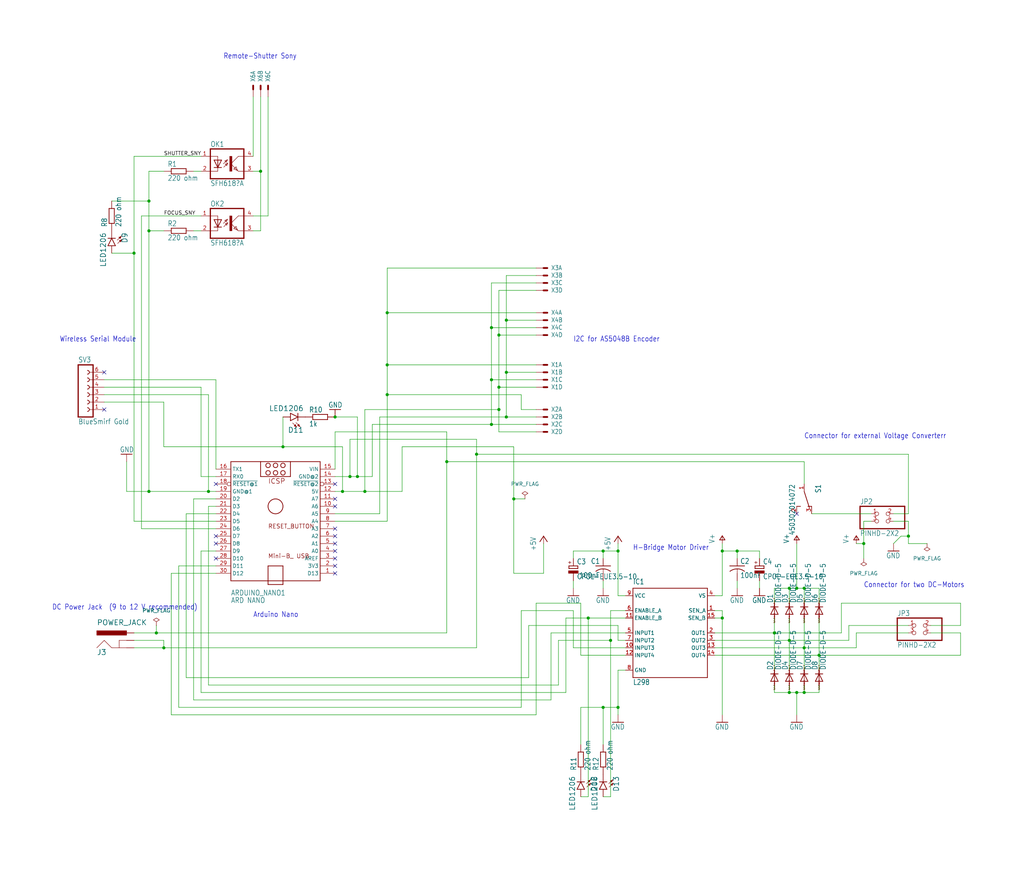
<source format=kicad_sch>
(kicad_sch (version 20211123) (generator eeschema)

  (uuid fced3dbe-eec8-4979-aefd-686432f00d6c)

  (paper "User" 349.326 297.409)

  (lib_symbols
    (symbol "PanoBoardV4-eagle-import:+5V" (power) (in_bom yes) (on_board yes)
      (property "Reference" "#P+" (id 0) (at 0 0 0)
        (effects (font (size 1.27 1.27)) hide)
      )
      (property "Value" "+5V" (id 1) (at -2.54 -5.08 90)
        (effects (font (size 1.778 1.5113)) (justify left bottom))
      )
      (property "Footprint" "" (id 2) (at 0 0 0)
        (effects (font (size 1.27 1.27)) hide)
      )
      (property "Datasheet" "" (id 3) (at 0 0 0)
        (effects (font (size 1.27 1.27)) hide)
      )
      (property "ki_locked" "" (id 4) (at 0 0 0)
        (effects (font (size 1.27 1.27)))
      )
      (symbol "+5V_1_0"
        (polyline
          (pts
            (xy 0 0)
            (xy -1.27 -1.905)
          )
          (stroke (width 0.254) (type default) (color 0 0 0 0))
          (fill (type none))
        )
        (polyline
          (pts
            (xy 1.27 -1.905)
            (xy 0 0)
          )
          (stroke (width 0.254) (type default) (color 0 0 0 0))
          (fill (type none))
        )
        (pin power_in line (at 0 -2.54 90) (length 2.54)
          (name "+5V" (effects (font (size 0 0))))
          (number "1" (effects (font (size 0 0))))
        )
      )
    )
    (symbol "PanoBoardV4-eagle-import:450302014072" (in_bom yes) (on_board yes)
      (property "Reference" "S" (id 0) (at -5.08 3.81 0)
        (effects (font (size 1.778 1.5113)) (justify left bottom))
      )
      (property "Value" "450302014072" (id 1) (at -5.08 -5.08 0)
        (effects (font (size 1.778 1.5113)) (justify left bottom))
      )
      (property "Footprint" "" (id 2) (at 0 0 0)
        (effects (font (size 1.27 1.27)) hide)
      )
      (property "Datasheet" "" (id 3) (at 0 0 0)
        (effects (font (size 1.27 1.27)) hide)
      )
      (property "ki_locked" "" (id 4) (at 0 0 0)
        (effects (font (size 1.27 1.27)))
      )
      (symbol "450302014072_1_0"
        (polyline
          (pts
            (xy -2.54 0)
            (xy 3.048 1.778)
          )
          (stroke (width 0.254) (type default) (color 0 0 0 0))
          (fill (type none))
        )
        (polyline
          (pts
            (xy 2.54 -2.54)
            (xy 2.54 -1.27)
          )
          (stroke (width 0.254) (type default) (color 0 0 0 0))
          (fill (type none))
        )
        (polyline
          (pts
            (xy 2.54 2.54)
            (xy 2.54 1.27)
          )
          (stroke (width 0.254) (type default) (color 0 0 0 0))
          (fill (type none))
        )
        (pin passive line (at -5.08 0 0) (length 2.54)
          (name "1" (effects (font (size 0 0))))
          (number "1" (effects (font (size 1.27 1.27))))
        )
        (pin passive line (at 5.08 -2.54 180) (length 2.54)
          (name "2" (effects (font (size 0 0))))
          (number "2" (effects (font (size 1.27 1.27))))
        )
        (pin passive line (at 5.08 2.54 180) (length 2.54)
          (name "3" (effects (font (size 0 0))))
          (number "3" (effects (font (size 1.27 1.27))))
        )
      )
    )
    (symbol "PanoBoardV4-eagle-import:53?-03048" (in_bom yes) (on_board yes)
      (property "Reference" "X" (id 0) (at 2.54 -0.762 0)
        (effects (font (size 1.524 1.2954)) (justify left bottom))
      )
      (property "Value" "53?-03048" (id 1) (at -0.762 1.397 0)
        (effects (font (size 1.778 1.5113)) (justify left bottom) hide)
      )
      (property "Footprint" "" (id 2) (at 0 0 0)
        (effects (font (size 1.27 1.27)) hide)
      )
      (property "Datasheet" "" (id 3) (at 0 0 0)
        (effects (font (size 1.27 1.27)) hide)
      )
      (property "ki_locked" "" (id 4) (at 0 0 0)
        (effects (font (size 1.27 1.27)))
      )
      (symbol "53?-03048_1_0"
        (polyline
          (pts
            (xy 1.27 0)
            (xy 0 0)
          )
          (stroke (width 0.6096) (type default) (color 0 0 0 0))
          (fill (type none))
        )
        (pin passive line (at -2.54 0 0) (length 2.54)
          (name "S" (effects (font (size 0 0))))
          (number "1" (effects (font (size 0 0))))
        )
      )
      (symbol "53?-03048_2_0"
        (polyline
          (pts
            (xy 1.27 0)
            (xy 0 0)
          )
          (stroke (width 0.6096) (type default) (color 0 0 0 0))
          (fill (type none))
        )
        (pin passive line (at -2.54 0 0) (length 2.54)
          (name "S" (effects (font (size 0 0))))
          (number "2" (effects (font (size 0 0))))
        )
      )
      (symbol "53?-03048_3_0"
        (polyline
          (pts
            (xy 1.27 0)
            (xy 0 0)
          )
          (stroke (width 0.6096) (type default) (color 0 0 0 0))
          (fill (type none))
        )
        (pin passive line (at -2.54 0 0) (length 2.54)
          (name "S" (effects (font (size 0 0))))
          (number "3" (effects (font (size 0 0))))
        )
      )
    )
    (symbol "PanoBoardV4-eagle-import:53?-04047" (in_bom yes) (on_board yes)
      (property "Reference" "X" (id 0) (at 2.54 -0.762 0)
        (effects (font (size 1.524 1.2954)) (justify left bottom))
      )
      (property "Value" "53?-04047" (id 1) (at -0.762 1.397 0)
        (effects (font (size 1.778 1.5113)) (justify left bottom) hide)
      )
      (property "Footprint" "" (id 2) (at 0 0 0)
        (effects (font (size 1.27 1.27)) hide)
      )
      (property "Datasheet" "" (id 3) (at 0 0 0)
        (effects (font (size 1.27 1.27)) hide)
      )
      (property "ki_locked" "" (id 4) (at 0 0 0)
        (effects (font (size 1.27 1.27)))
      )
      (symbol "53?-04047_1_0"
        (polyline
          (pts
            (xy 1.27 0)
            (xy 0 0)
          )
          (stroke (width 0.6096) (type default) (color 0 0 0 0))
          (fill (type none))
        )
        (pin passive line (at -2.54 0 0) (length 2.54)
          (name "S" (effects (font (size 0 0))))
          (number "1" (effects (font (size 0 0))))
        )
      )
      (symbol "53?-04047_2_0"
        (polyline
          (pts
            (xy 1.27 0)
            (xy 0 0)
          )
          (stroke (width 0.6096) (type default) (color 0 0 0 0))
          (fill (type none))
        )
        (pin passive line (at -2.54 0 0) (length 2.54)
          (name "S" (effects (font (size 0 0))))
          (number "2" (effects (font (size 0 0))))
        )
      )
      (symbol "53?-04047_3_0"
        (polyline
          (pts
            (xy 1.27 0)
            (xy 0 0)
          )
          (stroke (width 0.6096) (type default) (color 0 0 0 0))
          (fill (type none))
        )
        (pin passive line (at -2.54 0 0) (length 2.54)
          (name "S" (effects (font (size 0 0))))
          (number "3" (effects (font (size 0 0))))
        )
      )
      (symbol "53?-04047_4_0"
        (polyline
          (pts
            (xy 1.27 0)
            (xy 0 0)
          )
          (stroke (width 0.6096) (type default) (color 0 0 0 0))
          (fill (type none))
        )
        (pin passive line (at -2.54 0 0) (length 2.54)
          (name "S" (effects (font (size 0 0))))
          (number "4" (effects (font (size 0 0))))
        )
      )
    )
    (symbol "PanoBoardV4-eagle-import:53?-04048" (in_bom yes) (on_board yes)
      (property "Reference" "X" (id 0) (at 2.54 -0.762 0)
        (effects (font (size 1.524 1.2954)) (justify left bottom))
      )
      (property "Value" "53?-04048" (id 1) (at -0.762 1.397 0)
        (effects (font (size 1.778 1.5113)) (justify left bottom) hide)
      )
      (property "Footprint" "" (id 2) (at 0 0 0)
        (effects (font (size 1.27 1.27)) hide)
      )
      (property "Datasheet" "" (id 3) (at 0 0 0)
        (effects (font (size 1.27 1.27)) hide)
      )
      (property "ki_locked" "" (id 4) (at 0 0 0)
        (effects (font (size 1.27 1.27)))
      )
      (symbol "53?-04048_1_0"
        (polyline
          (pts
            (xy 1.27 0)
            (xy 0 0)
          )
          (stroke (width 0.6096) (type default) (color 0 0 0 0))
          (fill (type none))
        )
        (pin passive line (at -2.54 0 0) (length 2.54)
          (name "S" (effects (font (size 0 0))))
          (number "1" (effects (font (size 0 0))))
        )
      )
      (symbol "53?-04048_2_0"
        (polyline
          (pts
            (xy 1.27 0)
            (xy 0 0)
          )
          (stroke (width 0.6096) (type default) (color 0 0 0 0))
          (fill (type none))
        )
        (pin passive line (at -2.54 0 0) (length 2.54)
          (name "S" (effects (font (size 0 0))))
          (number "2" (effects (font (size 0 0))))
        )
      )
      (symbol "53?-04048_3_0"
        (polyline
          (pts
            (xy 1.27 0)
            (xy 0 0)
          )
          (stroke (width 0.6096) (type default) (color 0 0 0 0))
          (fill (type none))
        )
        (pin passive line (at -2.54 0 0) (length 2.54)
          (name "S" (effects (font (size 0 0))))
          (number "3" (effects (font (size 0 0))))
        )
      )
      (symbol "53?-04048_4_0"
        (polyline
          (pts
            (xy 1.27 0)
            (xy 0 0)
          )
          (stroke (width 0.6096) (type default) (color 0 0 0 0))
          (fill (type none))
        )
        (pin passive line (at -2.54 0 0) (length 2.54)
          (name "S" (effects (font (size 0 0))))
          (number "4" (effects (font (size 0 0))))
        )
      )
    )
    (symbol "PanoBoardV4-eagle-import:ARDUINO_NANO" (in_bom yes) (on_board yes)
      (property "Reference" "ARDUINO_NANO" (id 0) (at -15.24 -30.48 0)
        (effects (font (size 1.778 1.5113)) (justify left bottom))
      )
      (property "Value" "ARDUINO_NANO" (id 1) (at -15.24 -33.02 0)
        (effects (font (size 1.778 1.5113)) (justify left bottom))
      )
      (property "Footprint" "" (id 2) (at 0 0 0)
        (effects (font (size 1.27 1.27)) hide)
      )
      (property "Datasheet" "" (id 3) (at 0 0 0)
        (effects (font (size 1.27 1.27)) hide)
      )
      (property "ki_locked" "" (id 4) (at 0 0 0)
        (effects (font (size 1.27 1.27)))
      )
      (symbol "ARDUINO_NANO_1_0"
        (circle (center -2.54 11.43) (radius 0.762)
          (stroke (width 0.254) (type default) (color 0 0 0 0))
          (fill (type none))
        )
        (circle (center -2.54 13.97) (radius 0.762)
          (stroke (width 0.254) (type default) (color 0 0 0 0))
          (fill (type none))
        )
        (polyline
          (pts
            (xy -15.24 -25.4)
            (xy -15.24 15.24)
          )
          (stroke (width 0.254) (type default) (color 0 0 0 0))
          (fill (type none))
        )
        (polyline
          (pts
            (xy -15.24 15.24)
            (xy -5.08 15.24)
          )
          (stroke (width 0.254) (type default) (color 0 0 0 0))
          (fill (type none))
        )
        (polyline
          (pts
            (xy -5.08 10.16)
            (xy 5.08 10.16)
          )
          (stroke (width 0.254) (type default) (color 0 0 0 0))
          (fill (type none))
        )
        (polyline
          (pts
            (xy -5.08 15.24)
            (xy -5.08 10.16)
          )
          (stroke (width 0.254) (type default) (color 0 0 0 0))
          (fill (type none))
        )
        (polyline
          (pts
            (xy -5.08 15.24)
            (xy 5.08 15.24)
          )
          (stroke (width 0.254) (type default) (color 0 0 0 0))
          (fill (type none))
        )
        (polyline
          (pts
            (xy -2.54 -26.67)
            (xy 2.54 -26.67)
          )
          (stroke (width 0.254) (type default) (color 0 0 0 0))
          (fill (type none))
        )
        (polyline
          (pts
            (xy -2.54 -20.32)
            (xy -2.54 -26.67)
          )
          (stroke (width 0.254) (type default) (color 0 0 0 0))
          (fill (type none))
        )
        (polyline
          (pts
            (xy 2.54 -26.67)
            (xy 2.54 -20.32)
          )
          (stroke (width 0.254) (type default) (color 0 0 0 0))
          (fill (type none))
        )
        (polyline
          (pts
            (xy 2.54 -20.32)
            (xy -2.54 -20.32)
          )
          (stroke (width 0.254) (type default) (color 0 0 0 0))
          (fill (type none))
        )
        (polyline
          (pts
            (xy 5.08 10.16)
            (xy 5.08 15.24)
          )
          (stroke (width 0.254) (type default) (color 0 0 0 0))
          (fill (type none))
        )
        (polyline
          (pts
            (xy 5.08 15.24)
            (xy 15.24 15.24)
          )
          (stroke (width 0.254) (type default) (color 0 0 0 0))
          (fill (type none))
        )
        (polyline
          (pts
            (xy 15.24 -25.4)
            (xy -15.24 -25.4)
          )
          (stroke (width 0.254) (type default) (color 0 0 0 0))
          (fill (type none))
        )
        (polyline
          (pts
            (xy 15.24 15.24)
            (xy 15.24 -25.4)
          )
          (stroke (width 0.254) (type default) (color 0 0 0 0))
          (fill (type none))
        )
        (circle (center 0 0) (radius 2.54)
          (stroke (width 0.254) (type default) (color 0 0 0 0))
          (fill (type none))
        )
        (circle (center 0 11.43) (radius 0.762)
          (stroke (width 0.254) (type default) (color 0 0 0 0))
          (fill (type none))
        )
        (circle (center 0 13.97) (radius 0.762)
          (stroke (width 0.254) (type default) (color 0 0 0 0))
          (fill (type none))
        )
        (circle (center 2.54 11.43) (radius 0.762)
          (stroke (width 0.254) (type default) (color 0 0 0 0))
          (fill (type none))
        )
        (circle (center 2.54 13.97) (radius 0.762)
          (stroke (width 0.254) (type default) (color 0 0 0 0))
          (fill (type none))
        )
        (text "ICSP" (at -2.54 7.62 0)
          (effects (font (size 1.6764 1.6764)) (justify left bottom))
        )
        (text "Mini-B_ USB" (at -2.54 -17.78 0)
          (effects (font (size 1.4224 1.4224)) (justify left bottom))
        )
        (text "RESET_BUTTON" (at -2.54 -7.62 0)
          (effects (font (size 1.4224 1.4224)) (justify left bottom))
        )
        (pin bidirectional line (at 20.32 -22.86 180) (length 5.08)
          (name "D13" (effects (font (size 1.27 1.27))))
          (number "1" (effects (font (size 1.27 1.27))))
        )
        (pin bidirectional line (at 20.32 0 180) (length 5.08)
          (name "A6" (effects (font (size 1.27 1.27))))
          (number "10" (effects (font (size 1.27 1.27))))
        )
        (pin bidirectional line (at 20.32 2.54 180) (length 5.08)
          (name "A7" (effects (font (size 1.27 1.27))))
          (number "11" (effects (font (size 1.27 1.27))))
        )
        (pin power_in line (at 20.32 5.08 180) (length 5.08)
          (name "5V" (effects (font (size 1.27 1.27))))
          (number "12" (effects (font (size 1.27 1.27))))
        )
        (pin input inverted (at 20.32 7.62 180) (length 5.08)
          (name "~{RESET@2}" (effects (font (size 1.27 1.27))))
          (number "13" (effects (font (size 1.27 1.27))))
        )
        (pin power_in line (at 20.32 10.16 180) (length 5.08)
          (name "GND@2" (effects (font (size 1.27 1.27))))
          (number "14" (effects (font (size 1.27 1.27))))
        )
        (pin power_in line (at 20.32 12.7 180) (length 5.08)
          (name "VIN" (effects (font (size 1.27 1.27))))
          (number "15" (effects (font (size 1.27 1.27))))
        )
        (pin bidirectional line (at -20.32 12.7 0) (length 5.08)
          (name "TX1" (effects (font (size 1.27 1.27))))
          (number "16" (effects (font (size 1.27 1.27))))
        )
        (pin bidirectional line (at -20.32 10.16 0) (length 5.08)
          (name "RX0" (effects (font (size 1.27 1.27))))
          (number "17" (effects (font (size 1.27 1.27))))
        )
        (pin input inverted (at -20.32 7.62 0) (length 5.08)
          (name "~{RESET@1}" (effects (font (size 1.27 1.27))))
          (number "18" (effects (font (size 1.27 1.27))))
        )
        (pin power_in line (at -20.32 5.08 0) (length 5.08)
          (name "GND@1" (effects (font (size 1.27 1.27))))
          (number "19" (effects (font (size 1.27 1.27))))
        )
        (pin output line (at 20.32 -20.32 180) (length 5.08)
          (name "3V3" (effects (font (size 1.27 1.27))))
          (number "2" (effects (font (size 1.27 1.27))))
        )
        (pin bidirectional line (at -20.32 2.54 0) (length 5.08)
          (name "D2" (effects (font (size 1.27 1.27))))
          (number "20" (effects (font (size 1.27 1.27))))
        )
        (pin bidirectional line (at -20.32 0 0) (length 5.08)
          (name "D3" (effects (font (size 1.27 1.27))))
          (number "21" (effects (font (size 1.27 1.27))))
        )
        (pin bidirectional line (at -20.32 -2.54 0) (length 5.08)
          (name "D4" (effects (font (size 1.27 1.27))))
          (number "22" (effects (font (size 1.27 1.27))))
        )
        (pin bidirectional line (at -20.32 -5.08 0) (length 5.08)
          (name "D5" (effects (font (size 1.27 1.27))))
          (number "23" (effects (font (size 1.27 1.27))))
        )
        (pin bidirectional line (at -20.32 -7.62 0) (length 5.08)
          (name "D6" (effects (font (size 1.27 1.27))))
          (number "24" (effects (font (size 1.27 1.27))))
        )
        (pin bidirectional line (at -20.32 -10.16 0) (length 5.08)
          (name "D7" (effects (font (size 1.27 1.27))))
          (number "25" (effects (font (size 1.27 1.27))))
        )
        (pin bidirectional line (at -20.32 -12.7 0) (length 5.08)
          (name "D8" (effects (font (size 1.27 1.27))))
          (number "26" (effects (font (size 1.27 1.27))))
        )
        (pin bidirectional line (at -20.32 -15.24 0) (length 5.08)
          (name "D9" (effects (font (size 1.27 1.27))))
          (number "27" (effects (font (size 1.27 1.27))))
        )
        (pin bidirectional line (at -20.32 -17.78 0) (length 5.08)
          (name "D10" (effects (font (size 1.27 1.27))))
          (number "28" (effects (font (size 1.27 1.27))))
        )
        (pin bidirectional line (at -20.32 -20.32 0) (length 5.08)
          (name "D11" (effects (font (size 1.27 1.27))))
          (number "29" (effects (font (size 1.27 1.27))))
        )
        (pin input line (at 20.32 -17.78 180) (length 5.08)
          (name "AREF" (effects (font (size 1.27 1.27))))
          (number "3" (effects (font (size 1.27 1.27))))
        )
        (pin bidirectional line (at -20.32 -22.86 0) (length 5.08)
          (name "D12" (effects (font (size 1.27 1.27))))
          (number "30" (effects (font (size 1.27 1.27))))
        )
        (pin bidirectional line (at 20.32 -15.24 180) (length 5.08)
          (name "A0" (effects (font (size 1.27 1.27))))
          (number "4" (effects (font (size 1.27 1.27))))
        )
        (pin bidirectional line (at 20.32 -12.7 180) (length 5.08)
          (name "A1" (effects (font (size 1.27 1.27))))
          (number "5" (effects (font (size 1.27 1.27))))
        )
        (pin bidirectional line (at 20.32 -10.16 180) (length 5.08)
          (name "A2" (effects (font (size 1.27 1.27))))
          (number "6" (effects (font (size 1.27 1.27))))
        )
        (pin bidirectional line (at 20.32 -7.62 180) (length 5.08)
          (name "A3" (effects (font (size 1.27 1.27))))
          (number "7" (effects (font (size 1.27 1.27))))
        )
        (pin bidirectional line (at 20.32 -5.08 180) (length 5.08)
          (name "A4" (effects (font (size 1.27 1.27))))
          (number "8" (effects (font (size 1.27 1.27))))
        )
        (pin bidirectional line (at 20.32 -2.54 180) (length 5.08)
          (name "A5" (effects (font (size 1.27 1.27))))
          (number "9" (effects (font (size 1.27 1.27))))
        )
      )
    )
    (symbol "PanoBoardV4-eagle-import:C-US050-024X044" (in_bom yes) (on_board yes)
      (property "Reference" "C" (id 0) (at 1.016 0.635 0)
        (effects (font (size 1.778 1.5113)) (justify left bottom))
      )
      (property "Value" "C-US050-024X044" (id 1) (at 1.016 -4.191 0)
        (effects (font (size 1.778 1.5113)) (justify left bottom))
      )
      (property "Footprint" "" (id 2) (at 0 0 0)
        (effects (font (size 1.27 1.27)) hide)
      )
      (property "Datasheet" "" (id 3) (at 0 0 0)
        (effects (font (size 1.27 1.27)) hide)
      )
      (property "ki_locked" "" (id 4) (at 0 0 0)
        (effects (font (size 1.27 1.27)))
      )
      (symbol "C-US050-024X044_1_0"
        (arc (start 0 -1.0161) (mid -1.302 -1.2303) (end -2.4668 -1.8504)
          (stroke (width 0.254) (type default) (color 0 0 0 0))
          (fill (type none))
        )
        (polyline
          (pts
            (xy -2.54 0)
            (xy 2.54 0)
          )
          (stroke (width 0.254) (type default) (color 0 0 0 0))
          (fill (type none))
        )
        (polyline
          (pts
            (xy 0 -1.016)
            (xy 0 -2.54)
          )
          (stroke (width 0.1524) (type default) (color 0 0 0 0))
          (fill (type none))
        )
        (arc (start 2.4892 -1.8542) (mid 1.3158 -1.2195) (end 0 -1)
          (stroke (width 0.254) (type default) (color 0 0 0 0))
          (fill (type none))
        )
        (pin passive line (at 0 2.54 270) (length 2.54)
          (name "1" (effects (font (size 0 0))))
          (number "1" (effects (font (size 0 0))))
        )
        (pin passive line (at 0 -5.08 90) (length 2.54)
          (name "2" (effects (font (size 0 0))))
          (number "2" (effects (font (size 0 0))))
        )
      )
    )
    (symbol "PanoBoardV4-eagle-import:CPOL-EUE3.5-10" (in_bom yes) (on_board yes)
      (property "Reference" "C" (id 0) (at 1.143 0.4826 0)
        (effects (font (size 1.778 1.5113)) (justify left bottom))
      )
      (property "Value" "CPOL-EUE3.5-10" (id 1) (at 1.143 -4.5974 0)
        (effects (font (size 1.778 1.5113)) (justify left bottom))
      )
      (property "Footprint" "" (id 2) (at 0 0 0)
        (effects (font (size 1.27 1.27)) hide)
      )
      (property "Datasheet" "" (id 3) (at 0 0 0)
        (effects (font (size 1.27 1.27)) hide)
      )
      (property "ki_locked" "" (id 4) (at 0 0 0)
        (effects (font (size 1.27 1.27)))
      )
      (symbol "CPOL-EUE3.5-10_1_0"
        (rectangle (start -1.651 -2.54) (end 1.651 -1.651)
          (stroke (width 0) (type default) (color 0 0 0 0))
          (fill (type outline))
        )
        (polyline
          (pts
            (xy -1.524 -0.889)
            (xy 1.524 -0.889)
          )
          (stroke (width 0.254) (type default) (color 0 0 0 0))
          (fill (type none))
        )
        (polyline
          (pts
            (xy -1.524 0)
            (xy -1.524 -0.889)
          )
          (stroke (width 0.254) (type default) (color 0 0 0 0))
          (fill (type none))
        )
        (polyline
          (pts
            (xy -1.524 0)
            (xy 1.524 0)
          )
          (stroke (width 0.254) (type default) (color 0 0 0 0))
          (fill (type none))
        )
        (polyline
          (pts
            (xy 1.524 -0.889)
            (xy 1.524 0)
          )
          (stroke (width 0.254) (type default) (color 0 0 0 0))
          (fill (type none))
        )
        (text "+" (at -0.5842 0.4064 900)
          (effects (font (size 1.27 1.0795)) (justify left bottom))
        )
        (pin passive line (at 0 2.54 270) (length 2.54)
          (name "+" (effects (font (size 0 0))))
          (number "+" (effects (font (size 0 0))))
        )
        (pin passive line (at 0 -5.08 90) (length 2.54)
          (name "-" (effects (font (size 0 0))))
          (number "-" (effects (font (size 0 0))))
        )
      )
    )
    (symbol "PanoBoardV4-eagle-import:DIODE-D-5" (in_bom yes) (on_board yes)
      (property "Reference" "D" (id 0) (at 2.54 0.4826 0)
        (effects (font (size 1.778 1.5113)) (justify left bottom))
      )
      (property "Value" "DIODE-D-5" (id 1) (at 2.54 -2.3114 0)
        (effects (font (size 1.778 1.5113)) (justify left bottom))
      )
      (property "Footprint" "" (id 2) (at 0 0 0)
        (effects (font (size 1.27 1.27)) hide)
      )
      (property "Datasheet" "" (id 3) (at 0 0 0)
        (effects (font (size 1.27 1.27)) hide)
      )
      (property "ki_locked" "" (id 4) (at 0 0 0)
        (effects (font (size 1.27 1.27)))
      )
      (symbol "DIODE-D-5_1_0"
        (polyline
          (pts
            (xy -1.27 -1.27)
            (xy 1.27 0)
          )
          (stroke (width 0.254) (type default) (color 0 0 0 0))
          (fill (type none))
        )
        (polyline
          (pts
            (xy -1.27 1.27)
            (xy -1.27 -1.27)
          )
          (stroke (width 0.254) (type default) (color 0 0 0 0))
          (fill (type none))
        )
        (polyline
          (pts
            (xy 1.27 0)
            (xy -1.27 1.27)
          )
          (stroke (width 0.254) (type default) (color 0 0 0 0))
          (fill (type none))
        )
        (polyline
          (pts
            (xy 1.27 0)
            (xy 1.27 -1.27)
          )
          (stroke (width 0.254) (type default) (color 0 0 0 0))
          (fill (type none))
        )
        (polyline
          (pts
            (xy 1.27 1.27)
            (xy 1.27 0)
          )
          (stroke (width 0.254) (type default) (color 0 0 0 0))
          (fill (type none))
        )
        (text "SpiceOrder 1" (at -2.54 0 0)
          (effects (font (size 0.4064 0.3454)))
        )
        (text "SpiceOrder 2" (at 2.54 0 0)
          (effects (font (size 0.4064 0.3454)))
        )
        (pin passive line (at -2.54 0 0) (length 2.54)
          (name "A" (effects (font (size 0 0))))
          (number "A" (effects (font (size 0 0))))
        )
        (pin passive line (at 2.54 0 180) (length 2.54)
          (name "C" (effects (font (size 0 0))))
          (number "C" (effects (font (size 0 0))))
        )
      )
    )
    (symbol "PanoBoardV4-eagle-import:FE06W" (in_bom yes) (on_board yes)
      (property "Reference" "SV" (id 0) (at -1.27 10.922 0)
        (effects (font (size 1.778 1.5113)) (justify left bottom))
      )
      (property "Value" "FE06W" (id 1) (at -1.27 -10.16 0)
        (effects (font (size 1.778 1.5113)) (justify left bottom))
      )
      (property "Footprint" "" (id 2) (at 0 0 0)
        (effects (font (size 1.27 1.27)) hide)
      )
      (property "Datasheet" "" (id 3) (at 0 0 0)
        (effects (font (size 1.27 1.27)) hide)
      )
      (property "ki_locked" "" (id 4) (at 0 0 0)
        (effects (font (size 1.27 1.27)))
      )
      (symbol "FE06W_1_0"
        (polyline
          (pts
            (xy -1.27 10.16)
            (xy -1.27 -7.62)
          )
          (stroke (width 0.4064) (type default) (color 0 0 0 0))
          (fill (type none))
        )
        (polyline
          (pts
            (xy -1.27 10.16)
            (xy 3.81 10.16)
          )
          (stroke (width 0.4064) (type default) (color 0 0 0 0))
          (fill (type none))
        )
        (polyline
          (pts
            (xy 3.81 -7.62)
            (xy -1.27 -7.62)
          )
          (stroke (width 0.4064) (type default) (color 0 0 0 0))
          (fill (type none))
        )
        (polyline
          (pts
            (xy 3.81 -7.62)
            (xy 3.81 10.16)
          )
          (stroke (width 0.4064) (type default) (color 0 0 0 0))
          (fill (type none))
        )
        (arc (start 1.905 -5.715) (mid 2.54 -5.08) (end 1.905 -4.445)
          (stroke (width 0.254) (type default) (color 0 0 0 0))
          (fill (type none))
        )
        (arc (start 1.905 -3.175) (mid 2.54 -2.54) (end 1.905 -1.905)
          (stroke (width 0.254) (type default) (color 0 0 0 0))
          (fill (type none))
        )
        (arc (start 1.905 -0.635) (mid 2.54 0) (end 1.905 0.635)
          (stroke (width 0.254) (type default) (color 0 0 0 0))
          (fill (type none))
        )
        (arc (start 1.905 1.905) (mid 2.54 2.54) (end 1.905 3.175)
          (stroke (width 0.254) (type default) (color 0 0 0 0))
          (fill (type none))
        )
        (arc (start 1.905 4.445) (mid 2.54 5.08) (end 1.905 5.715)
          (stroke (width 0.254) (type default) (color 0 0 0 0))
          (fill (type none))
        )
        (arc (start 1.905 6.985) (mid 2.54 7.62) (end 1.905 8.255)
          (stroke (width 0.254) (type default) (color 0 0 0 0))
          (fill (type none))
        )
        (pin passive line (at 7.62 -5.08 180) (length 5.08)
          (name "1" (effects (font (size 0 0))))
          (number "1" (effects (font (size 1.27 1.27))))
        )
        (pin passive line (at 7.62 -2.54 180) (length 5.08)
          (name "2" (effects (font (size 0 0))))
          (number "2" (effects (font (size 1.27 1.27))))
        )
        (pin passive line (at 7.62 0 180) (length 5.08)
          (name "3" (effects (font (size 0 0))))
          (number "3" (effects (font (size 1.27 1.27))))
        )
        (pin passive line (at 7.62 2.54 180) (length 5.08)
          (name "4" (effects (font (size 0 0))))
          (number "4" (effects (font (size 1.27 1.27))))
        )
        (pin passive line (at 7.62 5.08 180) (length 5.08)
          (name "5" (effects (font (size 0 0))))
          (number "5" (effects (font (size 1.27 1.27))))
        )
        (pin passive line (at 7.62 7.62 180) (length 5.08)
          (name "6" (effects (font (size 0 0))))
          (number "6" (effects (font (size 1.27 1.27))))
        )
      )
    )
    (symbol "PanoBoardV4-eagle-import:GND" (power) (in_bom yes) (on_board yes)
      (property "Reference" "#GND" (id 0) (at 0 0 0)
        (effects (font (size 1.27 1.27)) hide)
      )
      (property "Value" "GND" (id 1) (at -2.54 -2.54 0)
        (effects (font (size 1.778 1.5113)) (justify left bottom))
      )
      (property "Footprint" "" (id 2) (at 0 0 0)
        (effects (font (size 1.27 1.27)) hide)
      )
      (property "Datasheet" "" (id 3) (at 0 0 0)
        (effects (font (size 1.27 1.27)) hide)
      )
      (property "ki_locked" "" (id 4) (at 0 0 0)
        (effects (font (size 1.27 1.27)))
      )
      (symbol "GND_1_0"
        (polyline
          (pts
            (xy -1.905 0)
            (xy 1.905 0)
          )
          (stroke (width 0.254) (type default) (color 0 0 0 0))
          (fill (type none))
        )
        (pin power_in line (at 0 2.54 270) (length 2.54)
          (name "GND" (effects (font (size 0 0))))
          (number "1" (effects (font (size 0 0))))
        )
      )
    )
    (symbol "PanoBoardV4-eagle-import:L298" (in_bom yes) (on_board yes)
      (property "Reference" "IC" (id 0) (at -12.7 19.05 0)
        (effects (font (size 1.778 1.5113)) (justify left bottom))
      )
      (property "Value" "L298" (id 1) (at -12.7 -15.24 0)
        (effects (font (size 1.778 1.5113)) (justify left bottom))
      )
      (property "Footprint" "" (id 2) (at 0 0 0)
        (effects (font (size 1.27 1.27)) hide)
      )
      (property "Datasheet" "" (id 3) (at 0 0 0)
        (effects (font (size 1.27 1.27)) hide)
      )
      (property "ki_locked" "" (id 4) (at 0 0 0)
        (effects (font (size 1.27 1.27)))
      )
      (symbol "L298_1_0"
        (polyline
          (pts
            (xy -12.7 -12.7)
            (xy -12.7 17.78)
          )
          (stroke (width 0.254) (type default) (color 0 0 0 0))
          (fill (type none))
        )
        (polyline
          (pts
            (xy -12.7 17.78)
            (xy 12.7 17.78)
          )
          (stroke (width 0.254) (type default) (color 0 0 0 0))
          (fill (type none))
        )
        (polyline
          (pts
            (xy 12.7 -12.7)
            (xy -12.7 -12.7)
          )
          (stroke (width 0.254) (type default) (color 0 0 0 0))
          (fill (type none))
        )
        (polyline
          (pts
            (xy 12.7 17.78)
            (xy 12.7 -12.7)
          )
          (stroke (width 0.254) (type default) (color 0 0 0 0))
          (fill (type none))
        )
        (pin input line (at 15.24 10.16 180) (length 2.54)
          (name "SEN_A" (effects (font (size 1.27 1.27))))
          (number "1" (effects (font (size 1.27 1.27))))
        )
        (pin input line (at -15.24 -2.54 0) (length 2.54)
          (name "INPUT3" (effects (font (size 1.27 1.27))))
          (number "10" (effects (font (size 1.27 1.27))))
        )
        (pin input line (at -15.24 7.62 0) (length 2.54)
          (name "ENABLE_B" (effects (font (size 1.27 1.27))))
          (number "11" (effects (font (size 1.27 1.27))))
        )
        (pin input line (at -15.24 -5.08 0) (length 2.54)
          (name "INPUT4" (effects (font (size 1.27 1.27))))
          (number "12" (effects (font (size 1.27 1.27))))
        )
        (pin output line (at 15.24 -2.54 180) (length 2.54)
          (name "OUT3" (effects (font (size 1.27 1.27))))
          (number "13" (effects (font (size 1.27 1.27))))
        )
        (pin output line (at 15.24 -5.08 180) (length 2.54)
          (name "OUT4" (effects (font (size 1.27 1.27))))
          (number "14" (effects (font (size 1.27 1.27))))
        )
        (pin input line (at 15.24 7.62 180) (length 2.54)
          (name "SEN_B" (effects (font (size 1.27 1.27))))
          (number "15" (effects (font (size 1.27 1.27))))
        )
        (pin output line (at 15.24 2.54 180) (length 2.54)
          (name "OUT1" (effects (font (size 1.27 1.27))))
          (number "2" (effects (font (size 1.27 1.27))))
        )
        (pin output line (at 15.24 0 180) (length 2.54)
          (name "OUT2" (effects (font (size 1.27 1.27))))
          (number "3" (effects (font (size 1.27 1.27))))
        )
        (pin power_in line (at 15.24 15.24 180) (length 2.54)
          (name "VS" (effects (font (size 1.27 1.27))))
          (number "4" (effects (font (size 1.27 1.27))))
        )
        (pin input line (at -15.24 2.54 0) (length 2.54)
          (name "INPUT1" (effects (font (size 1.27 1.27))))
          (number "5" (effects (font (size 1.27 1.27))))
        )
        (pin input line (at -15.24 10.16 0) (length 2.54)
          (name "ENABLE_A" (effects (font (size 1.27 1.27))))
          (number "6" (effects (font (size 1.27 1.27))))
        )
        (pin input line (at -15.24 0 0) (length 2.54)
          (name "INPUT2" (effects (font (size 1.27 1.27))))
          (number "7" (effects (font (size 1.27 1.27))))
        )
        (pin power_in line (at -15.24 -10.16 0) (length 2.54)
          (name "GND" (effects (font (size 1.27 1.27))))
          (number "8" (effects (font (size 1.27 1.27))))
        )
        (pin power_in line (at -15.24 15.24 0) (length 2.54)
          (name "VCC" (effects (font (size 1.27 1.27))))
          (number "9" (effects (font (size 1.27 1.27))))
        )
      )
    )
    (symbol "PanoBoardV4-eagle-import:LED1206" (in_bom yes) (on_board yes)
      (property "Reference" "D" (id 0) (at -3.429 -4.572 90)
        (effects (font (size 1.778 1.778)) (justify left bottom))
      )
      (property "Value" "LED1206" (id 1) (at 1.905 -4.572 90)
        (effects (font (size 1.778 1.778)) (justify left top))
      )
      (property "Footprint" "" (id 2) (at 0 0 0)
        (effects (font (size 1.27 1.27)) hide)
      )
      (property "Datasheet" "" (id 3) (at 0 0 0)
        (effects (font (size 1.27 1.27)) hide)
      )
      (property "ki_locked" "" (id 4) (at 0 0 0)
        (effects (font (size 1.27 1.27)))
      )
      (symbol "LED1206_1_0"
        (polyline
          (pts
            (xy -2.032 -0.762)
            (xy -3.429 -2.159)
          )
          (stroke (width 0.1524) (type default) (color 0 0 0 0))
          (fill (type none))
        )
        (polyline
          (pts
            (xy -1.905 -1.905)
            (xy -3.302 -3.302)
          )
          (stroke (width 0.1524) (type default) (color 0 0 0 0))
          (fill (type none))
        )
        (polyline
          (pts
            (xy 0 -2.54)
            (xy -1.27 -2.54)
          )
          (stroke (width 0.254) (type default) (color 0 0 0 0))
          (fill (type none))
        )
        (polyline
          (pts
            (xy 0 -2.54)
            (xy -1.27 0)
          )
          (stroke (width 0.254) (type default) (color 0 0 0 0))
          (fill (type none))
        )
        (polyline
          (pts
            (xy 1.27 -2.54)
            (xy 0 -2.54)
          )
          (stroke (width 0.254) (type default) (color 0 0 0 0))
          (fill (type none))
        )
        (polyline
          (pts
            (xy 1.27 0)
            (xy -1.27 0)
          )
          (stroke (width 0.254) (type default) (color 0 0 0 0))
          (fill (type none))
        )
        (polyline
          (pts
            (xy 1.27 0)
            (xy 0 -2.54)
          )
          (stroke (width 0.254) (type default) (color 0 0 0 0))
          (fill (type none))
        )
        (polyline
          (pts
            (xy -3.429 -2.159)
            (xy -3.048 -1.27)
            (xy -2.54 -1.778)
          )
          (stroke (width 0) (type default) (color 0 0 0 0))
          (fill (type outline))
        )
        (polyline
          (pts
            (xy -3.302 -3.302)
            (xy -2.921 -2.413)
            (xy -2.413 -2.921)
          )
          (stroke (width 0) (type default) (color 0 0 0 0))
          (fill (type outline))
        )
        (pin passive line (at 0 2.54 270) (length 2.54)
          (name "A" (effects (font (size 0 0))))
          (number "A" (effects (font (size 0 0))))
        )
        (pin passive line (at 0 -5.08 90) (length 2.54)
          (name "C" (effects (font (size 0 0))))
          (number "C" (effects (font (size 0 0))))
        )
      )
    )
    (symbol "PanoBoardV4-eagle-import:PINHD-2X2" (in_bom yes) (on_board yes)
      (property "Reference" "JP" (id 0) (at -8.89 5.715 0)
        (effects (font (size 1.778 1.5113)) (justify left bottom))
      )
      (property "Value" "PINHD-2X2" (id 1) (at -8.89 -5.08 0)
        (effects (font (size 1.778 1.5113)) (justify left bottom))
      )
      (property "Footprint" "" (id 2) (at 0 0 0)
        (effects (font (size 1.27 1.27)) hide)
      )
      (property "Datasheet" "" (id 3) (at 0 0 0)
        (effects (font (size 1.27 1.27)) hide)
      )
      (property "ki_locked" "" (id 4) (at 0 0 0)
        (effects (font (size 1.27 1.27)))
      )
      (symbol "PINHD-2X2_1_0"
        (polyline
          (pts
            (xy -8.89 -2.54)
            (xy 6.35 -2.54)
          )
          (stroke (width 0.4064) (type default) (color 0 0 0 0))
          (fill (type none))
        )
        (polyline
          (pts
            (xy -8.89 5.08)
            (xy -8.89 -2.54)
          )
          (stroke (width 0.4064) (type default) (color 0 0 0 0))
          (fill (type none))
        )
        (polyline
          (pts
            (xy 6.35 -2.54)
            (xy 6.35 5.08)
          )
          (stroke (width 0.4064) (type default) (color 0 0 0 0))
          (fill (type none))
        )
        (polyline
          (pts
            (xy 6.35 5.08)
            (xy -8.89 5.08)
          )
          (stroke (width 0.4064) (type default) (color 0 0 0 0))
          (fill (type none))
        )
        (pin passive inverted (at -5.08 2.54 0) (length 2.54)
          (name "1" (effects (font (size 0 0))))
          (number "1" (effects (font (size 1.27 1.27))))
        )
        (pin passive inverted (at 2.54 2.54 180) (length 2.54)
          (name "2" (effects (font (size 0 0))))
          (number "2" (effects (font (size 1.27 1.27))))
        )
        (pin passive inverted (at -5.08 0 0) (length 2.54)
          (name "3" (effects (font (size 0 0))))
          (number "3" (effects (font (size 1.27 1.27))))
        )
        (pin passive inverted (at 2.54 0 180) (length 2.54)
          (name "4" (effects (font (size 0 0))))
          (number "4" (effects (font (size 1.27 1.27))))
        )
      )
    )
    (symbol "PanoBoardV4-eagle-import:POWER_JACK" (in_bom yes) (on_board yes)
      (property "Reference" "J" (id 0) (at -10.16 0 0)
        (effects (font (size 1.778 1.778)) (justify left bottom))
      )
      (property "Value" "POWER_JACK" (id 1) (at -10.16 10.16 0)
        (effects (font (size 1.778 1.778)) (justify left bottom))
      )
      (property "Footprint" "" (id 2) (at 0 0 0)
        (effects (font (size 1.27 1.27)) hide)
      )
      (property "Datasheet" "" (id 3) (at 0 0 0)
        (effects (font (size 1.27 1.27)) hide)
      )
      (property "ki_locked" "" (id 4) (at 0 0 0)
        (effects (font (size 1.27 1.27)))
      )
      (symbol "POWER_JACK_1_0"
        (rectangle (start -10.16 6.858) (end 0 8.382)
          (stroke (width 0) (type default) (color 0 0 0 0))
          (fill (type outline))
        )
        (polyline
          (pts
            (xy -10.16 2.54)
            (xy -7.62 5.08)
          )
          (stroke (width 0.1524) (type default) (color 0 0 0 0))
          (fill (type none))
        )
        (polyline
          (pts
            (xy -7.62 5.08)
            (xy -5.08 2.54)
          )
          (stroke (width 0.1524) (type default) (color 0 0 0 0))
          (fill (type none))
        )
        (polyline
          (pts
            (xy -5.08 2.54)
            (xy -2.54 2.54)
          )
          (stroke (width 0.1524) (type default) (color 0 0 0 0))
          (fill (type none))
        )
        (polyline
          (pts
            (xy -2.54 2.54)
            (xy -2.54 5.08)
          )
          (stroke (width 0.1524) (type default) (color 0 0 0 0))
          (fill (type none))
        )
        (polyline
          (pts
            (xy -2.54 2.54)
            (xy 0 2.54)
          )
          (stroke (width 0.1524) (type default) (color 0 0 0 0))
          (fill (type none))
        )
        (polyline
          (pts
            (xy -2.54 5.08)
            (xy 0 5.08)
          )
          (stroke (width 0.1524) (type default) (color 0 0 0 0))
          (fill (type none))
        )
        (pin bidirectional line (at 2.54 2.54 180) (length 2.54)
          (name "GND" (effects (font (size 0 0))))
          (number "GND" (effects (font (size 0 0))))
        )
        (pin bidirectional line (at 2.54 5.08 180) (length 2.54)
          (name "GNDBREAK" (effects (font (size 0 0))))
          (number "GNDBREAK" (effects (font (size 0 0))))
        )
        (pin bidirectional line (at 2.54 7.62 180) (length 2.54)
          (name "PWR" (effects (font (size 0 0))))
          (number "PWR" (effects (font (size 0 0))))
        )
      )
    )
    (symbol "PanoBoardV4-eagle-import:R-EU_R1210" (in_bom yes) (on_board yes)
      (property "Reference" "R" (id 0) (at -3.81 1.4986 0)
        (effects (font (size 1.778 1.5113)) (justify left bottom))
      )
      (property "Value" "R-EU_R1210" (id 1) (at -3.81 -3.302 0)
        (effects (font (size 1.778 1.5113)) (justify left bottom))
      )
      (property "Footprint" "" (id 2) (at 0 0 0)
        (effects (font (size 1.27 1.27)) hide)
      )
      (property "Datasheet" "" (id 3) (at 0 0 0)
        (effects (font (size 1.27 1.27)) hide)
      )
      (property "ki_locked" "" (id 4) (at 0 0 0)
        (effects (font (size 1.27 1.27)))
      )
      (symbol "R-EU_R1210_1_0"
        (polyline
          (pts
            (xy -2.54 -0.889)
            (xy -2.54 0.889)
          )
          (stroke (width 0.254) (type default) (color 0 0 0 0))
          (fill (type none))
        )
        (polyline
          (pts
            (xy -2.54 -0.889)
            (xy 2.54 -0.889)
          )
          (stroke (width 0.254) (type default) (color 0 0 0 0))
          (fill (type none))
        )
        (polyline
          (pts
            (xy 2.54 -0.889)
            (xy 2.54 0.889)
          )
          (stroke (width 0.254) (type default) (color 0 0 0 0))
          (fill (type none))
        )
        (polyline
          (pts
            (xy 2.54 0.889)
            (xy -2.54 0.889)
          )
          (stroke (width 0.254) (type default) (color 0 0 0 0))
          (fill (type none))
        )
        (pin passive line (at -5.08 0 0) (length 2.54)
          (name "1" (effects (font (size 0 0))))
          (number "1" (effects (font (size 0 0))))
        )
        (pin passive line (at 5.08 0 180) (length 2.54)
          (name "2" (effects (font (size 0 0))))
          (number "2" (effects (font (size 0 0))))
        )
      )
    )
    (symbol "PanoBoardV4-eagle-import:SFH618?A" (in_bom yes) (on_board yes)
      (property "Reference" "OK" (id 0) (at -6.985 5.715 0)
        (effects (font (size 1.778 1.5113)) (justify left bottom))
      )
      (property "Value" "SFH618?A" (id 1) (at -6.985 -7.62 0)
        (effects (font (size 1.778 1.5113)) (justify left bottom))
      )
      (property "Footprint" "" (id 2) (at 0 0 0)
        (effects (font (size 1.27 1.27)) hide)
      )
      (property "Datasheet" "" (id 3) (at 0 0 0)
        (effects (font (size 1.27 1.27)) hide)
      )
      (property "ki_locked" "" (id 4) (at 0 0 0)
        (effects (font (size 1.27 1.27)))
      )
      (symbol "SFH618?A_1_0"
        (rectangle (start -0.381 -2.54) (end 0.381 2.54)
          (stroke (width 0) (type default) (color 0 0 0 0))
          (fill (type outline))
        )
        (polyline
          (pts
            (xy -6.985 -5.08)
            (xy 4.445 -5.08)
          )
          (stroke (width 0.4064) (type default) (color 0 0 0 0))
          (fill (type none))
        )
        (polyline
          (pts
            (xy -6.985 5.08)
            (xy -6.985 -5.08)
          )
          (stroke (width 0.4064) (type default) (color 0 0 0 0))
          (fill (type none))
        )
        (polyline
          (pts
            (xy -6.985 5.08)
            (xy 4.445 5.08)
          )
          (stroke (width 0.4064) (type default) (color 0 0 0 0))
          (fill (type none))
        )
        (polyline
          (pts
            (xy -4.445 -2.54)
            (xy -7.62 -2.54)
          )
          (stroke (width 0.1524) (type default) (color 0 0 0 0))
          (fill (type none))
        )
        (polyline
          (pts
            (xy -4.445 -1.27)
            (xy -5.715 -1.27)
          )
          (stroke (width 0.254) (type default) (color 0 0 0 0))
          (fill (type none))
        )
        (polyline
          (pts
            (xy -4.445 -1.27)
            (xy -5.715 1.27)
          )
          (stroke (width 0.254) (type default) (color 0 0 0 0))
          (fill (type none))
        )
        (polyline
          (pts
            (xy -4.445 -1.27)
            (xy -4.445 -2.54)
          )
          (stroke (width 0.1524) (type default) (color 0 0 0 0))
          (fill (type none))
        )
        (polyline
          (pts
            (xy -4.445 1.27)
            (xy -5.715 1.27)
          )
          (stroke (width 0.254) (type default) (color 0 0 0 0))
          (fill (type none))
        )
        (polyline
          (pts
            (xy -4.445 1.27)
            (xy -4.445 -1.27)
          )
          (stroke (width 0.254) (type default) (color 0 0 0 0))
          (fill (type none))
        )
        (polyline
          (pts
            (xy -4.445 2.54)
            (xy -7.62 2.54)
          )
          (stroke (width 0.1524) (type default) (color 0 0 0 0))
          (fill (type none))
        )
        (polyline
          (pts
            (xy -4.445 2.54)
            (xy -4.445 1.27)
          )
          (stroke (width 0.1524) (type default) (color 0 0 0 0))
          (fill (type none))
        )
        (polyline
          (pts
            (xy -3.175 -1.27)
            (xy -4.445 -1.27)
          )
          (stroke (width 0.254) (type default) (color 0 0 0 0))
          (fill (type none))
        )
        (polyline
          (pts
            (xy -3.175 1.27)
            (xy -4.445 -1.27)
          )
          (stroke (width 0.254) (type default) (color 0 0 0 0))
          (fill (type none))
        )
        (polyline
          (pts
            (xy -3.175 1.27)
            (xy -4.445 1.27)
          )
          (stroke (width 0.254) (type default) (color 0 0 0 0))
          (fill (type none))
        )
        (polyline
          (pts
            (xy -2.54 0)
            (xy -1.143 1.397)
          )
          (stroke (width 0.1524) (type default) (color 0 0 0 0))
          (fill (type none))
        )
        (polyline
          (pts
            (xy -2.413 -1.143)
            (xy -1.016 0.254)
          )
          (stroke (width 0.1524) (type default) (color 0 0 0 0))
          (fill (type none))
        )
        (polyline
          (pts
            (xy -2.032 1.016)
            (xy -1.524 0.508)
          )
          (stroke (width 0.1524) (type default) (color 0 0 0 0))
          (fill (type none))
        )
        (polyline
          (pts
            (xy -1.905 -0.127)
            (xy -1.397 -0.635)
          )
          (stroke (width 0.1524) (type default) (color 0 0 0 0))
          (fill (type none))
        )
        (polyline
          (pts
            (xy -1.524 0.508)
            (xy -1.143 1.397)
          )
          (stroke (width 0.1524) (type default) (color 0 0 0 0))
          (fill (type none))
        )
        (polyline
          (pts
            (xy -1.397 -0.635)
            (xy -1.016 0.254)
          )
          (stroke (width 0.1524) (type default) (color 0 0 0 0))
          (fill (type none))
        )
        (polyline
          (pts
            (xy -1.143 1.397)
            (xy -2.032 1.016)
          )
          (stroke (width 0.1524) (type default) (color 0 0 0 0))
          (fill (type none))
        )
        (polyline
          (pts
            (xy -1.016 0.254)
            (xy -1.905 -0.127)
          )
          (stroke (width 0.1524) (type default) (color 0 0 0 0))
          (fill (type none))
        )
        (polyline
          (pts
            (xy 0 0)
            (xy 2.286 -2.286)
          )
          (stroke (width 0.1524) (type default) (color 0 0 0 0))
          (fill (type none))
        )
        (polyline
          (pts
            (xy 1.016 -1.778)
            (xy 1.778 -1.016)
          )
          (stroke (width 0.1524) (type default) (color 0 0 0 0))
          (fill (type none))
        )
        (polyline
          (pts
            (xy 1.778 -1.016)
            (xy 2.286 -2.286)
          )
          (stroke (width 0.1524) (type default) (color 0 0 0 0))
          (fill (type none))
        )
        (polyline
          (pts
            (xy 2.286 -2.286)
            (xy 1.016 -1.778)
          )
          (stroke (width 0.1524) (type default) (color 0 0 0 0))
          (fill (type none))
        )
        (polyline
          (pts
            (xy 2.286 -2.286)
            (xy 2.54 -2.54)
          )
          (stroke (width 0.1524) (type default) (color 0 0 0 0))
          (fill (type none))
        )
        (polyline
          (pts
            (xy 2.54 -2.54)
            (xy 5.08 -2.54)
          )
          (stroke (width 0.1524) (type default) (color 0 0 0 0))
          (fill (type none))
        )
        (polyline
          (pts
            (xy 2.54 2.54)
            (xy 0 0)
          )
          (stroke (width 0.1524) (type default) (color 0 0 0 0))
          (fill (type none))
        )
        (polyline
          (pts
            (xy 2.54 2.54)
            (xy 5.08 2.54)
          )
          (stroke (width 0.1524) (type default) (color 0 0 0 0))
          (fill (type none))
        )
        (polyline
          (pts
            (xy 4.445 5.08)
            (xy 4.445 -5.08)
          )
          (stroke (width 0.4064) (type default) (color 0 0 0 0))
          (fill (type none))
        )
        (pin passive line (at -10.16 2.54 0) (length 2.54)
          (name "A" (effects (font (size 0 0))))
          (number "1" (effects (font (size 1.27 1.27))))
        )
        (pin passive line (at -10.16 -2.54 0) (length 2.54)
          (name "C" (effects (font (size 0 0))))
          (number "2" (effects (font (size 1.27 1.27))))
        )
        (pin passive line (at 7.62 -2.54 180) (length 2.54)
          (name "EMIT" (effects (font (size 0 0))))
          (number "3" (effects (font (size 1.27 1.27))))
        )
        (pin passive line (at 7.62 2.54 180) (length 2.54)
          (name "COL" (effects (font (size 0 0))))
          (number "4" (effects (font (size 1.27 1.27))))
        )
      )
    )
    (symbol "PanoBoardV4-eagle-import:V+" (power) (in_bom yes) (on_board yes)
      (property "Reference" "#P+" (id 0) (at 0 0 0)
        (effects (font (size 1.27 1.27)) hide)
      )
      (property "Value" "V+" (id 1) (at -2.54 -2.54 90)
        (effects (font (size 1.778 1.5113)) (justify left bottom))
      )
      (property "Footprint" "" (id 2) (at 0 0 0)
        (effects (font (size 1.27 1.27)) hide)
      )
      (property "Datasheet" "" (id 3) (at 0 0 0)
        (effects (font (size 1.27 1.27)) hide)
      )
      (property "ki_locked" "" (id 4) (at 0 0 0)
        (effects (font (size 1.27 1.27)))
      )
      (symbol "V+_1_0"
        (polyline
          (pts
            (xy -0.889 -1.27)
            (xy 0.889 -1.27)
          )
          (stroke (width 0.254) (type default) (color 0 0 0 0))
          (fill (type none))
        )
        (polyline
          (pts
            (xy 0 0.127)
            (xy -0.889 -1.27)
          )
          (stroke (width 0.254) (type default) (color 0 0 0 0))
          (fill (type none))
        )
        (polyline
          (pts
            (xy 0.889 -1.27)
            (xy 0 0.127)
          )
          (stroke (width 0.254) (type default) (color 0 0 0 0))
          (fill (type none))
        )
        (pin power_in line (at 0 -2.54 90) (length 2.54)
          (name "V+" (effects (font (size 0 0))))
          (number "1" (effects (font (size 0 0))))
        )
      )
    )
    (symbol "power:PWR_FLAG" (power) (pin_numbers hide) (pin_names (offset 0) hide) (in_bom yes) (on_board yes)
      (property "Reference" "#FLG" (id 0) (at 0 1.905 0)
        (effects (font (size 1.27 1.27)) hide)
      )
      (property "Value" "PWR_FLAG" (id 1) (at 0 3.81 0)
        (effects (font (size 1.27 1.27)))
      )
      (property "Footprint" "" (id 2) (at 0 0 0)
        (effects (font (size 1.27 1.27)) hide)
      )
      (property "Datasheet" "~" (id 3) (at 0 0 0)
        (effects (font (size 1.27 1.27)) hide)
      )
      (property "ki_keywords" "power-flag" (id 4) (at 0 0 0)
        (effects (font (size 1.27 1.27)) hide)
      )
      (property "ki_description" "Special symbol for telling ERC where power comes from" (id 5) (at 0 0 0)
        (effects (font (size 1.27 1.27)) hide)
      )
      (symbol "PWR_FLAG_0_0"
        (pin power_out line (at 0 0 90) (length 0)
          (name "pwr" (effects (font (size 1.27 1.27))))
          (number "1" (effects (font (size 1.27 1.27))))
        )
      )
      (symbol "PWR_FLAG_0_1"
        (polyline
          (pts
            (xy 0 0)
            (xy 0 1.27)
            (xy -1.016 1.905)
            (xy 0 2.54)
            (xy 1.016 1.905)
            (xy 0 1.27)
          )
          (stroke (width 0) (type default) (color 0 0 0 0))
          (fill (type none))
        )
      )
    )
  )


  (junction (at 71.12 167.64) (diameter 0) (color 0 0 0 0)
    (uuid 010961e2-6f48-4d46-93cd-06d9cc68cf94)
  )
  (junction (at 274.32 220.98) (diameter 0) (color 0 0 0 0)
    (uuid 0f9c162f-8efc-4fe4-8fd8-0bbc6b69fa1d)
  )
  (junction (at 205.74 187.96) (diameter 0) (color 0 0 0 0)
    (uuid 19bc7e7e-30d0-4e52-95e6-9bf7de2b568b)
  )
  (junction (at 152.4 157.48) (diameter 0) (color 0 0 0 0)
    (uuid 1ef15032-a886-4e84-afa7-f290317637b5)
  )
  (junction (at 200.66 210.82) (diameter 0) (color 0 0 0 0)
    (uuid 226a922f-5ac2-439b-a85a-8f1e92b1c5fa)
  )
  (junction (at 208.28 218.44) (diameter 0) (color 0 0 0 0)
    (uuid 2382424b-0905-467b-a458-dad739d3178b)
  )
  (junction (at 309.88 182.88) (diameter 0) (color 0 0 0 0)
    (uuid 27d1d3b1-cb9d-4a07-9bd3-db466d34bdf7)
  )
  (junction (at 210.82 241.3) (diameter 0) (color 0 0 0 0)
    (uuid 2a66e9ef-e8ab-4c4d-87c1-6f2381e86cbc)
  )
  (junction (at 294.64 185.42) (diameter 0) (color 0 0 0 0)
    (uuid 2a7d09aa-6af8-4fd8-8830-bfd57a7ed38c)
  )
  (junction (at 251.46 187.96) (diameter 0) (color 0 0 0 0)
    (uuid 2b813d2f-433c-4151-8dd8-f3f6cde04e62)
  )
  (junction (at 167.64 144.78) (diameter 0) (color 0 0 0 0)
    (uuid 2ec73d24-6f86-4f96-a70e-b6a7ae1aa56f)
  )
  (junction (at 53.34 215.9) (diameter 0) (color 0 0 0 0)
    (uuid 306ab86b-fe51-4cc4-b4d0-913617d0e9a1)
  )
  (junction (at 167.64 111.76) (diameter 0) (color 0 0 0 0)
    (uuid 30caf215-e84c-47fb-98de-61c695014026)
  )
  (junction (at 172.72 109.22) (diameter 0) (color 0 0 0 0)
    (uuid 31780cb9-6c65-48a5-812f-8324e8bc24db)
  )
  (junction (at 119.38 162.56) (diameter 0) (color 0 0 0 0)
    (uuid 4606986e-2944-4218-b5ea-646f2ccbc821)
  )
  (junction (at 269.24 236.22) (diameter 0) (color 0 0 0 0)
    (uuid 4bd4cc27-8e6b-4626-95f2-16db0f78fd3b)
  )
  (junction (at 170.18 114.3) (diameter 0) (color 0 0 0 0)
    (uuid 5a183ca8-3aeb-43ff-b515-80b406aade00)
  )
  (junction (at 170.18 139.7) (diameter 0) (color 0 0 0 0)
    (uuid 5ce46d3d-fdd8-4da3-a55e-fbdf29d48123)
  )
  (junction (at 264.16 215.9) (diameter 0) (color 0 0 0 0)
    (uuid 624d2f49-55a9-4026-926e-56da40049d01)
  )
  (junction (at 274.32 200.66) (diameter 0) (color 0 0 0 0)
    (uuid 67f2d378-00dc-42d5-9279-3741999fa56c)
  )
  (junction (at 132.08 106.68) (diameter 0) (color 0 0 0 0)
    (uuid 6bcae9cc-bd52-4f97-82ef-304a9a747f94)
  )
  (junction (at 246.38 210.82) (diameter 0) (color 0 0 0 0)
    (uuid 7070f40b-76a7-4d37-9af5-8676c4c6ebee)
  )
  (junction (at 271.78 236.22) (diameter 0) (color 0 0 0 0)
    (uuid 729e00a4-2eb2-4f8a-9f4c-f5dd4aaa5261)
  )
  (junction (at 205.74 241.3) (diameter 0) (color 0 0 0 0)
    (uuid 72cfee45-fa9b-45ce-b9fa-cc4411a7e95d)
  )
  (junction (at 172.72 127) (diameter 0) (color 0 0 0 0)
    (uuid 78a4b1b9-28da-4334-a6d3-87c511b88571)
  )
  (junction (at 88.9 58.42) (diameter 0) (color 0 0 0 0)
    (uuid 79b7ac42-2fa6-4250-87bc-3f6d025f2b08)
  )
  (junction (at 269.24 218.44) (diameter 0) (color 0 0 0 0)
    (uuid 855ed567-09e1-4ac3-90b0-f7e25f211a13)
  )
  (junction (at 132.08 134.62) (diameter 0) (color 0 0 0 0)
    (uuid 8b05e9fa-9931-4d5e-b6ef-45efb4e85719)
  )
  (junction (at 45.72 86.36) (diameter 0) (color 0 0 0 0)
    (uuid 8b17bf9b-ceaa-4b5b-9470-7691c81aa79a)
  )
  (junction (at 175.26 170.18) (diameter 0) (color 0 0 0 0)
    (uuid 8e8c5498-761b-4fad-8a9e-870d060ec873)
  )
  (junction (at 121.92 162.56) (diameter 0) (color 0 0 0 0)
    (uuid 911fd620-7ff6-49eb-a186-1c1f790b84ba)
  )
  (junction (at 50.8 167.64) (diameter 0) (color 0 0 0 0)
    (uuid 928a7446-1ce0-446b-9a90-287e3735a48e)
  )
  (junction (at 50.8 68.58) (diameter 0) (color 0 0 0 0)
    (uuid 92b50bae-b253-4486-be5e-8639ddbe0798)
  )
  (junction (at 172.72 142.24) (diameter 0) (color 0 0 0 0)
    (uuid b183adec-ef65-4ad2-8972-7ecf4e88b1a1)
  )
  (junction (at 132.08 124.46) (diameter 0) (color 0 0 0 0)
    (uuid b38d53ee-2b58-490b-b9a8-0fa94f21b127)
  )
  (junction (at 114.3 142.24) (diameter 0) (color 0 0 0 0)
    (uuid b8790514-1424-44a6-b36e-2e7680815de1)
  )
  (junction (at 170.18 132.08) (diameter 0) (color 0 0 0 0)
    (uuid bbe736ba-72b3-4b0f-8f28-b8b9a7812b71)
  )
  (junction (at 269.24 200.66) (diameter 0) (color 0 0 0 0)
    (uuid c3196ac5-b462-4c69-a461-0afd179c3721)
  )
  (junction (at 274.32 236.22) (diameter 0) (color 0 0 0 0)
    (uuid c5dde945-ca17-406b-b439-8089fa836ec9)
  )
  (junction (at 210.82 187.96) (diameter 0) (color 0 0 0 0)
    (uuid cc86ea4e-86cf-4f4f-9f48-04b49c4b5fd2)
  )
  (junction (at 96.52 152.4) (diameter 0) (color 0 0 0 0)
    (uuid d15dd58e-76a8-4a86-bf2e-7e1c057889fe)
  )
  (junction (at 271.78 200.66) (diameter 0) (color 0 0 0 0)
    (uuid d8fbcb8a-6ad1-4caa-81c6-cab180067dfd)
  )
  (junction (at 167.64 129.54) (diameter 0) (color 0 0 0 0)
    (uuid e0370586-5fae-4618-b437-023e37e782f8)
  )
  (junction (at 55.88 220.98) (diameter 0) (color 0 0 0 0)
    (uuid e2715118-2acd-4636-8cda-350f8c9a378e)
  )
  (junction (at 124.46 167.64) (diameter 0) (color 0 0 0 0)
    (uuid e2bc08e3-9774-4310-bb9d-94b123c6f3ab)
  )
  (junction (at 246.38 187.96) (diameter 0) (color 0 0 0 0)
    (uuid eda76c5c-e61c-4413-93ff-3f8b8f08c362)
  )
  (junction (at 116.84 167.64) (diameter 0) (color 0 0 0 0)
    (uuid f231041b-336c-4b9b-9f86-123f9dc12d97)
  )
  (junction (at 50.8 78.74) (diameter 0) (color 0 0 0 0)
    (uuid f754d75e-4b89-493b-9e2f-d3c3810974e7)
  )
  (junction (at 279.4 223.52) (diameter 0) (color 0 0 0 0)
    (uuid f9eea97b-b5c5-4fb3-a982-71d4c003a44e)
  )
  (junction (at 162.56 154.94) (diameter 0) (color 0 0 0 0)
    (uuid feb3a40b-c867-4f50-a75a-52cae9820081)
  )

  (no_connect (at 35.56 139.7) (uuid b5532aa0-b3ba-4507-9815-c90ee3156ba2))
  (no_connect (at 35.56 127) (uuid b5532aa0-b3ba-4507-9815-c90ee3156ba3))
  (no_connect (at 271.78 175.26) (uuid b5532aa0-b3ba-4507-9815-c90ee3156ba4))
  (no_connect (at 73.66 182.88) (uuid f58c3928-37aa-4b6c-bc79-caa7d95369b8))
  (no_connect (at 73.66 185.42) (uuid f58c3928-37aa-4b6c-bc79-caa7d95369b9))
  (no_connect (at 73.66 190.5) (uuid f58c3928-37aa-4b6c-bc79-caa7d95369ba))
  (no_connect (at 114.3 180.34) (uuid f58c3928-37aa-4b6c-bc79-caa7d95369bb))
  (no_connect (at 114.3 182.88) (uuid f58c3928-37aa-4b6c-bc79-caa7d95369bc))
  (no_connect (at 114.3 185.42) (uuid f58c3928-37aa-4b6c-bc79-caa7d95369bd))
  (no_connect (at 114.3 187.96) (uuid f58c3928-37aa-4b6c-bc79-caa7d95369be))
  (no_connect (at 114.3 190.5) (uuid f58c3928-37aa-4b6c-bc79-caa7d95369bf))
  (no_connect (at 114.3 193.04) (uuid f58c3928-37aa-4b6c-bc79-caa7d95369c0))
  (no_connect (at 114.3 195.58) (uuid f58c3928-37aa-4b6c-bc79-caa7d95369c1))
  (no_connect (at 114.3 165.1) (uuid f58c3928-37aa-4b6c-bc79-caa7d95369c2))
  (no_connect (at 114.3 170.18) (uuid f58c3928-37aa-4b6c-bc79-caa7d95369c3))
  (no_connect (at 114.3 172.72) (uuid f58c3928-37aa-4b6c-bc79-caa7d95369c4))
  (no_connect (at 73.66 165.1) (uuid f58c3928-37aa-4b6c-bc79-caa7d95369c5))

  (wire (pts (xy 259.08 198.12) (xy 259.08 200.66))
    (stroke (width 0) (type default) (color 0 0 0 0))
    (uuid 01573dcd-40ec-4fc4-830b-2ffcb4206300)
  )
  (wire (pts (xy 210.82 187.96) (xy 210.82 185.42))
    (stroke (width 0) (type default) (color 0 0 0 0))
    (uuid 02e78ad8-09a4-439d-95ee-3e2015414491)
  )
  (wire (pts (xy 60.96 193.04) (xy 60.96 241.3))
    (stroke (width 0) (type default) (color 0 0 0 0))
    (uuid 04716587-a44e-418d-ba57-60afa7c0605e)
  )
  (wire (pts (xy 271.78 200.66) (xy 271.78 185.42))
    (stroke (width 0) (type default) (color 0 0 0 0))
    (uuid 04f71f88-c408-42ae-942c-16f1259a30c6)
  )
  (wire (pts (xy 167.64 144.78) (xy 182.88 144.78))
    (stroke (width 0) (type default) (color 0 0 0 0))
    (uuid 0619fa58-ee03-49b4-a8b2-bd9ca95592bd)
  )
  (wire (pts (xy 43.18 157.48) (xy 43.18 167.64))
    (stroke (width 0) (type default) (color 0 0 0 0))
    (uuid 062bfe21-50bc-4c32-bf88-2a9a625d664f)
  )
  (wire (pts (xy 271.78 200.66) (xy 274.32 200.66))
    (stroke (width 0) (type default) (color 0 0 0 0))
    (uuid 06864e7a-251d-4288-aa95-6c5d8418ff84)
  )
  (wire (pts (xy 205.74 254) (xy 205.74 241.3))
    (stroke (width 0) (type default) (color 0 0 0 0))
    (uuid 06d2d69f-d8bf-4375-b5cb-db5a5577fb80)
  )
  (wire (pts (xy 66.04 170.18) (xy 73.66 170.18))
    (stroke (width 0) (type default) (color 0 0 0 0))
    (uuid 0887c206-3a66-4b5e-82d7-7c21128b49d4)
  )
  (wire (pts (xy 66.04 238.76) (xy 187.96 238.76))
    (stroke (width 0) (type default) (color 0 0 0 0))
    (uuid 09a01d93-288f-4506-a562-b85215b34258)
  )
  (wire (pts (xy 279.4 223.52) (xy 279.4 210.82))
    (stroke (width 0) (type default) (color 0 0 0 0))
    (uuid 0aa5d187-cd1b-434e-ac04-a4239ff779f5)
  )
  (wire (pts (xy 205.74 190.5) (xy 205.74 187.96))
    (stroke (width 0) (type default) (color 0 0 0 0))
    (uuid 0ad481a3-16bc-4301-8765-d5f2b70842d1)
  )
  (wire (pts (xy 172.72 142.24) (xy 172.72 127))
    (stroke (width 0) (type default) (color 0 0 0 0))
    (uuid 0b9eb46d-1576-4667-903c-0dd65dd0874c)
  )
  (wire (pts (xy 73.66 160.02) (xy 73.66 129.54))
    (stroke (width 0) (type default) (color 0 0 0 0))
    (uuid 0c2378e7-98b6-4341-a606-7013471a0b87)
  )
  (wire (pts (xy 68.58 162.56) (xy 73.66 162.56))
    (stroke (width 0) (type default) (color 0 0 0 0))
    (uuid 0f50dd5f-d876-4d43-ac7b-6e954bac87c9)
  )
  (wire (pts (xy 152.4 157.48) (xy 274.32 157.48))
    (stroke (width 0) (type default) (color 0 0 0 0))
    (uuid 0f6251ad-594f-4552-a68a-02c48c090358)
  )
  (wire (pts (xy 177.8 208.28) (xy 195.58 208.28))
    (stroke (width 0) (type default) (color 0 0 0 0))
    (uuid 1038bc53-99de-4b70-8cfd-480964829b95)
  )
  (wire (pts (xy 274.32 220.98) (xy 292.1 220.98))
    (stroke (width 0) (type default) (color 0 0 0 0))
    (uuid 12e14c89-b5b0-49fa-8e97-1611fc97e092)
  )
  (wire (pts (xy 45.72 177.8) (xy 45.72 86.36))
    (stroke (width 0) (type default) (color 0 0 0 0))
    (uuid 139e5ec0-c045-4d91-be42-b4acf22d3338)
  )
  (wire (pts (xy 55.88 78.74) (xy 50.8 78.74))
    (stroke (width 0) (type default) (color 0 0 0 0))
    (uuid 13aed896-c368-45df-8c8e-b5276d2260c5)
  )
  (wire (pts (xy 167.64 129.54) (xy 167.64 111.76))
    (stroke (width 0) (type default) (color 0 0 0 0))
    (uuid 13b732fe-9397-43cf-8135-a088fcc25e12)
  )
  (wire (pts (xy 116.84 167.64) (xy 116.84 152.4))
    (stroke (width 0) (type default) (color 0 0 0 0))
    (uuid 15290291-2549-4336-a949-1259936bbab2)
  )
  (wire (pts (xy 205.74 198.12) (xy 205.74 200.66))
    (stroke (width 0) (type default) (color 0 0 0 0))
    (uuid 1576052f-7341-4649-961a-6fa44acd4add)
  )
  (wire (pts (xy 297.18 175.26) (xy 276.86 175.26))
    (stroke (width 0) (type default) (color 0 0 0 0))
    (uuid 16d45733-181d-4e84-890c-996ba99a2a5b)
  )
  (wire (pts (xy 264.16 205.74) (xy 264.16 200.66))
    (stroke (width 0) (type default) (color 0 0 0 0))
    (uuid 18024dc2-7b3f-4dd8-9bd3-06fa21ced7b0)
  )
  (wire (pts (xy 50.8 78.74) (xy 50.8 167.64))
    (stroke (width 0) (type default) (color 0 0 0 0))
    (uuid 1910973b-3e1a-4e5b-9ac7-08060a29985f)
  )
  (wire (pts (xy 200.66 210.82) (xy 213.36 210.82))
    (stroke (width 0) (type default) (color 0 0 0 0))
    (uuid 19193437-c06a-480c-b1cd-bc034912a3cc)
  )
  (wire (pts (xy 63.5 175.26) (xy 63.5 231.14))
    (stroke (width 0) (type default) (color 0 0 0 0))
    (uuid 197ee073-8df2-40ec-bccc-00e85fb1ca6e)
  )
  (wire (pts (xy 55.88 220.98) (xy 162.56 220.98))
    (stroke (width 0) (type default) (color 0 0 0 0))
    (uuid 1a9c0a71-bdd3-4d66-8773-86c965feed0c)
  )
  (wire (pts (xy 63.5 231.14) (xy 180.34 231.14))
    (stroke (width 0) (type default) (color 0 0 0 0))
    (uuid 1c906085-d1de-4322-8260-c3da1fa2c346)
  )
  (wire (pts (xy 127 162.56) (xy 127 144.78))
    (stroke (width 0) (type default) (color 0 0 0 0))
    (uuid 1d1fe625-377a-4403-bea7-6d33040af7e5)
  )
  (wire (pts (xy 132.08 177.8) (xy 132.08 134.62))
    (stroke (width 0) (type default) (color 0 0 0 0))
    (uuid 1d9e652f-f434-4f26-b3a7-c8424bc52deb)
  )
  (wire (pts (xy 71.12 167.64) (xy 71.12 134.62))
    (stroke (width 0) (type default) (color 0 0 0 0))
    (uuid 1dd3f962-5748-406e-9e93-5433cdf60104)
  )
  (wire (pts (xy 132.08 91.44) (xy 182.88 91.44))
    (stroke (width 0) (type default) (color 0 0 0 0))
    (uuid 1f095f88-a709-4dce-b0ed-23ea45ee11aa)
  )
  (wire (pts (xy 68.58 78.74) (xy 66.04 78.74))
    (stroke (width 0) (type default) (color 0 0 0 0))
    (uuid 1f817199-06d7-4e05-a7d3-eee274d6cf95)
  )
  (wire (pts (xy 182.88 129.54) (xy 167.64 129.54))
    (stroke (width 0) (type default) (color 0 0 0 0))
    (uuid 2052f0e6-2be5-4448-8bdb-ca816b0c14f9)
  )
  (wire (pts (xy 208.28 271.78) (xy 208.28 218.44))
    (stroke (width 0) (type default) (color 0 0 0 0))
    (uuid 21abc1b5-4c19-42cf-97fb-c6c42a0b3939)
  )
  (wire (pts (xy 309.88 185.42) (xy 309.88 182.88))
    (stroke (width 0) (type default) (color 0 0 0 0))
    (uuid 252f5480-3e74-4d8d-a6fc-57f8c5020707)
  )
  (wire (pts (xy 152.4 157.48) (xy 152.4 215.9))
    (stroke (width 0) (type default) (color 0 0 0 0))
    (uuid 2541528d-3501-47c3-943c-145d30386a30)
  )
  (wire (pts (xy 177.8 139.7) (xy 177.8 134.62))
    (stroke (width 0) (type default) (color 0 0 0 0))
    (uuid 281fd3ba-f379-4270-93fd-095a7b200461)
  )
  (wire (pts (xy 243.84 210.82) (xy 246.38 210.82))
    (stroke (width 0) (type default) (color 0 0 0 0))
    (uuid 28c30af4-df51-43a0-bc62-d3691a335bc3)
  )
  (wire (pts (xy 327.66 223.52) (xy 327.66 215.9))
    (stroke (width 0) (type default) (color 0 0 0 0))
    (uuid 29720caa-0132-48e4-8cc6-b9cbc4f8cab7)
  )
  (wire (pts (xy 170.18 139.7) (xy 170.18 132.08))
    (stroke (width 0) (type default) (color 0 0 0 0))
    (uuid 2a57dfef-57ff-4923-b2fd-3ae635bc8b12)
  )
  (wire (pts (xy 246.38 210.82) (xy 246.38 243.84))
    (stroke (width 0) (type default) (color 0 0 0 0))
    (uuid 2a7d1635-108c-40c1-89aa-55aadf899ab6)
  )
  (wire (pts (xy 190.5 233.68) (xy 190.5 218.44))
    (stroke (width 0) (type default) (color 0 0 0 0))
    (uuid 2a9dc246-15a7-4c3b-a212-00808becdc42)
  )
  (wire (pts (xy 198.12 241.3) (xy 205.74 241.3))
    (stroke (width 0) (type default) (color 0 0 0 0))
    (uuid 2c24684c-5454-4207-bc3f-b66e8c50caf8)
  )
  (wire (pts (xy 66.04 170.18) (xy 66.04 238.76))
    (stroke (width 0) (type default) (color 0 0 0 0))
    (uuid 2d1cfacc-4931-4d09-ad45-a86a038f8b89)
  )
  (wire (pts (xy 55.88 218.44) (xy 55.88 220.98))
    (stroke (width 0) (type default) (color 0 0 0 0))
    (uuid 2d2bc278-0858-4a75-bea7-9fb301140b3e)
  )
  (wire (pts (xy 182.88 109.22) (xy 172.72 109.22))
    (stroke (width 0) (type default) (color 0 0 0 0))
    (uuid 2eccc1ea-4105-4f7f-873e-7caaca3b3205)
  )
  (wire (pts (xy 208.28 208.28) (xy 213.36 208.28))
    (stroke (width 0) (type default) (color 0 0 0 0))
    (uuid 2f6cbfe8-42c7-4e33-ba50-e35c68da5d9a)
  )
  (wire (pts (xy 264.16 236.22) (xy 269.24 236.22))
    (stroke (width 0) (type default) (color 0 0 0 0))
    (uuid 309d5684-dc7c-4967-8535-170de839af9c)
  )
  (wire (pts (xy 193.04 210.82) (xy 200.66 210.82))
    (stroke (width 0) (type default) (color 0 0 0 0))
    (uuid 30eb1ec1-bd16-42cc-8f13-775ce95852dd)
  )
  (wire (pts (xy 187.96 238.76) (xy 187.96 215.9))
    (stroke (width 0) (type default) (color 0 0 0 0))
    (uuid 310c88ea-f936-439c-9bd2-56d5c9f1341b)
  )
  (wire (pts (xy 116.84 167.64) (xy 124.46 167.64))
    (stroke (width 0) (type default) (color 0 0 0 0))
    (uuid 3212c425-c411-4011-a581-8baffa4d28e1)
  )
  (wire (pts (xy 132.08 106.68) (xy 132.08 91.44))
    (stroke (width 0) (type default) (color 0 0 0 0))
    (uuid 3381ee4a-b8f6-4a20-a30b-ff1a43371d37)
  )
  (wire (pts (xy 259.08 187.96) (xy 259.08 190.5))
    (stroke (width 0) (type default) (color 0 0 0 0))
    (uuid 33855b55-d8ca-4025-93ff-bde42f0af16c)
  )
  (wire (pts (xy 170.18 139.7) (xy 170.18 147.32))
    (stroke (width 0) (type default) (color 0 0 0 0))
    (uuid 34a0342d-5b36-4996-8214-c168ae166910)
  )
  (wire (pts (xy 53.34 215.9) (xy 152.4 215.9))
    (stroke (width 0) (type default) (color 0 0 0 0))
    (uuid 37831b48-f4c4-4a4e-96f6-6caf87351379)
  )
  (wire (pts (xy 162.56 154.94) (xy 162.56 149.86))
    (stroke (width 0) (type default) (color 0 0 0 0))
    (uuid 37ebaae7-e24b-415b-8082-28c9b33196bc)
  )
  (wire (pts (xy 38.1 68.58) (xy 50.8 68.58))
    (stroke (width 0) (type default) (color 0 0 0 0))
    (uuid 399191b8-8b7b-4250-8232-13bcd8d54727)
  )
  (wire (pts (xy 264.16 200.66) (xy 269.24 200.66))
    (stroke (width 0) (type default) (color 0 0 0 0))
    (uuid 3b08cdae-aebd-4f35-9b5c-97d2a628c3d6)
  )
  (wire (pts (xy 132.08 124.46) (xy 182.88 124.46))
    (stroke (width 0) (type default) (color 0 0 0 0))
    (uuid 3cd8e57b-7a37-486d-aa9c-3968fc216d22)
  )
  (wire (pts (xy 307.34 182.88) (xy 304.8 185.42))
    (stroke (width 0) (type default) (color 0 0 0 0))
    (uuid 3cf7e9c3-7cb7-4599-9fbc-80b563294a59)
  )
  (wire (pts (xy 205.74 187.96) (xy 210.82 187.96))
    (stroke (width 0) (type default) (color 0 0 0 0))
    (uuid 3eebbec9-9c45-43e7-a950-309cfac0f44f)
  )
  (wire (pts (xy 124.46 167.64) (xy 124.46 139.7))
    (stroke (width 0) (type default) (color 0 0 0 0))
    (uuid 3f439680-07dc-4cbc-b9f9-c9e67e0b80ea)
  )
  (wire (pts (xy 210.82 218.44) (xy 213.36 218.44))
    (stroke (width 0) (type default) (color 0 0 0 0))
    (uuid 40a269dc-ccd8-430d-a1e9-5850de9fb41f)
  )
  (wire (pts (xy 45.72 215.9) (xy 53.34 215.9))
    (stroke (width 0) (type default) (color 0 0 0 0))
    (uuid 40e1c1b5-bd0c-4e9c-9a98-381efd3bc3c0)
  )
  (wire (pts (xy 114.3 167.64) (xy 116.84 167.64))
    (stroke (width 0) (type default) (color 0 0 0 0))
    (uuid 4281a0c9-fcd8-4a3a-b34c-1c027443b7aa)
  )
  (wire (pts (xy 55.88 137.16) (xy 35.56 137.16))
    (stroke (width 0) (type default) (color 0 0 0 0))
    (uuid 46da584b-17e7-4565-bc9f-8b592fa475aa)
  )
  (wire (pts (xy 68.58 187.96) (xy 68.58 236.22))
    (stroke (width 0) (type default) (color 0 0 0 0))
    (uuid 47531507-ee9d-4c3f-8806-390d7f3631d2)
  )
  (wire (pts (xy 114.3 162.56) (xy 119.38 162.56))
    (stroke (width 0) (type default) (color 0 0 0 0))
    (uuid 47b4be20-4ecc-4148-ac4d-6e6891663eca)
  )
  (wire (pts (xy 271.78 236.22) (xy 274.32 236.22))
    (stroke (width 0) (type default) (color 0 0 0 0))
    (uuid 4931e958-cff9-4cb9-a391-980ce6f8f7b0)
  )
  (wire (pts (xy 96.52 152.4) (xy 55.88 152.4))
    (stroke (width 0) (type default) (color 0 0 0 0))
    (uuid 4946c7fa-370b-450f-a712-0a10ad14f18e)
  )
  (wire (pts (xy 96.52 142.24) (xy 96.52 152.4))
    (stroke (width 0) (type default) (color 0 0 0 0))
    (uuid 4acdc1f8-fa3e-4fde-80eb-615f07a717a8)
  )
  (wire (pts (xy 182.88 127) (xy 172.72 127))
    (stroke (width 0) (type default) (color 0 0 0 0))
    (uuid 4ba59d19-3c4b-4311-9719-d0edc899051e)
  )
  (wire (pts (xy 182.88 205.74) (xy 198.12 205.74))
    (stroke (width 0) (type default) (color 0 0 0 0))
    (uuid 4c44b69a-6c6a-49ae-a5b8-952bf830ac18)
  )
  (wire (pts (xy 246.38 208.28) (xy 246.38 210.82))
    (stroke (width 0) (type default) (color 0 0 0 0))
    (uuid 4e0bc82a-324a-481c-bf5d-d785a0996fc4)
  )
  (wire (pts (xy 71.12 233.68) (xy 190.5 233.68))
    (stroke (width 0) (type default) (color 0 0 0 0))
    (uuid 4fa2b0ed-8ed3-4071-8348-75ae75d4ae52)
  )
  (wire (pts (xy 269.24 236.22) (xy 271.78 236.22))
    (stroke (width 0) (type default) (color 0 0 0 0))
    (uuid 5041026a-8a32-4d9b-bbf9-e5553c0671c9)
  )
  (wire (pts (xy 121.92 142.24) (xy 121.92 162.56))
    (stroke (width 0) (type default) (color 0 0 0 0))
    (uuid 512529e9-be80-4d45-a96f-1145329198b3)
  )
  (wire (pts (xy 198.12 254) (xy 198.12 241.3))
    (stroke (width 0) (type default) (color 0 0 0 0))
    (uuid 53c9c80d-1aef-43b7-bac8-887165cc21e1)
  )
  (wire (pts (xy 129.54 142.24) (xy 172.72 142.24))
    (stroke (width 0) (type default) (color 0 0 0 0))
    (uuid 5536691c-6c8c-4639-845d-8cf854e48c9d)
  )
  (wire (pts (xy 274.32 228.6) (xy 274.32 220.98))
    (stroke (width 0) (type default) (color 0 0 0 0))
    (uuid 583090cd-1918-4408-aee0-1b204613cfe4)
  )
  (wire (pts (xy 195.58 198.12) (xy 195.58 200.66))
    (stroke (width 0) (type default) (color 0 0 0 0))
    (uuid 585973da-78da-4a59-b329-47a7ee730e8a)
  )
  (wire (pts (xy 60.96 193.04) (xy 73.66 193.04))
    (stroke (width 0) (type default) (color 0 0 0 0))
    (uuid 5bff9f24-bff0-481e-b774-9f5a3a1a5dbb)
  )
  (wire (pts (xy 50.8 68.58) (xy 50.8 78.74))
    (stroke (width 0) (type default) (color 0 0 0 0))
    (uuid 5e4b2c9f-9bc2-49ff-aea8-a1c7d303de00)
  )
  (wire (pts (xy 243.84 208.28) (xy 246.38 208.28))
    (stroke (width 0) (type default) (color 0 0 0 0))
    (uuid 5e906fab-cbda-4297-8a09-9e12dae7620b)
  )
  (wire (pts (xy 205.74 241.3) (xy 210.82 241.3))
    (stroke (width 0) (type default) (color 0 0 0 0))
    (uuid 5f88dafe-e614-4523-9531-1af57eb8ba33)
  )
  (wire (pts (xy 195.58 187.96) (xy 205.74 187.96))
    (stroke (width 0) (type default) (color 0 0 0 0))
    (uuid 60006d9a-50b7-4dff-aca9-8a3f0778cdc4)
  )
  (wire (pts (xy 269.24 218.44) (xy 289.56 218.44))
    (stroke (width 0) (type default) (color 0 0 0 0))
    (uuid 60ac9bbc-ab88-461c-84b2-ab062e70f4f4)
  )
  (wire (pts (xy 48.26 180.34) (xy 48.26 73.66))
    (stroke (width 0) (type default) (color 0 0 0 0))
    (uuid 61c2e5e7-c8a6-40b6-ad8a-380fcca5b46b)
  )
  (wire (pts (xy 137.16 152.4) (xy 175.26 152.4))
    (stroke (width 0) (type default) (color 0 0 0 0))
    (uuid 64110ddc-ff1e-47ec-ab85-a28e7bae22d6)
  )
  (wire (pts (xy 309.88 177.8) (xy 309.88 182.88))
    (stroke (width 0) (type default) (color 0 0 0 0))
    (uuid 6531028c-508b-4d05-9b76-d28f76a608c3)
  )
  (wire (pts (xy 167.64 96.52) (xy 182.88 96.52))
    (stroke (width 0) (type default) (color 0 0 0 0))
    (uuid 6674fcc9-0153-4fac-a3bc-75055a4b6fad)
  )
  (wire (pts (xy 71.12 172.72) (xy 71.12 233.68))
    (stroke (width 0) (type default) (color 0 0 0 0))
    (uuid 6686c5fd-67b3-4c26-a60c-b979aa371890)
  )
  (wire (pts (xy 182.88 139.7) (xy 177.8 139.7))
    (stroke (width 0) (type default) (color 0 0 0 0))
    (uuid 673aa352-82b3-4e80-a3a7-4b39dde48c96)
  )
  (wire (pts (xy 68.58 187.96) (xy 73.66 187.96))
    (stroke (width 0) (type default) (color 0 0 0 0))
    (uuid 67fc1a79-ebbe-4f91-a1ac-721372ab9e50)
  )
  (wire (pts (xy 185.42 195.58) (xy 185.42 185.42))
    (stroke (width 0) (type default) (color 0 0 0 0))
    (uuid 6819d8a4-bef4-4f32-b6cd-3b793390edf1)
  )
  (wire (pts (xy 264.16 228.6) (xy 264.16 215.9))
    (stroke (width 0) (type default) (color 0 0 0 0))
    (uuid 693d4885-5c36-45ce-8a24-b4692a572558)
  )
  (wire (pts (xy 289.56 213.36) (xy 309.88 213.36))
    (stroke (width 0) (type default) (color 0 0 0 0))
    (uuid 6987431d-46da-4786-8718-591cfd165b0a)
  )
  (wire (pts (xy 162.56 220.98) (xy 162.56 154.94))
    (stroke (width 0) (type default) (color 0 0 0 0))
    (uuid 6a73b98b-6946-4f6c-b953-18dc3ebb7f75)
  )
  (wire (pts (xy 48.26 180.34) (xy 73.66 180.34))
    (stroke (width 0) (type default) (color 0 0 0 0))
    (uuid 6a8413ac-5ff8-4df9-b89c-e049cf617f69)
  )
  (wire (pts (xy 287.02 215.9) (xy 287.02 205.74))
    (stroke (width 0) (type default) (color 0 0 0 0))
    (uuid 6b718b2d-56e5-4d15-a7d7-f891406e50db)
  )
  (wire (pts (xy 195.58 208.28) (xy 195.58 220.98))
    (stroke (width 0) (type default) (color 0 0 0 0))
    (uuid 6f256983-5eb1-4fc1-b6c0-28ce277484ee)
  )
  (wire (pts (xy 251.46 187.96) (xy 246.38 187.96))
    (stroke (width 0) (type default) (color 0 0 0 0))
    (uuid 6f9768aa-a42d-4c54-8fd6-1e83bd60d092)
  )
  (wire (pts (xy 279.4 228.6) (xy 279.4 223.52))
    (stroke (width 0) (type default) (color 0 0 0 0))
    (uuid 7054d370-b592-4b76-9916-601c7db6771a)
  )
  (wire (pts (xy 274.32 236.22) (xy 279.4 236.22))
    (stroke (width 0) (type default) (color 0 0 0 0))
    (uuid 70872a3b-1fee-4f28-a71a-2236ba86a073)
  )
  (wire (pts (xy 68.58 132.08) (xy 35.56 132.08))
    (stroke (width 0) (type default) (color 0 0 0 0))
    (uuid 71325b6b-d379-4e71-8141-87a630c26595)
  )
  (wire (pts (xy 172.72 109.22) (xy 172.72 93.98))
    (stroke (width 0) (type default) (color 0 0 0 0))
    (uuid 722d1bea-4a35-47d8-b156-3e7b34773a9b)
  )
  (wire (pts (xy 251.46 187.96) (xy 259.08 187.96))
    (stroke (width 0) (type default) (color 0 0 0 0))
    (uuid 73611aa0-14a7-4661-9995-407a177db15a)
  )
  (wire (pts (xy 279.4 236.22) (xy 279.4 233.68))
    (stroke (width 0) (type default) (color 0 0 0 0))
    (uuid 74075434-8744-4dbf-abdf-b3b3c2f10cd1)
  )
  (wire (pts (xy 45.72 218.44) (xy 55.88 218.44))
    (stroke (width 0) (type default) (color 0 0 0 0))
    (uuid 75825f50-70b2-445a-90be-0311b87c7e5c)
  )
  (wire (pts (xy 309.88 154.94) (xy 309.88 175.26))
    (stroke (width 0) (type default) (color 0 0 0 0))
    (uuid 75e40396-82ab-4fbe-8918-2c9f61b8e319)
  )
  (wire (pts (xy 60.96 241.3) (xy 177.8 241.3))
    (stroke (width 0) (type default) (color 0 0 0 0))
    (uuid 76160d84-5901-4339-b303-3b1762fa2db1)
  )
  (wire (pts (xy 55.88 152.4) (xy 55.88 137.16))
    (stroke (width 0) (type default) (color 0 0 0 0))
    (uuid 76a45538-7d08-4c91-a8b1-e99187824be3)
  )
  (wire (pts (xy 195.58 190.5) (xy 195.58 187.96))
    (stroke (width 0) (type default) (color 0 0 0 0))
    (uuid 78122292-07ad-49c4-b498-7401d1b7b596)
  )
  (wire (pts (xy 170.18 114.3) (xy 170.18 99.06))
    (stroke (width 0) (type default) (color 0 0 0 0))
    (uuid 7a6f9a93-cda7-46c5-b0d5-02bc26172096)
  )
  (wire (pts (xy 167.64 111.76) (xy 167.64 96.52))
    (stroke (width 0) (type default) (color 0 0 0 0))
    (uuid 7e011950-a3cc-4e75-9a13-7c672e770701)
  )
  (wire (pts (xy 58.42 243.84) (xy 182.88 243.84))
    (stroke (width 0) (type default) (color 0 0 0 0))
    (uuid 7ec9ed82-d1f1-4917-9dbb-0c6c1b0287dd)
  )
  (wire (pts (xy 327.66 213.36) (xy 317.5 213.36))
    (stroke (width 0) (type default) (color 0 0 0 0))
    (uuid 7fdb7495-883d-4f65-8d5c-ea6abbcf2fa7)
  )
  (wire (pts (xy 127 144.78) (xy 167.64 144.78))
    (stroke (width 0) (type default) (color 0 0 0 0))
    (uuid 826c7860-4cac-4db6-96a5-2455a9e42e9a)
  )
  (wire (pts (xy 274.32 220.98) (xy 274.32 210.82))
    (stroke (width 0) (type default) (color 0 0 0 0))
    (uuid 83d87f61-1f49-4ebf-9b72-0d35038e0022)
  )
  (wire (pts (xy 294.64 177.8) (xy 294.64 185.42))
    (stroke (width 0) (type default) (color 0 0 0 0))
    (uuid 83ebe82c-ee7e-4459-a815-86e3dcde4914)
  )
  (wire (pts (xy 243.84 223.52) (xy 279.4 223.52))
    (stroke (width 0) (type default) (color 0 0 0 0))
    (uuid 84cf4453-2e8f-4291-a518-c15e255d2112)
  )
  (wire (pts (xy 48.26 73.66) (xy 68.58 73.66))
    (stroke (width 0) (type default) (color 0 0 0 0))
    (uuid 85aa4b87-c480-49c9-b320-1c821457a163)
  )
  (wire (pts (xy 58.42 195.58) (xy 73.66 195.58))
    (stroke (width 0) (type default) (color 0 0 0 0))
    (uuid 86fd4569-f291-4aa0-8e46-c41dae14a203)
  )
  (wire (pts (xy 251.46 190.5) (xy 251.46 187.96))
    (stroke (width 0) (type default) (color 0 0 0 0))
    (uuid 8a94ce7c-f83c-44e6-9999-88494806e5c1)
  )
  (wire (pts (xy 309.88 175.26) (xy 304.8 175.26))
    (stroke (width 0) (type default) (color 0 0 0 0))
    (uuid 8aa5025c-ec47-4dcf-ad74-9679e3cdef83)
  )
  (wire (pts (xy 119.38 162.56) (xy 121.92 162.56))
    (stroke (width 0) (type default) (color 0 0 0 0))
    (uuid 8aa68a9c-a8f0-4b9c-bea9-d12b1cc11718)
  )
  (wire (pts (xy 327.66 215.9) (xy 317.5 215.9))
    (stroke (width 0) (type default) (color 0 0 0 0))
    (uuid 8b6d806c-8a60-462c-ad0d-87251a144ddd)
  )
  (wire (pts (xy 274.32 205.74) (xy 274.32 200.66))
    (stroke (width 0) (type default) (color 0 0 0 0))
    (uuid 8e904686-ce34-474a-ab32-7bf99fa061c1)
  )
  (wire (pts (xy 210.82 241.3) (xy 210.82 243.84))
    (stroke (width 0) (type default) (color 0 0 0 0))
    (uuid 8f2e72d0-4fb4-4f40-b38f-a9a606ff8d3c)
  )
  (wire (pts (xy 213.36 203.2) (xy 210.82 203.2))
    (stroke (width 0) (type default) (color 0 0 0 0))
    (uuid 906f4436-3300-4ae3-88c4-9baff7dec29d)
  )
  (wire (pts (xy 124.46 167.64) (xy 137.16 167.64))
    (stroke (width 0) (type default) (color 0 0 0 0))
    (uuid 911e458a-c00a-4d73-b032-b38b455659b8)
  )
  (wire (pts (xy 198.12 223.52) (xy 213.36 223.52))
    (stroke (width 0) (type default) (color 0 0 0 0))
    (uuid 933b3c63-ea97-49d6-801d-459d47299262)
  )
  (wire (pts (xy 114.3 142.24) (xy 121.92 142.24))
    (stroke (width 0) (type default) (color 0 0 0 0))
    (uuid 956e06cf-62a1-4b5a-aeb3-e6f655164f74)
  )
  (wire (pts (xy 172.72 127) (xy 172.72 109.22))
    (stroke (width 0) (type default) (color 0 0 0 0))
    (uuid 960f0525-833d-4750-9000-8d2ab2e5062b)
  )
  (wire (pts (xy 177.8 241.3) (xy 177.8 208.28))
    (stroke (width 0) (type default) (color 0 0 0 0))
    (uuid 97144878-f11a-4230-a380-24d8be096fd8)
  )
  (wire (pts (xy 208.28 218.44) (xy 208.28 208.28))
    (stroke (width 0) (type default) (color 0 0 0 0))
    (uuid 97207351-f8d4-4db3-9d58-7a9819e97ecc)
  )
  (wire (pts (xy 243.84 203.2) (xy 246.38 203.2))
    (stroke (width 0) (type default) (color 0 0 0 0))
    (uuid 986ae3bb-6137-4fef-b331-4941a7206d18)
  )
  (wire (pts (xy 55.88 58.42) (xy 50.8 58.42))
    (stroke (width 0) (type default) (color 0 0 0 0))
    (uuid 997daa6e-1d41-447a-bc02-7a56c0ee37fb)
  )
  (wire (pts (xy 264.16 215.9) (xy 287.02 215.9))
    (stroke (width 0) (type default) (color 0 0 0 0))
    (uuid 9a48b372-50da-499d-bd48-00a94cbe6a01)
  )
  (wire (pts (xy 129.54 175.26) (xy 129.54 142.24))
    (stroke (width 0) (type default) (color 0 0 0 0))
    (uuid 9b2e1633-ec94-413d-9fda-19a27acb1251)
  )
  (wire (pts (xy 292.1 220.98) (xy 292.1 215.9))
    (stroke (width 0) (type default) (color 0 0 0 0))
    (uuid 9c497e2c-fb11-4a31-9789-3f114eb5df67)
  )
  (wire (pts (xy 190.5 218.44) (xy 208.28 218.44))
    (stroke (width 0) (type default) (color 0 0 0 0))
    (uuid a179d7fa-c961-4242-a060-754a50ffd1ea)
  )
  (wire (pts (xy 182.88 243.84) (xy 182.88 205.74))
    (stroke (width 0) (type default) (color 0 0 0 0))
    (uuid a331ad19-5dc6-495c-bc5c-9bc67c295183)
  )
  (wire (pts (xy 58.42 195.58) (xy 58.42 243.84))
    (stroke (width 0) (type default) (color 0 0 0 0))
    (uuid a485a506-d404-4163-8966-e823be70f215)
  )
  (wire (pts (xy 243.84 215.9) (xy 264.16 215.9))
    (stroke (width 0) (type default) (color 0 0 0 0))
    (uuid a96ebae0-d300-4c3c-9829-e2f588cfc67e)
  )
  (wire (pts (xy 294.64 185.42) (xy 294.64 190.5))
    (stroke (width 0) (type default) (color 0 0 0 0))
    (uuid aa2b8f2b-944b-4173-a46a-0eb096c15b4f)
  )
  (wire (pts (xy 274.32 233.68) (xy 274.32 236.22))
    (stroke (width 0) (type default) (color 0 0 0 0))
    (uuid ab0b1d41-e606-4825-965c-cf84660e47d3)
  )
  (wire (pts (xy 316.23 185.42) (xy 309.88 185.42))
    (stroke (width 0) (type default) (color 0 0 0 0))
    (uuid accb3325-470c-4a79-b2da-8615b3c6f2b4)
  )
  (wire (pts (xy 289.56 218.44) (xy 289.56 213.36))
    (stroke (width 0) (type default) (color 0 0 0 0))
    (uuid acd18701-a4ed-492d-a44b-f46c0ff11a07)
  )
  (wire (pts (xy 114.3 160.02) (xy 114.3 147.32))
    (stroke (width 0) (type default) (color 0 0 0 0))
    (uuid af541b7f-47e2-4338-86d3-64a72b5b7aba)
  )
  (wire (pts (xy 279.4 200.66) (xy 279.4 205.74))
    (stroke (width 0) (type default) (color 0 0 0 0))
    (uuid afa39b9f-bfd4-4298-8d4d-f20a8db9d0fd)
  )
  (wire (pts (xy 170.18 99.06) (xy 182.88 99.06))
    (stroke (width 0) (type default) (color 0 0 0 0))
    (uuid b03028e9-157f-4078-b41a-907fd1638637)
  )
  (wire (pts (xy 198.12 205.74) (xy 198.12 223.52))
    (stroke (width 0) (type default) (color 0 0 0 0))
    (uuid b18b5e91-09bf-4e66-a5c9-45d804ff0159)
  )
  (wire (pts (xy 180.34 213.36) (xy 210.82 213.36))
    (stroke (width 0) (type default) (color 0 0 0 0))
    (uuid b2378185-7fff-4c42-afc5-18ead00ec14e)
  )
  (wire (pts (xy 71.12 172.72) (xy 73.66 172.72))
    (stroke (width 0) (type default) (color 0 0 0 0))
    (uuid b6a00288-eda4-46a7-98c9-610b357038a0)
  )
  (wire (pts (xy 88.9 58.42) (xy 88.9 33.02))
    (stroke (width 0) (type default) (color 0 0 0 0))
    (uuid bb5a72dd-4ae0-443a-a555-e26e42998b39)
  )
  (wire (pts (xy 193.04 236.22) (xy 193.04 210.82))
    (stroke (width 0) (type default) (color 0 0 0 0))
    (uuid bc3ff8ab-246e-4a6c-b2d2-f32e929923b9)
  )
  (wire (pts (xy 86.36 73.66) (xy 91.44 73.66))
    (stroke (width 0) (type default) (color 0 0 0 0))
    (uuid bc4163e4-d633-4a2e-a19b-47235133df19)
  )
  (wire (pts (xy 251.46 198.12) (xy 251.46 200.66))
    (stroke (width 0) (type default) (color 0 0 0 0))
    (uuid bd337133-0a43-4392-add5-aface2c1dd4c)
  )
  (wire (pts (xy 243.84 218.44) (xy 269.24 218.44))
    (stroke (width 0) (type default) (color 0 0 0 0))
    (uuid bd58ad52-36c7-460d-b58d-1e0ca17757a0)
  )
  (wire (pts (xy 180.34 231.14) (xy 180.34 213.36))
    (stroke (width 0) (type default) (color 0 0 0 0))
    (uuid be51fd1f-bf89-42bd-97b2-4dab1b586650)
  )
  (wire (pts (xy 50.8 167.64) (xy 71.12 167.64))
    (stroke (width 0) (type default) (color 0 0 0 0))
    (uuid bea900fb-1901-40d8-8d69-306ff0f3a285)
  )
  (wire (pts (xy 170.18 114.3) (xy 182.88 114.3))
    (stroke (width 0) (type default) (color 0 0 0 0))
    (uuid bf365065-440c-4c55-b68f-c00f1dac6df2)
  )
  (wire (pts (xy 45.72 177.8) (xy 73.66 177.8))
    (stroke (width 0) (type default) (color 0 0 0 0))
    (uuid bf36e9d5-29fc-4979-9020-81e493e3b1c6)
  )
  (wire (pts (xy 269.24 228.6) (xy 269.24 218.44))
    (stroke (width 0) (type default) (color 0 0 0 0))
    (uuid c13cb299-c112-4746-b939-055f3bcd5f66)
  )
  (wire (pts (xy 132.08 134.62) (xy 132.08 124.46))
    (stroke (width 0) (type default) (color 0 0 0 0))
    (uuid c3341a14-6e90-4cd3-abd7-f1075701d173)
  )
  (wire (pts (xy 114.3 177.8) (xy 132.08 177.8))
    (stroke (width 0) (type default) (color 0 0 0 0))
    (uuid c3cd8eaf-745d-46d0-af30-59f2d1be1db6)
  )
  (wire (pts (xy 269.24 200.66) (xy 271.78 200.66))
    (stroke (width 0) (type default) (color 0 0 0 0))
    (uuid c51b4129-c609-4071-9aee-8812a73e4fbf)
  )
  (wire (pts (xy 177.8 134.62) (xy 132.08 134.62))
    (stroke (width 0) (type default) (color 0 0 0 0))
    (uuid c5611c60-3b38-4144-8904-cf4a54afe589)
  )
  (wire (pts (xy 246.38 187.96) (xy 246.38 185.42))
    (stroke (width 0) (type default) (color 0 0 0 0))
    (uuid c6613faa-9171-4ee9-a501-597a78ae2cc8)
  )
  (wire (pts (xy 287.02 205.74) (xy 327.66 205.74))
    (stroke (width 0) (type default) (color 0 0 0 0))
    (uuid c7e817e0-ba6d-4ae9-bfda-5f304867e3e3)
  )
  (wire (pts (xy 71.12 167.64) (xy 73.66 167.64))
    (stroke (width 0) (type default) (color 0 0 0 0))
    (uuid c8699630-e80d-466a-9378-095fa87eed6c)
  )
  (wire (pts (xy 271.78 236.22) (xy 271.78 243.84))
    (stroke (width 0) (type default) (color 0 0 0 0))
    (uuid c89fd491-becb-467f-b56a-f03d598ff739)
  )
  (wire (pts (xy 170.18 132.08) (xy 170.18 114.3))
    (stroke (width 0) (type default) (color 0 0 0 0))
    (uuid cb26dfdc-ca3a-4937-bd88-875a5953f5b5)
  )
  (wire (pts (xy 304.8 177.8) (xy 309.88 177.8))
    (stroke (width 0) (type default) (color 0 0 0 0))
    (uuid cc3e4cf7-ce18-4127-aa70-e5a0bd5bb7c1)
  )
  (wire (pts (xy 279.4 223.52) (xy 327.66 223.52))
    (stroke (width 0) (type default) (color 0 0 0 0))
    (uuid cc90fba5-c4b5-4c30-aa34-25f521c17375)
  )
  (wire (pts (xy 294.64 185.42) (xy 292.1 185.42))
    (stroke (width 0) (type default) (color 0 0 0 0))
    (uuid ce5a64b4-ffa7-454d-a7f8-86160de58d54)
  )
  (wire (pts (xy 327.66 205.74) (xy 327.66 213.36))
    (stroke (width 0) (type default) (color 0 0 0 0))
    (uuid ce8e88d7-f820-4969-922b-021b53795352)
  )
  (wire (pts (xy 294.64 177.8) (xy 297.18 177.8))
    (stroke (width 0) (type default) (color 0 0 0 0))
    (uuid d04d43a9-1b28-4db2-b9a4-cde85477ba90)
  )
  (wire (pts (xy 88.9 58.42) (xy 88.9 78.74))
    (stroke (width 0) (type default) (color 0 0 0 0))
    (uuid d0908af2-7402-4a7b-81ca-bcf9c45f8b44)
  )
  (wire (pts (xy 114.3 175.26) (xy 129.54 175.26))
    (stroke (width 0) (type default) (color 0 0 0 0))
    (uuid d34759ea-be41-4920-877b-f3da226d7c5d)
  )
  (wire (pts (xy 210.82 203.2) (xy 210.82 187.96))
    (stroke (width 0) (type default) (color 0 0 0 0))
    (uuid d4a6d9e3-4c66-466c-ae8c-cc40eb1c2551)
  )
  (wire (pts (xy 71.12 134.62) (xy 35.56 134.62))
    (stroke (width 0) (type default) (color 0 0 0 0))
    (uuid d5c61ed5-cbfb-4bda-bc1a-545a337aca54)
  )
  (wire (pts (xy 63.5 175.26) (xy 73.66 175.26))
    (stroke (width 0) (type default) (color 0 0 0 0))
    (uuid d7a53569-e088-46e2-8314-072cb6504943)
  )
  (wire (pts (xy 45.72 220.98) (xy 55.88 220.98))
    (stroke (width 0) (type default) (color 0 0 0 0))
    (uuid d7bbb03c-7336-4248-b4d9-336c31f2f8c4)
  )
  (wire (pts (xy 210.82 213.36) (xy 210.82 218.44))
    (stroke (width 0) (type default) (color 0 0 0 0))
    (uuid d84d5d47-57a7-42ec-b083-1ded8201a6ac)
  )
  (wire (pts (xy 210.82 228.6) (xy 210.82 241.3))
    (stroke (width 0) (type default) (color 0 0 0 0))
    (uuid d89ccf02-073e-45c7-b3c4-2fcf6c3ad832)
  )
  (wire (pts (xy 38.1 86.36) (xy 45.72 86.36))
    (stroke (width 0) (type default) (color 0 0 0 0))
    (uuid da4ad6f3-5f0a-4c19-ae8d-5aa0f1ec37b7)
  )
  (wire (pts (xy 264.16 233.68) (xy 264.16 236.22))
    (stroke (width 0) (type default) (color 0 0 0 0))
    (uuid db8d9adb-c0be-4d33-89a8-203607ad24a7)
  )
  (wire (pts (xy 73.66 129.54) (xy 35.56 129.54))
    (stroke (width 0) (type default) (color 0 0 0 0))
    (uuid dbebf6dd-51f1-461c-952c-1aec1c63b457)
  )
  (wire (pts (xy 50.8 58.42) (xy 50.8 68.58))
    (stroke (width 0) (type default) (color 0 0 0 0))
    (uuid dc533826-915b-4197-a3a4-583a0f0f3bb2)
  )
  (wire (pts (xy 309.88 182.88) (xy 307.34 182.88))
    (stroke (width 0) (type default) (color 0 0 0 0))
    (uuid dd9ce6f8-14fc-4c21-a508-3a92f083b1fd)
  )
  (wire (pts (xy 200.66 210.82) (xy 200.66 271.78))
    (stroke (width 0) (type default) (color 0 0 0 0))
    (uuid de1b4a89-62ac-4fd3-b54c-5043156a6d87)
  )
  (wire (pts (xy 269.24 205.74) (xy 269.24 200.66))
    (stroke (width 0) (type default) (color 0 0 0 0))
    (uuid df04c78d-6b15-483f-bce7-12d3ba3f502e)
  )
  (wire (pts (xy 274.32 200.66) (xy 279.4 200.66))
    (stroke (width 0) (type default) (color 0 0 0 0))
    (uuid dfea10a7-1cbe-4c44-a951-08c8c82414b9)
  )
  (wire (pts (xy 121.92 162.56) (xy 127 162.56))
    (stroke (width 0) (type default) (color 0 0 0 0))
    (uuid e0423aae-62f6-458e-bfc3-807f66691924)
  )
  (wire (pts (xy 137.16 167.64) (xy 137.16 152.4))
    (stroke (width 0) (type default) (color 0 0 0 0))
    (uuid e0b17557-2793-40b8-938c-3b41d9c8973a)
  )
  (wire (pts (xy 195.58 220.98) (xy 213.36 220.98))
    (stroke (width 0) (type default) (color 0 0 0 0))
    (uuid e2ca9cef-f053-499f-a166-187c41a68d8c)
  )
  (wire (pts (xy 86.36 58.42) (xy 88.9 58.42))
    (stroke (width 0) (type default) (color 0 0 0 0))
    (uuid e2d1c619-c8b4-45bd-a68e-62452de00d21)
  )
  (wire (pts (xy 170.18 147.32) (xy 182.88 147.32))
    (stroke (width 0) (type default) (color 0 0 0 0))
    (uuid e43d7ba6-ce06-49a7-8634-0d7dc803e69f)
  )
  (wire (pts (xy 264.16 215.9) (xy 264.16 210.82))
    (stroke (width 0) (type default) (color 0 0 0 0))
    (uuid e4d20864-fb88-4526-a011-fb7569f00b9f)
  )
  (wire (pts (xy 175.26 152.4) (xy 175.26 170.18))
    (stroke (width 0) (type default) (color 0 0 0 0))
    (uuid e54daaf7-63a6-4626-ba1f-b1eda0175e49)
  )
  (wire (pts (xy 119.38 149.86) (xy 119.38 162.56))
    (stroke (width 0) (type default) (color 0 0 0 0))
    (uuid e721cb39-0cb3-4c17-a648-5ba6edd83876)
  )
  (wire (pts (xy 91.44 73.66) (xy 91.44 33.02))
    (stroke (width 0) (type default) (color 0 0 0 0))
    (uuid e83330c6-9165-48d9-a496-564eca93ebc4)
  )
  (wire (pts (xy 187.96 215.9) (xy 213.36 215.9))
    (stroke (width 0) (type default) (color 0 0 0 0))
    (uuid e87240fd-bc12-4873-bb37-c0f4e2a13cfd)
  )
  (wire (pts (xy 269.24 233.68) (xy 269.24 236.22))
    (stroke (width 0) (type default) (color 0 0 0 0))
    (uuid ea5e842e-aff6-458b-a847-2e549db82a93)
  )
  (wire (pts (xy 205.74 271.78) (xy 208.28 271.78))
    (stroke (width 0) (type default) (color 0 0 0 0))
    (uuid ebf85c8b-1212-4d36-a69f-ecfe45ed0201)
  )
  (wire (pts (xy 45.72 86.36) (xy 45.72 53.34))
    (stroke (width 0) (type default) (color 0 0 0 0))
    (uuid ee9cca1e-67e0-423d-81dd-8e074c191193)
  )
  (wire (pts (xy 170.18 132.08) (xy 182.88 132.08))
    (stroke (width 0) (type default) (color 0 0 0 0))
    (uuid eef4fba8-fee8-4fda-a172-d5d486dd46ed)
  )
  (wire (pts (xy 124.46 139.7) (xy 170.18 139.7))
    (stroke (width 0) (type default) (color 0 0 0 0))
    (uuid ef09d57d-37d2-489c-a5f7-0b0e4daf4614)
  )
  (wire (pts (xy 213.36 228.6) (xy 210.82 228.6))
    (stroke (width 0) (type default) (color 0 0 0 0))
    (uuid ef3115c4-23ab-4f71-a4e9-698c2541e1bf)
  )
  (wire (pts (xy 175.26 195.58) (xy 185.42 195.58))
    (stroke (width 0) (type default) (color 0 0 0 0))
    (uuid efb75f69-02fb-417d-bf0d-4913c60de527)
  )
  (wire (pts (xy 246.38 203.2) (xy 246.38 187.96))
    (stroke (width 0) (type default) (color 0 0 0 0))
    (uuid f13cbe29-31f0-4268-8924-bb402ccc38da)
  )
  (wire (pts (xy 88.9 78.74) (xy 86.36 78.74))
    (stroke (width 0) (type default) (color 0 0 0 0))
    (uuid f228d0b8-6193-4b01-bde8-b5aa48a06a4d)
  )
  (wire (pts (xy 116.84 152.4) (xy 96.52 152.4))
    (stroke (width 0) (type default) (color 0 0 0 0))
    (uuid f248b6d2-2118-4767-85b6-d07965d159e9)
  )
  (wire (pts (xy 162.56 154.94) (xy 309.88 154.94))
    (stroke (width 0) (type default) (color 0 0 0 0))
    (uuid f2d084d5-3227-4cf1-b8a1-119fd8bd10e9)
  )
  (wire (pts (xy 200.66 271.78) (xy 198.12 271.78))
    (stroke (width 0) (type default) (color 0 0 0 0))
    (uuid f2f0b653-7894-4870-9bf7-61faa5ff192e)
  )
  (wire (pts (xy 162.56 149.86) (xy 119.38 149.86))
    (stroke (width 0) (type default) (color 0 0 0 0))
    (uuid f31795e1-bf4b-40fb-b2d8-26190b21c4ff)
  )
  (wire (pts (xy 45.72 53.34) (xy 68.58 53.34))
    (stroke (width 0) (type default) (color 0 0 0 0))
    (uuid f399139d-34f3-4d9f-8020-64bb25272dd1)
  )
  (wire (pts (xy 68.58 162.56) (xy 68.58 132.08))
    (stroke (width 0) (type default) (color 0 0 0 0))
    (uuid f416ae3e-d097-4bf6-91d1-72efe78f7408)
  )
  (wire (pts (xy 43.18 167.64) (xy 50.8 167.64))
    (stroke (width 0) (type default) (color 0 0 0 0))
    (uuid f45039dd-4bdc-4dd9-a9c9-5ee154cf7ec4)
  )
  (wire (pts (xy 269.24 218.44) (xy 269.24 210.82))
    (stroke (width 0) (type default) (color 0 0 0 0))
    (uuid f582a032-2f09-4662-8757-5c8bf0aa1311)
  )
  (wire (pts (xy 175.26 170.18) (xy 179.07 170.18))
    (stroke (width 0) (type default) (color 0 0 0 0))
    (uuid f590bfc5-00cd-4272-856b-c9475029d484)
  )
  (wire (pts (xy 86.36 53.34) (xy 86.36 33.02))
    (stroke (width 0) (type default) (color 0 0 0 0))
    (uuid f7ed73da-c6e3-4daa-953c-e3cc3a1f7346)
  )
  (wire (pts (xy 167.64 144.78) (xy 167.64 129.54))
    (stroke (width 0) (type default) (color 0 0 0 0))
    (uuid f8649181-d40c-4568-b90f-60413e40c4cc)
  )
  (wire (pts (xy 292.1 215.9) (xy 309.88 215.9))
    (stroke (width 0) (type default) (color 0 0 0 0))
    (uuid f88362d2-4cb0-4f5f-872f-1848d7137873)
  )
  (wire (pts (xy 114.3 147.32) (xy 152.4 147.32))
    (stroke (width 0) (type default) (color 0 0 0 0))
    (uuid f8db0788-75ad-42bb-8a8f-72f43869f52c)
  )
  (wire (pts (xy 132.08 124.46) (xy 132.08 106.68))
    (stroke (width 0) (type default) (color 0 0 0 0))
    (uuid f9aefa77-a7f4-4a48-8606-c1a08e82b08a)
  )
  (wire (pts (xy 172.72 142.24) (xy 182.88 142.24))
    (stroke (width 0) (type default) (color 0 0 0 0))
    (uuid fa2f7df1-b3c4-4d93-bb46-d4a43379fb61)
  )
  (wire (pts (xy 243.84 220.98) (xy 274.32 220.98))
    (stroke (width 0) (type default) (color 0 0 0 0))
    (uuid fb4d994e-c8cb-4eab-a568-76e6853b4efc)
  )
  (wire (pts (xy 172.72 93.98) (xy 182.88 93.98))
    (stroke (width 0) (type default) (color 0 0 0 0))
    (uuid fbea2f66-5919-46cb-88a8-1e85e390f5d3)
  )
  (wire (pts (xy 68.58 58.42) (xy 66.04 58.42))
    (stroke (width 0) (type default) (color 0 0 0 0))
    (uuid fbeaeb38-eb42-4fdd-a884-1b897d4abaef)
  )
  (wire (pts (xy 53.34 213.36) (xy 53.34 215.9))
    (stroke (width 0) (type default) (color 0 0 0 0))
    (uuid fd350e29-c281-44e5-a505-56f7267dc7c1)
  )
  (wire (pts (xy 182.88 111.76) (xy 167.64 111.76))
    (stroke (width 0) (type default) (color 0 0 0 0))
    (uuid fdf1af1e-7b70-446f-a9f4-cf49c40310fd)
  )
  (wire (pts (xy 182.88 106.68) (xy 132.08 106.68))
    (stroke (width 0) (type default) (color 0 0 0 0))
    (uuid fdf57f9c-3726-41e6-8494-25e23fc2c7ba)
  )
  (wire (pts (xy 175.26 170.18) (xy 175.26 195.58))
    (stroke (width 0) (type default) (color 0 0 0 0))
    (uuid fe22f4c1-1e27-4117-b767-acbb69a151ac)
  )
  (wire (pts (xy 152.4 147.32) (xy 152.4 157.48))
    (stroke (width 0) (type default) (color 0 0 0 0))
    (uuid ff25ee76-0924-4ed2-9f82-f8d41e8f6380)
  )
  (wire (pts (xy 274.32 165.1) (xy 274.32 157.48))
    (stroke (width 0) (type default) (color 0 0 0 0))
    (uuid ff655976-5b9a-4df3-b248-ec9d8c8caf5e)
  )
  (wire (pts (xy 68.58 236.22) (xy 193.04 236.22))
    (stroke (width 0) (type default) (color 0 0 0 0))
    (uuid ff68f064-b003-4c2a-b55f-e7f826c08a14)
  )

  (text "Connector for external Voltage Converterr" (at 274.32 149.86 180)
    (effects (font (size 1.778 1.5113)) (justify left bottom))
    (uuid 0c8c4657-d800-40f7-8c80-1f5c05c3504a)
  )
  (text "I2C for AS5048B Encoder" (at 195.58 116.84 180)
    (effects (font (size 1.778 1.5113)) (justify left bottom))
    (uuid 196a9e4e-3e92-4949-b078-98d411c5779e)
  )
  (text "Connector for two DC-Motors" (at 294.64 200.66 180)
    (effects (font (size 1.778 1.5113)) (justify left bottom))
    (uuid 2d6f1265-703f-4157-b2f8-a4abfddb1434)
  )
  (text "DC Power Jack  (9 to 12 V recommended)" (at 17.78 208.28 180)
    (effects (font (size 1.778 1.5113)) (justify left bottom))
    (uuid 3f6d951b-c866-45d5-951c-4cf0a1d8ca29)
  )
  (text "H-Bridge Motor Driver" (at 215.9 187.96 180)
    (effects (font (size 1.778 1.5113)) (justify left bottom))
    (uuid c0cfc902-11dc-4724-839b-48da8d141dd3)
  )
  (text "Remote-Shutter Sony" (at 76.2 20.32 180)
    (effects (font (size 1.778 1.5113)) (justify left bottom))
    (uuid d7b9f116-a7c2-4d02-a675-9e0a8d3a81ca)
  )
  (text "Wireless Serial Module" (at 20.32 116.84 180)
    (effects (font (size 1.778 1.5113)) (justify left bottom))
    (uuid e7af7823-557e-4c53-ae90-586488c32c69)
  )
  (text "Arduino Nano" (at 86.36 210.82 180)
    (effects (font (size 1.778 1.5113)) (justify left bottom))
    (uuid f8cf5e51-1a20-4a08-b82a-66d3efe9d86c)
  )

  (label "SHUTTER_SNY" (at 55.88 53.34 0)
    (effects (font (size 1.2446 1.2446)) (justify left bottom))
    (uuid 603fc6dd-4690-4fc8-8b44-56d17ed63c5e)
  )
  (label "FOCUS_SNY" (at 55.88 73.66 0)
    (effects (font (size 1.2446 1.2446)) (justify left bottom))
    (uuid 98dc3fe2-6e08-47d0-8cdd-74ee2570c682)
  )

  (symbol (lib_id "PanoBoardV4-eagle-import:+5V") (at 185.42 182.88 0) (unit 1)
    (in_bom yes) (on_board yes)
    (uuid 011d8239-4792-4960-93e3-36da88fd5d25)
    (property "Reference" "#P+01" (id 0) (at 185.42 182.88 0)
      (effects (font (size 1.27 1.27)) hide)
    )
    (property "Value" "+5V" (id 1) (at 182.88 187.96 90)
      (effects (font (size 1.778 1.5113)) (justify left bottom))
    )
    (property "Footprint" "" (id 2) (at 185.42 182.88 0)
      (effects (font (size 1.27 1.27)) hide)
    )
    (property "Datasheet" "" (id 3) (at 185.42 182.88 0)
      (effects (font (size 1.27 1.27)) hide)
    )
    (pin "1" (uuid efd4d00a-a7db-4bd5-87d8-7a1d99931c14))
  )

  (symbol (lib_id "PanoBoardV4-eagle-import:GND") (at 259.08 203.2 0) (unit 1)
    (in_bom yes) (on_board yes)
    (uuid 051843b3-7cf0-48e5-a2c5-baf929a24332)
    (property "Reference" "#GND010" (id 0) (at 259.08 203.2 0)
      (effects (font (size 1.27 1.27)) hide)
    )
    (property "Value" "GND" (id 1) (at 256.54 205.74 0)
      (effects (font (size 1.778 1.5113)) (justify left bottom))
    )
    (property "Footprint" "" (id 2) (at 259.08 203.2 0)
      (effects (font (size 1.27 1.27)) hide)
    )
    (property "Datasheet" "" (id 3) (at 259.08 203.2 0)
      (effects (font (size 1.27 1.27)) hide)
    )
    (pin "1" (uuid a139c6ee-c86f-42af-ad31-6d1daa96d895))
  )

  (symbol (lib_id "PanoBoardV4-eagle-import:53?-04048") (at 185.42 93.98 0) (unit 2)
    (in_bom yes) (on_board yes)
    (uuid 0691081f-0087-49a3-b416-e07abb1d68c6)
    (property "Reference" "X3" (id 0) (at 187.96 94.742 0)
      (effects (font (size 1.524 1.2954)) (justify left bottom))
    )
    (property "Value" "53?-04048" (id 1) (at 184.658 92.583 0)
      (effects (font (size 1.778 1.5113)) (justify left bottom) hide)
    )
    (property "Footprint" "53048-04" (id 2) (at 185.42 93.98 0)
      (effects (font (size 1.27 1.27)) hide)
    )
    (property "Datasheet" "" (id 3) (at 185.42 93.98 0)
      (effects (font (size 1.27 1.27)) hide)
    )
    (pin "2" (uuid 6b74a168-5d7b-4d08-9a76-51b743083749))
  )

  (symbol (lib_id "PanoBoardV4-eagle-import:GND") (at 205.74 203.2 0) (unit 1)
    (in_bom yes) (on_board yes)
    (uuid 11ba5ea4-6fdf-445f-95f3-89c5075ff57c)
    (property "Reference" "#GND05" (id 0) (at 205.74 203.2 0)
      (effects (font (size 1.27 1.27)) hide)
    )
    (property "Value" "GND" (id 1) (at 203.2 205.74 0)
      (effects (font (size 1.778 1.5113)) (justify left bottom))
    )
    (property "Footprint" "" (id 2) (at 205.74 203.2 0)
      (effects (font (size 1.27 1.27)) hide)
    )
    (property "Datasheet" "" (id 3) (at 205.74 203.2 0)
      (effects (font (size 1.27 1.27)) hide)
    )
    (pin "1" (uuid 8a8da579-4eca-4967-9678-d9bf7a001314))
  )

  (symbol (lib_id "PanoBoardV4-eagle-import:GND") (at 210.82 246.38 0) (unit 1)
    (in_bom yes) (on_board yes)
    (uuid 11f16fa0-7579-44f9-bc59-f14c6743c7f0)
    (property "Reference" "#GND06" (id 0) (at 210.82 246.38 0)
      (effects (font (size 1.27 1.27)) hide)
    )
    (property "Value" "GND" (id 1) (at 208.28 248.92 0)
      (effects (font (size 1.778 1.5113)) (justify left bottom))
    )
    (property "Footprint" "" (id 2) (at 210.82 246.38 0)
      (effects (font (size 1.27 1.27)) hide)
    )
    (property "Datasheet" "" (id 3) (at 210.82 246.38 0)
      (effects (font (size 1.27 1.27)) hide)
    )
    (pin "1" (uuid 1d0b208e-5655-407f-8c0e-eb9031be90e4))
  )

  (symbol (lib_id "PanoBoardV4-eagle-import:DIODE-D-5") (at 279.4 231.14 90) (unit 1)
    (in_bom yes) (on_board yes)
    (uuid 141657a8-f4e7-4a4a-9506-551f59fd0a55)
    (property "Reference" "D8" (id 0) (at 278.9174 228.6 0)
      (effects (font (size 1.778 1.5113)) (justify left bottom))
    )
    (property "Value" "DIODE-D-5" (id 1) (at 281.7114 228.6 0)
      (effects (font (size 1.778 1.5113)) (justify left bottom))
    )
    (property "Footprint" "D-5" (id 2) (at 279.4 231.14 0)
      (effects (font (size 1.27 1.27)) hide)
    )
    (property "Datasheet" "" (id 3) (at 279.4 231.14 0)
      (effects (font (size 1.27 1.27)) hide)
    )
    (pin "A" (uuid 3495c038-ec42-4aed-a10f-66c3d42af889))
    (pin "C" (uuid 08ac81e6-058d-4188-8209-367dc6cbd321))
  )

  (symbol (lib_id "PanoBoardV4-eagle-import:SFH618?A") (at 78.74 55.88 0) (unit 1)
    (in_bom yes) (on_board yes)
    (uuid 15eceb7a-2297-4016-a0a3-2c364b704091)
    (property "Reference" "OK1" (id 0) (at 71.755 50.165 0)
      (effects (font (size 1.778 1.5113)) (justify left bottom))
    )
    (property "Value" "SFH618?A" (id 1) (at 71.755 63.5 0)
      (effects (font (size 1.778 1.5113)) (justify left bottom))
    )
    (property "Footprint" "DIP4" (id 2) (at 78.74 55.88 0)
      (effects (font (size 1.27 1.27)) hide)
    )
    (property "Datasheet" "" (id 3) (at 78.74 55.88 0)
      (effects (font (size 1.27 1.27)) hide)
    )
    (pin "1" (uuid 78ea4a60-299e-4705-a1ab-9491cb789283))
    (pin "2" (uuid 27b045ab-4046-4475-8827-ade72b2fdb31))
    (pin "3" (uuid 22b788c7-f44d-4406-b402-d8e22fbb6094))
    (pin "4" (uuid 9d946fa7-4855-4433-9821-5620ab086af0))
  )

  (symbol (lib_id "PanoBoardV4-eagle-import:53?-04048") (at 185.42 91.44 0) (unit 1)
    (in_bom yes) (on_board yes)
    (uuid 20b578b0-2178-4e27-968d-51f717343327)
    (property "Reference" "X3" (id 0) (at 187.96 92.202 0)
      (effects (font (size 1.524 1.2954)) (justify left bottom))
    )
    (property "Value" "53?-04048" (id 1) (at 184.658 90.043 0)
      (effects (font (size 1.778 1.5113)) (justify left bottom) hide)
    )
    (property "Footprint" "53048-04" (id 2) (at 185.42 91.44 0)
      (effects (font (size 1.27 1.27)) hide)
    )
    (property "Datasheet" "" (id 3) (at 185.42 91.44 0)
      (effects (font (size 1.27 1.27)) hide)
    )
    (pin "1" (uuid 1418274b-43fe-4e67-a95a-7644bf760b0c))
  )

  (symbol (lib_id "PanoBoardV4-eagle-import:DIODE-D-5") (at 264.16 208.28 90) (unit 1)
    (in_bom yes) (on_board yes)
    (uuid 21eff34c-211c-48de-b95f-9d6240a889ca)
    (property "Reference" "D1" (id 0) (at 263.6774 205.74 0)
      (effects (font (size 1.778 1.5113)) (justify left bottom))
    )
    (property "Value" "DIODE-D-5" (id 1) (at 266.4714 205.74 0)
      (effects (font (size 1.778 1.5113)) (justify left bottom))
    )
    (property "Footprint" "D-5" (id 2) (at 264.16 208.28 0)
      (effects (font (size 1.27 1.27)) hide)
    )
    (property "Datasheet" "" (id 3) (at 264.16 208.28 0)
      (effects (font (size 1.27 1.27)) hide)
    )
    (pin "A" (uuid c71a9527-1416-4f8c-bd3b-16efc74b909a))
    (pin "C" (uuid e75053d0-e7e9-44d0-9f72-d62b6e192cd9))
  )

  (symbol (lib_id "power:PWR_FLAG") (at 316.23 185.42 180) (unit 1)
    (in_bom yes) (on_board yes) (fields_autoplaced)
    (uuid 2a0f1452-d65a-414e-b9de-6629cceb2995)
    (property "Reference" "#FLG04" (id 0) (at 316.23 187.325 0)
      (effects (font (size 1.27 1.27)) hide)
    )
    (property "Value" "PWR_FLAG" (id 1) (at 316.23 190.5 0))
    (property "Footprint" "" (id 2) (at 316.23 185.42 0)
      (effects (font (size 1.27 1.27)) hide)
    )
    (property "Datasheet" "~" (id 3) (at 316.23 185.42 0)
      (effects (font (size 1.27 1.27)) hide)
    )
    (pin "1" (uuid 16853fc1-2802-404c-863d-af24686a53ab))
  )

  (symbol (lib_id "PanoBoardV4-eagle-import:DIODE-D-5") (at 274.32 208.28 90) (unit 1)
    (in_bom yes) (on_board yes)
    (uuid 2c3c5a88-d8d5-4e8e-8fe3-709de6747d75)
    (property "Reference" "D5" (id 0) (at 273.8374 205.74 0)
      (effects (font (size 1.778 1.5113)) (justify left bottom))
    )
    (property "Value" "DIODE-D-5" (id 1) (at 276.6314 205.74 0)
      (effects (font (size 1.778 1.5113)) (justify left bottom))
    )
    (property "Footprint" "D-5" (id 2) (at 274.32 208.28 0)
      (effects (font (size 1.27 1.27)) hide)
    )
    (property "Datasheet" "" (id 3) (at 274.32 208.28 0)
      (effects (font (size 1.27 1.27)) hide)
    )
    (pin "A" (uuid bd6c0f9b-6564-422c-8ab5-17d2d1d3257f))
    (pin "C" (uuid 84a0f461-1052-438d-a576-457da5425336))
  )

  (symbol (lib_id "PanoBoardV4-eagle-import:53?-04047") (at 185.42 129.54 0) (unit 3)
    (in_bom yes) (on_board yes)
    (uuid 34577da5-8540-4885-bbc3-ada672c1ed01)
    (property "Reference" "X1" (id 0) (at 187.96 130.302 0)
      (effects (font (size 1.524 1.2954)) (justify left bottom))
    )
    (property "Value" "53?-04047" (id 1) (at 184.658 128.143 0)
      (effects (font (size 1.778 1.5113)) (justify left bottom) hide)
    )
    (property "Footprint" "53047-04" (id 2) (at 185.42 129.54 0)
      (effects (font (size 1.27 1.27)) hide)
    )
    (property "Datasheet" "" (id 3) (at 185.42 129.54 0)
      (effects (font (size 1.27 1.27)) hide)
    )
    (pin "3" (uuid 5cf6b91d-0fd9-413e-a070-4d01061a846b))
  )

  (symbol (lib_id "PanoBoardV4-eagle-import:53?-03048") (at 86.36 30.48 90) (unit 1)
    (in_bom yes) (on_board yes)
    (uuid 3b1e5992-bce2-4b1f-8e4c-41b77f29a20f)
    (property "Reference" "X6" (id 0) (at 87.122 27.94 0)
      (effects (font (size 1.524 1.2954)) (justify left bottom))
    )
    (property "Value" "53?-03048" (id 1) (at 84.963 31.242 0)
      (effects (font (size 1.778 1.5113)) (justify left bottom) hide)
    )
    (property "Footprint" "53048-03" (id 2) (at 86.36 30.48 0)
      (effects (font (size 1.27 1.27)) hide)
    )
    (property "Datasheet" "" (id 3) (at 86.36 30.48 0)
      (effects (font (size 1.27 1.27)) hide)
    )
    (pin "1" (uuid b35ff460-f6f1-418e-86e1-f2b43e537370))
  )

  (symbol (lib_id "PanoBoardV4-eagle-import:53?-04048") (at 185.42 109.22 0) (unit 2)
    (in_bom yes) (on_board yes)
    (uuid 3ea7cf9a-7cd7-40df-8747-1c9a94565946)
    (property "Reference" "X4" (id 0) (at 187.96 109.982 0)
      (effects (font (size 1.524 1.2954)) (justify left bottom))
    )
    (property "Value" "53?-04048" (id 1) (at 184.658 107.823 0)
      (effects (font (size 1.778 1.5113)) (justify left bottom) hide)
    )
    (property "Footprint" "53048-04" (id 2) (at 185.42 109.22 0)
      (effects (font (size 1.27 1.27)) hide)
    )
    (property "Datasheet" "" (id 3) (at 185.42 109.22 0)
      (effects (font (size 1.27 1.27)) hide)
    )
    (pin "2" (uuid ecc22ec4-de0e-4c1c-8269-1eae5f495b73))
  )

  (symbol (lib_id "PanoBoardV4-eagle-import:53?-04048") (at 185.42 114.3 0) (unit 4)
    (in_bom yes) (on_board yes)
    (uuid 40d58b0e-552e-4a54-b994-307438ca7db1)
    (property "Reference" "X4" (id 0) (at 187.96 115.062 0)
      (effects (font (size 1.524 1.2954)) (justify left bottom))
    )
    (property "Value" "53?-04048" (id 1) (at 184.658 112.903 0)
      (effects (font (size 1.778 1.5113)) (justify left bottom) hide)
    )
    (property "Footprint" "53048-04" (id 2) (at 185.42 114.3 0)
      (effects (font (size 1.27 1.27)) hide)
    )
    (property "Datasheet" "" (id 3) (at 185.42 114.3 0)
      (effects (font (size 1.27 1.27)) hide)
    )
    (pin "4" (uuid efdd88bf-d383-49f1-8552-f464474fdba0))
  )

  (symbol (lib_id "PanoBoardV4-eagle-import:53?-04047") (at 185.42 127 0) (unit 2)
    (in_bom yes) (on_board yes)
    (uuid 43971745-6f64-41b9-8a4b-ceb1b9580218)
    (property "Reference" "X1" (id 0) (at 187.96 127.762 0)
      (effects (font (size 1.524 1.2954)) (justify left bottom))
    )
    (property "Value" "53?-04047" (id 1) (at 184.658 125.603 0)
      (effects (font (size 1.778 1.5113)) (justify left bottom) hide)
    )
    (property "Footprint" "53047-04" (id 2) (at 185.42 127 0)
      (effects (font (size 1.27 1.27)) hide)
    )
    (property "Datasheet" "" (id 3) (at 185.42 127 0)
      (effects (font (size 1.27 1.27)) hide)
    )
    (pin "2" (uuid 01eb9bdd-a337-4673-a2b0-d209aebe8932))
  )

  (symbol (lib_id "PanoBoardV4-eagle-import:DIODE-D-5") (at 269.24 208.28 90) (unit 1)
    (in_bom yes) (on_board yes)
    (uuid 45ab63b2-69a7-4901-a31d-21ac38882192)
    (property "Reference" "D3" (id 0) (at 268.7574 205.74 0)
      (effects (font (size 1.778 1.5113)) (justify left bottom))
    )
    (property "Value" "DIODE-D-5" (id 1) (at 271.5514 205.74 0)
      (effects (font (size 1.778 1.5113)) (justify left bottom))
    )
    (property "Footprint" "D-5" (id 2) (at 269.24 208.28 0)
      (effects (font (size 1.27 1.27)) hide)
    )
    (property "Datasheet" "" (id 3) (at 269.24 208.28 0)
      (effects (font (size 1.27 1.27)) hide)
    )
    (pin "A" (uuid 0aea80b3-5920-4614-b5a1-211fc72588f6))
    (pin "C" (uuid 3b0eb3d0-4c1b-4d23-881b-acbb21fccdac))
  )

  (symbol (lib_id "PanoBoardV4-eagle-import:ARDUINO_NANO") (at 93.98 172.72 0) (unit 1)
    (in_bom yes) (on_board yes)
    (uuid 46cb0465-6dd3-4c9e-ae0a-84609ba2c54d)
    (property "Reference" "ARDUINO_NANO1" (id 0) (at 78.74 203.2 0)
      (effects (font (size 1.778 1.5113)) (justify left bottom))
    )
    (property "Value" "ARD NANO" (id 1) (at 78.74 205.74 0)
      (effects (font (size 1.778 1.5113)) (justify left bottom))
    )
    (property "Footprint" "ARDUINO_NANO" (id 2) (at 93.98 172.72 0)
      (effects (font (size 1.27 1.27)) hide)
    )
    (property "Datasheet" "" (id 3) (at 93.98 172.72 0)
      (effects (font (size 1.27 1.27)) hide)
    )
    (pin "1" (uuid 8d4e98cf-c06f-40ce-8148-6bee6d011099))
    (pin "10" (uuid 99ec8c58-fb90-4593-971c-1c6d096501cf))
    (pin "11" (uuid 7008dc7d-4df7-48e6-bce8-37df0e888641))
    (pin "12" (uuid e7cf9cad-5ff1-4404-b8ef-147f49653b34))
    (pin "13" (uuid 03d3f3dc-57cc-4a5d-b588-5d7b6cd2d907))
    (pin "14" (uuid 2363b90c-8ba8-4db6-8da4-1697927bfa20))
    (pin "15" (uuid ea8a827f-ae0c-4cf1-8927-35f036a4c0c6))
    (pin "16" (uuid 24c15d01-09b5-4670-b959-8af6e6af1e8b))
    (pin "17" (uuid 673bfed3-8ea2-4c4e-90cb-43c157577acc))
    (pin "18" (uuid b87874c0-94cc-4c07-ba3e-122eba035d95))
    (pin "19" (uuid 4fb0e04e-2e86-4a66-af42-c7ef807978e8))
    (pin "2" (uuid 61b88d46-be89-4c29-b51a-6cdbecda0683))
    (pin "20" (uuid 86718c7d-2943-402b-9e45-e521335cadab))
    (pin "21" (uuid 2211dc9b-c955-4613-93c5-41b96fa1230a))
    (pin "22" (uuid 4cb7a894-bb4e-4af1-ac70-43aa5cd340b6))
    (pin "23" (uuid 47d49bdd-bacb-468f-bcfb-647fd9ccff38))
    (pin "24" (uuid 71c84a4a-5d81-46df-a82f-84ff433708b7))
    (pin "25" (uuid 9aa8a37e-2708-4f98-88d2-0bd515891126))
    (pin "26" (uuid abe5fdbc-19b9-4b49-af2e-b681d888e7d1))
    (pin "27" (uuid ef8d0df8-a75a-4d4f-bd89-4f0e85a6e321))
    (pin "28" (uuid c7c93a1b-1599-4491-81a5-2cbefc19013d))
    (pin "29" (uuid ade9a917-f56b-4b4e-8223-d4a15c0de94f))
    (pin "3" (uuid 7370207b-f40e-4f9a-964b-d47ba3b20635))
    (pin "30" (uuid fb3e2d6c-4b5a-4d47-a9b4-2295f98d4544))
    (pin "4" (uuid c77bebbf-ae9a-4947-8b4a-131b67ad8bd0))
    (pin "5" (uuid 00e30f79-b67f-4d22-8949-eb1b32cb46b1))
    (pin "6" (uuid 9bc72c22-982e-47a3-84b6-97562669565b))
    (pin "7" (uuid 00134217-e3c0-4305-be9f-92e99ff940f4))
    (pin "8" (uuid a61d1da9-c03f-4c59-8984-8195b47f336b))
    (pin "9" (uuid 5b318927-956e-4f28-80bb-c09676827d9a))
  )

  (symbol (lib_id "PanoBoardV4-eagle-import:LED1206") (at 198.12 269.24 180) (unit 1)
    (in_bom yes) (on_board yes)
    (uuid 4741c2f9-3aad-4ec5-93d7-cfe712a42a5a)
    (property "Reference" "D12" (id 0) (at 201.549 264.668 90)
      (effects (font (size 1.778 1.778)) (justify left bottom))
    )
    (property "Value" "LED1206" (id 1) (at 196.215 264.668 90)
      (effects (font (size 1.778 1.778)) (justify left top))
    )
    (property "Footprint" "LED-1206" (id 2) (at 198.12 269.24 0)
      (effects (font (size 1.27 1.27)) hide)
    )
    (property "Datasheet" "" (id 3) (at 198.12 269.24 0)
      (effects (font (size 1.27 1.27)) hide)
    )
    (pin "A" (uuid 8ca966d4-c762-440a-a950-a1472c06f5d9))
    (pin "C" (uuid 7f8d920c-fb22-451c-af13-528b17e1b3d3))
  )

  (symbol (lib_id "PanoBoardV4-eagle-import:53?-04048") (at 185.42 106.68 0) (unit 1)
    (in_bom yes) (on_board yes)
    (uuid 515767dd-d016-412f-a294-610c66613777)
    (property "Reference" "X4" (id 0) (at 187.96 107.442 0)
      (effects (font (size 1.524 1.2954)) (justify left bottom))
    )
    (property "Value" "53?-04048" (id 1) (at 184.658 105.283 0)
      (effects (font (size 1.778 1.5113)) (justify left bottom) hide)
    )
    (property "Footprint" "53048-04" (id 2) (at 185.42 106.68 0)
      (effects (font (size 1.27 1.27)) hide)
    )
    (property "Datasheet" "" (id 3) (at 185.42 106.68 0)
      (effects (font (size 1.27 1.27)) hide)
    )
    (pin "1" (uuid 88016f71-1e82-4f81-8b78-f9f955b8f999))
  )

  (symbol (lib_id "PanoBoardV4-eagle-import:53?-04047") (at 185.42 139.7 0) (unit 1)
    (in_bom yes) (on_board yes)
    (uuid 530e31dc-1fc7-4521-89c3-4382ccf25b6d)
    (property "Reference" "X2" (id 0) (at 187.96 140.462 0)
      (effects (font (size 1.524 1.2954)) (justify left bottom))
    )
    (property "Value" "53?-04047" (id 1) (at 184.658 138.303 0)
      (effects (font (size 1.778 1.5113)) (justify left bottom) hide)
    )
    (property "Footprint" "53047-04" (id 2) (at 185.42 139.7 0)
      (effects (font (size 1.27 1.27)) hide)
    )
    (property "Datasheet" "" (id 3) (at 185.42 139.7 0)
      (effects (font (size 1.27 1.27)) hide)
    )
    (pin "1" (uuid a4d5447f-d52b-4ff3-ad6e-84a874b13a75))
  )

  (symbol (lib_id "PanoBoardV4-eagle-import:R-EU_R1210") (at 198.12 259.08 90) (unit 1)
    (in_bom yes) (on_board yes)
    (uuid 53657ecb-eb18-424c-957c-7a8a38b84780)
    (property "Reference" "R11" (id 0) (at 196.6214 262.89 0)
      (effects (font (size 1.778 1.5113)) (justify left bottom))
    )
    (property "Value" "220 ohm" (id 1) (at 201.422 262.89 0)
      (effects (font (size 1.778 1.5113)) (justify left bottom))
    )
    (property "Footprint" "R1210" (id 2) (at 198.12 259.08 0)
      (effects (font (size 1.27 1.27)) hide)
    )
    (property "Datasheet" "" (id 3) (at 198.12 259.08 0)
      (effects (font (size 1.27 1.27)) hide)
    )
    (pin "1" (uuid 363a3797-c9f0-4011-9c28-5b6fcde50111))
    (pin "2" (uuid d36bfbd4-d469-4b19-9149-1d1e294c636b))
  )

  (symbol (lib_id "PanoBoardV4-eagle-import:CPOL-EUE3.5-10") (at 195.58 193.04 0) (unit 1)
    (in_bom yes) (on_board yes)
    (uuid 53d9cd2a-b4e4-4ed4-a9a9-733d34ba0663)
    (property "Reference" "C3" (id 0) (at 196.723 192.5574 0)
      (effects (font (size 1.778 1.5113)) (justify left bottom))
    )
    (property "Value" "CPOL-EUE3.5-10" (id 1) (at 196.723 197.6374 0)
      (effects (font (size 1.778 1.5113)) (justify left bottom))
    )
    (property "Footprint" "E3,5-10" (id 2) (at 195.58 193.04 0)
      (effects (font (size 1.27 1.27)) hide)
    )
    (property "Datasheet" "" (id 3) (at 195.58 193.04 0)
      (effects (font (size 1.27 1.27)) hide)
    )
    (pin "+" (uuid 7c507310-d715-4f1f-9c68-816d75b246e5))
    (pin "-" (uuid 4e231b05-345e-4313-8b6b-ab614f5c1a31))
  )

  (symbol (lib_id "PanoBoardV4-eagle-import:R-EU_R1210") (at 205.74 259.08 90) (unit 1)
    (in_bom yes) (on_board yes)
    (uuid 57b66c7e-962a-49b2-96fa-a27415f5cd50)
    (property "Reference" "R12" (id 0) (at 204.2414 262.89 0)
      (effects (font (size 1.778 1.5113)) (justify left bottom))
    )
    (property "Value" "220 ohm" (id 1) (at 209.042 262.89 0)
      (effects (font (size 1.778 1.5113)) (justify left bottom))
    )
    (property "Footprint" "R1210" (id 2) (at 205.74 259.08 0)
      (effects (font (size 1.27 1.27)) hide)
    )
    (property "Datasheet" "" (id 3) (at 205.74 259.08 0)
      (effects (font (size 1.27 1.27)) hide)
    )
    (pin "1" (uuid 84c2ef8b-e7c5-4b1d-b4b8-a2afa75822dd))
    (pin "2" (uuid c348a482-59e1-4a04-9d23-870f8d01839e))
  )

  (symbol (lib_id "PanoBoardV4-eagle-import:53?-04047") (at 185.42 124.46 0) (unit 1)
    (in_bom yes) (on_board yes)
    (uuid 5cf252db-7483-49ae-b6c8-f356c13be727)
    (property "Reference" "X1" (id 0) (at 187.96 125.222 0)
      (effects (font (size 1.524 1.2954)) (justify left bottom))
    )
    (property "Value" "53?-04047" (id 1) (at 184.658 123.063 0)
      (effects (font (size 1.778 1.5113)) (justify left bottom) hide)
    )
    (property "Footprint" "53047-04" (id 2) (at 185.42 124.46 0)
      (effects (font (size 1.27 1.27)) hide)
    )
    (property "Datasheet" "" (id 3) (at 185.42 124.46 0)
      (effects (font (size 1.27 1.27)) hide)
    )
    (pin "1" (uuid 4eb9dc01-84e4-470a-bddd-336f2206d841))
  )

  (symbol (lib_id "PanoBoardV4-eagle-import:GND") (at 304.8 187.96 0) (unit 1)
    (in_bom yes) (on_board yes)
    (uuid 5e5b639c-5d7d-4123-8e20-13b394e8ce1b)
    (property "Reference" "#GND02" (id 0) (at 304.8 187.96 0)
      (effects (font (size 1.27 1.27)) hide)
    )
    (property "Value" "GND" (id 1) (at 302.26 190.5 0)
      (effects (font (size 1.778 1.5113)) (justify left bottom))
    )
    (property "Footprint" "" (id 2) (at 304.8 187.96 0)
      (effects (font (size 1.27 1.27)) hide)
    )
    (property "Datasheet" "" (id 3) (at 304.8 187.96 0)
      (effects (font (size 1.27 1.27)) hide)
    )
    (pin "1" (uuid 53c0f073-8749-45a1-a113-ffd7eac25629))
  )

  (symbol (lib_id "power:PWR_FLAG") (at 294.64 190.5 180) (unit 1)
    (in_bom yes) (on_board yes) (fields_autoplaced)
    (uuid 621d6731-7f0d-4186-91dd-822cdc188dcd)
    (property "Reference" "#FLG03" (id 0) (at 294.64 192.405 0)
      (effects (font (size 1.27 1.27)) hide)
    )
    (property "Value" "PWR_FLAG" (id 1) (at 294.64 195.58 0))
    (property "Footprint" "" (id 2) (at 294.64 190.5 0)
      (effects (font (size 1.27 1.27)) hide)
    )
    (property "Datasheet" "~" (id 3) (at 294.64 190.5 0)
      (effects (font (size 1.27 1.27)) hide)
    )
    (pin "1" (uuid 551e4dbb-44d0-40be-9bf7-a85c98fc2b3c))
  )

  (symbol (lib_id "PanoBoardV4-eagle-import:LED1206") (at 38.1 83.82 180) (unit 1)
    (in_bom yes) (on_board yes)
    (uuid 65e6743c-af0f-4e4e-a18e-6688afd640ea)
    (property "Reference" "D9" (id 0) (at 41.529 79.248 90)
      (effects (font (size 1.778 1.778)) (justify left bottom))
    )
    (property "Value" "LED1206" (id 1) (at 36.195 79.248 90)
      (effects (font (size 1.778 1.778)) (justify left top))
    )
    (property "Footprint" "LED-1206" (id 2) (at 38.1 83.82 0)
      (effects (font (size 1.27 1.27)) hide)
    )
    (property "Datasheet" "" (id 3) (at 38.1 83.82 0)
      (effects (font (size 1.27 1.27)) hide)
    )
    (pin "A" (uuid 7f0fc557-811b-4813-b8b3-d23614e43c26))
    (pin "C" (uuid 90b5f0fb-eb50-4949-93cf-674e0442b296))
  )

  (symbol (lib_id "PanoBoardV4-eagle-import:53?-03048") (at 91.44 30.48 90) (unit 3)
    (in_bom yes) (on_board yes)
    (uuid 67891183-5599-4c09-ba92-73980c152afe)
    (property "Reference" "X6" (id 0) (at 92.202 27.94 0)
      (effects (font (size 1.524 1.2954)) (justify left bottom))
    )
    (property "Value" "53?-03048" (id 1) (at 90.043 31.242 0)
      (effects (font (size 1.778 1.5113)) (justify left bottom) hide)
    )
    (property "Footprint" "53048-03" (id 2) (at 91.44 30.48 0)
      (effects (font (size 1.27 1.27)) hide)
    )
    (property "Datasheet" "" (id 3) (at 91.44 30.48 0)
      (effects (font (size 1.27 1.27)) hide)
    )
    (pin "3" (uuid 8affbbfc-7a19-4367-8cbf-abdf4e25dcaa))
  )

  (symbol (lib_id "PanoBoardV4-eagle-import:LED1206") (at 99.06 142.24 90) (unit 1)
    (in_bom yes) (on_board yes)
    (uuid 6ba81f5c-b31b-47f8-a9a3-5f6079f5e5ce)
    (property "Reference" "D11" (id 0) (at 103.632 145.669 90)
      (effects (font (size 1.778 1.778)) (justify left bottom))
    )
    (property "Value" "LED1206" (id 1) (at 103.632 140.335 90)
      (effects (font (size 1.778 1.778)) (justify left top))
    )
    (property "Footprint" "LED-1206" (id 2) (at 99.06 142.24 0)
      (effects (font (size 1.27 1.27)) hide)
    )
    (property "Datasheet" "" (id 3) (at 99.06 142.24 0)
      (effects (font (size 1.27 1.27)) hide)
    )
    (pin "A" (uuid 90838381-6e57-4a5b-98b5-d87b635f788a))
    (pin "C" (uuid 9762791f-25dd-40fb-b916-c74ce15ba429))
  )

  (symbol (lib_id "power:PWR_FLAG") (at 53.34 213.36 0) (unit 1)
    (in_bom yes) (on_board yes) (fields_autoplaced)
    (uuid 6ca7e4a5-7bde-4f72-a85f-5d11aea31a8e)
    (property "Reference" "#FLG01" (id 0) (at 53.34 211.455 0)
      (effects (font (size 1.27 1.27)) hide)
    )
    (property "Value" "PWR_FLAG" (id 1) (at 53.34 208.28 0))
    (property "Footprint" "" (id 2) (at 53.34 213.36 0)
      (effects (font (size 1.27 1.27)) hide)
    )
    (property "Datasheet" "~" (id 3) (at 53.34 213.36 0)
      (effects (font (size 1.27 1.27)) hide)
    )
    (pin "1" (uuid dc90f27a-0582-4841-9940-0576394bdc04))
  )

  (symbol (lib_id "PanoBoardV4-eagle-import:53?-04047") (at 185.42 144.78 0) (unit 3)
    (in_bom yes) (on_board yes)
    (uuid 6d53cc83-1f91-4ea2-9c57-849d81f49643)
    (property "Reference" "X2" (id 0) (at 187.96 145.542 0)
      (effects (font (size 1.524 1.2954)) (justify left bottom))
    )
    (property "Value" "53?-04047" (id 1) (at 184.658 143.383 0)
      (effects (font (size 1.778 1.5113)) (justify left bottom) hide)
    )
    (property "Footprint" "53047-04" (id 2) (at 185.42 144.78 0)
      (effects (font (size 1.27 1.27)) hide)
    )
    (property "Datasheet" "" (id 3) (at 185.42 144.78 0)
      (effects (font (size 1.27 1.27)) hide)
    )
    (pin "3" (uuid 8e554740-1b03-4573-9115-a67e708022b1))
  )

  (symbol (lib_id "PanoBoardV4-eagle-import:C-US050-024X044") (at 251.46 193.04 0) (unit 1)
    (in_bom yes) (on_board yes)
    (uuid 6fbf06b6-aa78-493f-9ea2-e7b5da773fcd)
    (property "Reference" "C2" (id 0) (at 252.476 192.405 0)
      (effects (font (size 1.778 1.5113)) (justify left bottom))
    )
    (property "Value" "100nF" (id 1) (at 252.476 197.231 0)
      (effects (font (size 1.778 1.5113)) (justify left bottom))
    )
    (property "Footprint" "C050-024X044" (id 2) (at 251.46 193.04 0)
      (effects (font (size 1.27 1.27)) hide)
    )
    (property "Datasheet" "" (id 3) (at 251.46 193.04 0)
      (effects (font (size 1.27 1.27)) hide)
    )
    (pin "1" (uuid c4f3bfa9-43fd-457b-a4c0-5563ce33b83d))
    (pin "2" (uuid 173f446f-47cc-44d2-9c2e-6bcbf65bb69b))
  )

  (symbol (lib_id "PanoBoardV4-eagle-import:53?-04047") (at 185.42 142.24 0) (unit 2)
    (in_bom yes) (on_board yes)
    (uuid 7cbfa237-177e-4c8c-8cb5-2871c201d869)
    (property "Reference" "X2" (id 0) (at 187.96 143.002 0)
      (effects (font (size 1.524 1.2954)) (justify left bottom))
    )
    (property "Value" "53?-04047" (id 1) (at 184.658 140.843 0)
      (effects (font (size 1.778 1.5113)) (justify left bottom) hide)
    )
    (property "Footprint" "53047-04" (id 2) (at 185.42 142.24 0)
      (effects (font (size 1.27 1.27)) hide)
    )
    (property "Datasheet" "" (id 3) (at 185.42 142.24 0)
      (effects (font (size 1.27 1.27)) hide)
    )
    (pin "2" (uuid 01cce6ab-5910-41d0-a9cd-87300fde64eb))
  )

  (symbol (lib_id "PanoBoardV4-eagle-import:GND") (at 114.3 139.7 180) (unit 1)
    (in_bom yes) (on_board yes)
    (uuid 8991f61e-b88d-4973-a810-e8e954cdf958)
    (property "Reference" "#GND08" (id 0) (at 114.3 139.7 0)
      (effects (font (size 1.27 1.27)) hide)
    )
    (property "Value" "GND" (id 1) (at 116.84 137.16 0)
      (effects (font (size 1.778 1.5113)) (justify left bottom))
    )
    (property "Footprint" "" (id 2) (at 114.3 139.7 0)
      (effects (font (size 1.27 1.27)) hide)
    )
    (property "Datasheet" "" (id 3) (at 114.3 139.7 0)
      (effects (font (size 1.27 1.27)) hide)
    )
    (pin "1" (uuid 6713ba45-eb26-46ab-8e01-8c828003790e))
  )

  (symbol (lib_id "PanoBoardV4-eagle-import:POWER_JACK") (at 43.18 223.52 0) (unit 1)
    (in_bom yes) (on_board yes)
    (uuid 8d903c52-75f4-4ac9-baf0-065753b8eb4b)
    (property "Reference" "J3" (id 0) (at 33.02 223.52 0)
      (effects (font (size 1.778 1.778)) (justify left bottom))
    )
    (property "Value" "POWER_JACK" (id 1) (at 33.02 213.36 0)
      (effects (font (size 1.778 1.778)) (justify left bottom))
    )
    (property "Footprint" "POWER_JACK_PTH" (id 2) (at 43.18 223.52 0)
      (effects (font (size 1.27 1.27)) hide)
    )
    (property "Datasheet" "" (id 3) (at 43.18 223.52 0)
      (effects (font (size 1.27 1.27)) hide)
    )
    (pin "GND" (uuid b8bc0982-15ad-4252-90e6-f38c2f7306c6))
    (pin "GNDBREAK" (uuid aa4bcd04-dc36-4228-96e6-94c1031c6933))
    (pin "PWR" (uuid 7bb6d470-881c-4d28-a138-a259a352235b))
  )

  (symbol (lib_id "PanoBoardV4-eagle-import:GND") (at 271.78 246.38 0) (unit 1)
    (in_bom yes) (on_board yes)
    (uuid 8ffff45b-92d6-4c70-abf2-ab38e31649c0)
    (property "Reference" "#GND03" (id 0) (at 271.78 246.38 0)
      (effects (font (size 1.27 1.27)) hide)
    )
    (property "Value" "GND" (id 1) (at 269.24 248.92 0)
      (effects (font (size 1.778 1.5113)) (justify left bottom))
    )
    (property "Footprint" "" (id 2) (at 271.78 246.38 0)
      (effects (font (size 1.27 1.27)) hide)
    )
    (property "Datasheet" "" (id 3) (at 271.78 246.38 0)
      (effects (font (size 1.27 1.27)) hide)
    )
    (pin "1" (uuid 46c6259d-1d30-4bf6-8a2e-be9e0202d398))
  )

  (symbol (lib_id "PanoBoardV4-eagle-import:53?-04047") (at 185.42 147.32 0) (unit 4)
    (in_bom yes) (on_board yes)
    (uuid 90785223-6d97-4390-8591-b39e1571cb90)
    (property "Reference" "X2" (id 0) (at 187.96 148.082 0)
      (effects (font (size 1.524 1.2954)) (justify left bottom))
    )
    (property "Value" "53?-04047" (id 1) (at 184.658 145.923 0)
      (effects (font (size 1.778 1.5113)) (justify left bottom) hide)
    )
    (property "Footprint" "53047-04" (id 2) (at 185.42 147.32 0)
      (effects (font (size 1.27 1.27)) hide)
    )
    (property "Datasheet" "" (id 3) (at 185.42 147.32 0)
      (effects (font (size 1.27 1.27)) hide)
    )
    (pin "4" (uuid fa309369-28f1-4e35-9688-c2cc9b3d2b38))
  )

  (symbol (lib_id "PanoBoardV4-eagle-import:DIODE-D-5") (at 279.4 208.28 90) (unit 1)
    (in_bom yes) (on_board yes)
    (uuid 9365bc42-79ac-49b0-9d21-26360f22b95d)
    (property "Reference" "D6" (id 0) (at 278.9174 205.74 0)
      (effects (font (size 1.778 1.5113)) (justify left bottom))
    )
    (property "Value" "DIODE-D-5" (id 1) (at 281.7114 205.74 0)
      (effects (font (size 1.778 1.5113)) (justify left bottom))
    )
    (property "Footprint" "D-5" (id 2) (at 279.4 208.28 0)
      (effects (font (size 1.27 1.27)) hide)
    )
    (property "Datasheet" "" (id 3) (at 279.4 208.28 0)
      (effects (font (size 1.27 1.27)) hide)
    )
    (pin "A" (uuid 0cf5165f-03e3-4954-97bb-e571f92bbbbe))
    (pin "C" (uuid 07459f39-3235-4839-b27e-387eaf36b5d8))
  )

  (symbol (lib_id "PanoBoardV4-eagle-import:53?-04048") (at 185.42 111.76 0) (unit 3)
    (in_bom yes) (on_board yes)
    (uuid 93ad1d07-ff85-4015-ba7f-d690537bde38)
    (property "Reference" "X4" (id 0) (at 187.96 112.522 0)
      (effects (font (size 1.524 1.2954)) (justify left bottom))
    )
    (property "Value" "53?-04048" (id 1) (at 184.658 110.363 0)
      (effects (font (size 1.778 1.5113)) (justify left bottom) hide)
    )
    (property "Footprint" "53048-04" (id 2) (at 185.42 111.76 0)
      (effects (font (size 1.27 1.27)) hide)
    )
    (property "Datasheet" "" (id 3) (at 185.42 111.76 0)
      (effects (font (size 1.27 1.27)) hide)
    )
    (pin "3" (uuid d0e74642-b451-4818-8635-6c6460d97fb7))
  )

  (symbol (lib_id "PanoBoardV4-eagle-import:53?-03048") (at 88.9 30.48 90) (unit 2)
    (in_bom yes) (on_board yes)
    (uuid 96040761-b0e5-47a9-8ba7-7d9622476861)
    (property "Reference" "X6" (id 0) (at 89.662 27.94 0)
      (effects (font (size 1.524 1.2954)) (justify left bottom))
    )
    (property "Value" "53?-03048" (id 1) (at 87.503 31.242 0)
      (effects (font (size 1.778 1.5113)) (justify left bottom) hide)
    )
    (property "Footprint" "53048-03" (id 2) (at 88.9 30.48 0)
      (effects (font (size 1.27 1.27)) hide)
    )
    (property "Datasheet" "" (id 3) (at 88.9 30.48 0)
      (effects (font (size 1.27 1.27)) hide)
    )
    (pin "2" (uuid 93dc74e4-1fd0-4653-81b5-57c0eaf28c1e))
  )

  (symbol (lib_id "PanoBoardV4-eagle-import:GND") (at 246.38 246.38 0) (unit 1)
    (in_bom yes) (on_board yes)
    (uuid 9ab190db-148c-4af6-bb64-d119d5ebf7a8)
    (property "Reference" "#GND07" (id 0) (at 246.38 246.38 0)
      (effects (font (size 1.27 1.27)) hide)
    )
    (property "Value" "GND" (id 1) (at 243.84 248.92 0)
      (effects (font (size 1.778 1.5113)) (justify left bottom))
    )
    (property "Footprint" "" (id 2) (at 246.38 246.38 0)
      (effects (font (size 1.27 1.27)) hide)
    )
    (property "Datasheet" "" (id 3) (at 246.38 246.38 0)
      (effects (font (size 1.27 1.27)) hide)
    )
    (pin "1" (uuid db779cf3-84a7-4155-be31-e221e20d8d57))
  )

  (symbol (lib_id "PanoBoardV4-eagle-import:CPOL-EUE3.5-10") (at 259.08 193.04 0) (unit 1)
    (in_bom yes) (on_board yes)
    (uuid 9bd60de0-906c-4e70-8a76-ee21b1d30081)
    (property "Reference" "C4" (id 0) (at 260.223 192.5574 0)
      (effects (font (size 1.778 1.5113)) (justify left bottom))
    )
    (property "Value" "CPOL-EUE3.5-10" (id 1) (at 260.223 197.6374 0)
      (effects (font (size 1.778 1.5113)) (justify left bottom))
    )
    (property "Footprint" "E3,5-10" (id 2) (at 259.08 193.04 0)
      (effects (font (size 1.27 1.27)) hide)
    )
    (property "Datasheet" "" (id 3) (at 259.08 193.04 0)
      (effects (font (size 1.27 1.27)) hide)
    )
    (pin "+" (uuid abaeb44c-1378-4ad6-8685-46142daf54a0))
    (pin "-" (uuid d2cf6259-1969-4081-84ce-29cf52509b64))
  )

  (symbol (lib_id "PanoBoardV4-eagle-import:V+") (at 271.78 182.88 0) (unit 1)
    (in_bom yes) (on_board yes)
    (uuid 9c6879e7-fe10-472a-86e7-161b4bef2bc7)
    (property "Reference" "#P+02" (id 0) (at 271.78 182.88 0)
      (effects (font (size 1.27 1.27)) hide)
    )
    (property "Value" "V+" (id 1) (at 269.24 185.42 90)
      (effects (font (size 1.778 1.5113)) (justify left bottom))
    )
    (property "Footprint" "" (id 2) (at 271.78 182.88 0)
      (effects (font (size 1.27 1.27)) hide)
    )
    (property "Datasheet" "" (id 3) (at 271.78 182.88 0)
      (effects (font (size 1.27 1.27)) hide)
    )
    (pin "1" (uuid 8a105e27-360d-4b14-b314-e5b151d85e0a))
  )

  (symbol (lib_id "power:PWR_FLAG") (at 179.07 170.18 0) (unit 1)
    (in_bom yes) (on_board yes) (fields_autoplaced)
    (uuid a35d1496-4f2a-4cec-b501-e084102ec217)
    (property "Reference" "#FLG05" (id 0) (at 179.07 168.275 0)
      (effects (font (size 1.27 1.27)) hide)
    )
    (property "Value" "PWR_FLAG" (id 1) (at 179.07 165.1 0))
    (property "Footprint" "" (id 2) (at 179.07 170.18 0)
      (effects (font (size 1.27 1.27)) hide)
    )
    (property "Datasheet" "~" (id 3) (at 179.07 170.18 0)
      (effects (font (size 1.27 1.27)) hide)
    )
    (pin "1" (uuid e7dee0a0-1bf5-4243-ac45-e9c9a7f48039))
  )

  (symbol (lib_id "PanoBoardV4-eagle-import:PINHD-2X2") (at 314.96 215.9 0) (unit 1)
    (in_bom yes) (on_board yes)
    (uuid af3a5ad9-3c72-4849-ad9e-dec0a7570455)
    (property "Reference" "JP3" (id 0) (at 306.07 210.185 0)
      (effects (font (size 1.778 1.5113)) (justify left bottom))
    )
    (property "Value" "PINHD-2X2" (id 1) (at 306.07 220.98 0)
      (effects (font (size 1.778 1.5113)) (justify left bottom))
    )
    (property "Footprint" "2X02" (id 2) (at 314.96 215.9 0)
      (effects (font (size 1.27 1.27)) hide)
    )
    (property "Datasheet" "" (id 3) (at 314.96 215.9 0)
      (effects (font (size 1.27 1.27)) hide)
    )
    (pin "1" (uuid baac2c40-36d3-4f4b-8ec3-50db8a853464))
    (pin "2" (uuid 18be6088-43af-4245-8065-87a70c8d22d7))
    (pin "3" (uuid 86ab8c43-2d83-4c49-9d71-42e57926dbe2))
    (pin "4" (uuid 9ce0a5f7-3a13-4b8e-8def-0070d0424087))
  )

  (symbol (lib_id "PanoBoardV4-eagle-import:R-EU_R1210") (at 38.1 73.66 90) (unit 1)
    (in_bom yes) (on_board yes)
    (uuid b343d822-3149-4100-8674-700ddf195f1b)
    (property "Reference" "R8" (id 0) (at 36.6014 77.47 0)
      (effects (font (size 1.778 1.5113)) (justify left bottom))
    )
    (property "Value" "220 ohm" (id 1) (at 41.402 77.47 0)
      (effects (font (size 1.778 1.5113)) (justify left bottom))
    )
    (property "Footprint" "R1210" (id 2) (at 38.1 73.66 0)
      (effects (font (size 1.27 1.27)) hide)
    )
    (property "Datasheet" "" (id 3) (at 38.1 73.66 0)
      (effects (font (size 1.27 1.27)) hide)
    )
    (pin "1" (uuid e14921a2-b8fe-413b-a877-2acc9177cc53))
    (pin "2" (uuid 5ac988bf-7426-4f94-bc1d-c2086d3b7b97))
  )

  (symbol (lib_id "PanoBoardV4-eagle-import:DIODE-D-5") (at 264.16 231.14 90) (unit 1)
    (in_bom yes) (on_board yes)
    (uuid c011eef9-7b74-47d9-a873-e82afc837fc4)
    (property "Reference" "D2" (id 0) (at 263.6774 228.6 0)
      (effects (font (size 1.778 1.5113)) (justify left bottom))
    )
    (property "Value" "DIODE-D-5" (id 1) (at 266.4714 228.6 0)
      (effects (font (size 1.778 1.5113)) (justify left bottom))
    )
    (property "Footprint" "D-5" (id 2) (at 264.16 231.14 0)
      (effects (font (size 1.27 1.27)) hide)
    )
    (property "Datasheet" "" (id 3) (at 264.16 231.14 0)
      (effects (font (size 1.27 1.27)) hide)
    )
    (pin "A" (uuid a43c0300-1cf5-4793-a686-2c168de41d61))
    (pin "C" (uuid 89628ef4-e6ac-4807-85d4-c52f8cf9e136))
  )

  (symbol (lib_id "PanoBoardV4-eagle-import:450302014072") (at 274.32 170.18 270) (unit 1)
    (in_bom yes) (on_board yes)
    (uuid c39d0098-d7f3-46c1-9de2-72586acb7ace)
    (property "Reference" "S1" (id 0) (at 278.13 165.1 0)
      (effects (font (size 1.778 1.5113)) (justify left bottom))
    )
    (property "Value" "450302014072" (id 1) (at 269.24 165.1 0)
      (effects (font (size 1.778 1.5113)) (justify left bottom))
    )
    (property "Footprint" "450302014072" (id 2) (at 274.32 170.18 0)
      (effects (font (size 1.27 1.27)) hide)
    )
    (property "Datasheet" "" (id 3) (at 274.32 170.18 0)
      (effects (font (size 1.27 1.27)) hide)
    )
    (pin "1" (uuid dd35d172-0648-415f-bb65-0e84e0f8c560))
    (pin "2" (uuid 690e79b8-5ecd-4dd3-b312-07b8fa4f78de))
    (pin "3" (uuid 50593f0e-4b8a-4d12-ac62-bd667cbcd5fc))
  )

  (symbol (lib_id "PanoBoardV4-eagle-import:C-US050-024X044") (at 205.74 193.04 0) (mirror y) (unit 1)
    (in_bom yes) (on_board yes)
    (uuid c5a12768-f9ec-43d1-9832-40cf58ab35d8)
    (property "Reference" "C1" (id 0) (at 204.724 192.405 0)
      (effects (font (size 1.778 1.5113)) (justify left bottom))
    )
    (property "Value" "100nF" (id 1) (at 204.724 197.231 0)
      (effects (font (size 1.778 1.5113)) (justify left bottom))
    )
    (property "Footprint" "C050-024X044" (id 2) (at 205.74 193.04 0)
      (effects (font (size 1.27 1.27)) hide)
    )
    (property "Datasheet" "" (id 3) (at 205.74 193.04 0)
      (effects (font (size 1.27 1.27)) hide)
    )
    (pin "1" (uuid 58f05cab-efdd-4aa9-a5ca-3b2017dba7ad))
    (pin "2" (uuid 028fa86a-5859-41be-bd1f-58207503dfac))
  )

  (symbol (lib_id "PanoBoardV4-eagle-import:SFH618?A") (at 78.74 76.2 0) (unit 1)
    (in_bom yes) (on_board yes)
    (uuid c6912c62-ca4d-4e67-ae9f-864e0cb42487)
    (property "Reference" "OK2" (id 0) (at 71.755 70.485 0)
      (effects (font (size 1.778 1.5113)) (justify left bottom))
    )
    (property "Value" "SFH618?A" (id 1) (at 71.755 83.82 0)
      (effects (font (size 1.778 1.5113)) (justify left bottom))
    )
    (property "Footprint" "DIP4" (id 2) (at 78.74 76.2 0)
      (effects (font (size 1.27 1.27)) hide)
    )
    (property "Datasheet" "" (id 3) (at 78.74 76.2 0)
      (effects (font (size 1.27 1.27)) hide)
    )
    (pin "1" (uuid 53be9e8f-6875-4725-93c2-3b01d3698cab))
    (pin "2" (uuid 5bbedfb0-cb96-4045-9971-024cba469fc0))
    (pin "3" (uuid ee32e27f-68a7-4b64-b24e-406712f9fce3))
    (pin "4" (uuid 2e8f5aa0-95bb-432e-afb6-14a738f6337f))
  )

  (symbol (lib_id "PanoBoardV4-eagle-import:53?-04047") (at 185.42 132.08 0) (unit 4)
    (in_bom yes) (on_board yes)
    (uuid cd07cbf5-dca5-4632-960e-ad1f42d7e445)
    (property "Reference" "X1" (id 0) (at 187.96 132.842 0)
      (effects (font (size 1.524 1.2954)) (justify left bottom))
    )
    (property "Value" "53?-04047" (id 1) (at 184.658 130.683 0)
      (effects (font (size 1.778 1.5113)) (justify left bottom) hide)
    )
    (property "Footprint" "53047-04" (id 2) (at 185.42 132.08 0)
      (effects (font (size 1.27 1.27)) hide)
    )
    (property "Datasheet" "" (id 3) (at 185.42 132.08 0)
      (effects (font (size 1.27 1.27)) hide)
    )
    (pin "4" (uuid 83899034-d72b-4d72-b360-2350e96bde69))
  )

  (symbol (lib_id "PanoBoardV4-eagle-import:R-EU_R1210") (at 60.96 58.42 0) (unit 1)
    (in_bom yes) (on_board yes)
    (uuid cfda96e0-5edc-4bc5-be0f-1adbf6a3e542)
    (property "Reference" "R1" (id 0) (at 57.15 56.9214 0)
      (effects (font (size 1.778 1.5113)) (justify left bottom))
    )
    (property "Value" "220 ohm" (id 1) (at 57.15 61.722 0)
      (effects (font (size 1.778 1.5113)) (justify left bottom))
    )
    (property "Footprint" "R1210" (id 2) (at 60.96 58.42 0)
      (effects (font (size 1.27 1.27)) hide)
    )
    (property "Datasheet" "" (id 3) (at 60.96 58.42 0)
      (effects (font (size 1.27 1.27)) hide)
    )
    (pin "1" (uuid b238b697-aa1a-48c1-94dc-f87c7c856aeb))
    (pin "2" (uuid 83d4073f-da39-4daf-a72a-57f1bff49b61))
  )

  (symbol (lib_id "PanoBoardV4-eagle-import:DIODE-D-5") (at 274.32 231.14 90) (unit 1)
    (in_bom yes) (on_board yes)
    (uuid d12c58d3-1ba0-40a7-939e-e02929f8f669)
    (property "Reference" "D7" (id 0) (at 273.8374 228.6 0)
      (effects (font (size 1.778 1.5113)) (justify left bottom))
    )
    (property "Value" "DIODE-D-5" (id 1) (at 276.6314 228.6 0)
      (effects (font (size 1.778 1.5113)) (justify left bottom))
    )
    (property "Footprint" "D-5" (id 2) (at 274.32 231.14 0)
      (effects (font (size 1.27 1.27)) hide)
    )
    (property "Datasheet" "" (id 3) (at 274.32 231.14 0)
      (effects (font (size 1.27 1.27)) hide)
    )
    (pin "A" (uuid bb7e4f65-7f78-41ce-8d52-8764303c47f1))
    (pin "C" (uuid 684dd7fc-eab4-4bab-96df-b884c79be082))
  )

  (symbol (lib_id "PanoBoardV4-eagle-import:L298") (at 228.6 218.44 0) (unit 1)
    (in_bom yes) (on_board yes)
    (uuid d27cdb02-6e51-4ed2-8d36-b72934ba5373)
    (property "Reference" "IC1" (id 0) (at 215.9 199.39 0)
      (effects (font (size 1.778 1.5113)) (justify left bottom))
    )
    (property "Value" "L298" (id 1) (at 215.9 233.68 0)
      (effects (font (size 1.778 1.5113)) (justify left bottom))
    )
    (property "Footprint" "MULTIWATT-15" (id 2) (at 228.6 218.44 0)
      (effects (font (size 1.27 1.27)) hide)
    )
    (property "Datasheet" "" (id 3) (at 228.6 218.44 0)
      (effects (font (size 1.27 1.27)) hide)
    )
    (pin "1" (uuid 4c39be59-b093-468c-a984-4485a8a90f0b))
    (pin "10" (uuid 84e5e150-6559-4a73-9c98-dd7def5a51b0))
    (pin "11" (uuid 6763b071-ee1e-4045-8ab1-99cadebe535c))
    (pin "12" (uuid e94dfe8b-2a89-44d2-beec-206a1417d69d))
    (pin "13" (uuid 90b6d63a-e0ed-40d8-aa18-bc361c596675))
    (pin "14" (uuid a2a358ce-235e-4fcc-ac24-30f1122ba0a2))
    (pin "15" (uuid 766b0240-532e-45c4-9c70-4bd79bf993a2))
    (pin "2" (uuid a46f0904-9fde-4d62-9f8c-502352844cbc))
    (pin "3" (uuid 2fd6b1d8-deda-452b-beed-4d508634f7b1))
    (pin "4" (uuid 3460f78c-70b7-458e-a8fb-e2cd26acb01d))
    (pin "5" (uuid 1b63c404-4d95-4443-af9b-ab50432758bc))
    (pin "6" (uuid f70b3770-2b7d-45e6-ab67-5f0110242241))
    (pin "7" (uuid dc577073-100d-4d27-bf46-918ef8f259a2))
    (pin "8" (uuid 7000863e-5397-43a4-b019-f294f109be15))
    (pin "9" (uuid 11fa1ba0-1297-4741-aba2-d35e2a6d4461))
  )

  (symbol (lib_id "PanoBoardV4-eagle-import:GND") (at 195.58 203.2 0) (unit 1)
    (in_bom yes) (on_board yes)
    (uuid d481e0bc-bdea-4b8c-be39-6da97fcff11b)
    (property "Reference" "#GND011" (id 0) (at 195.58 203.2 0)
      (effects (font (size 1.27 1.27)) hide)
    )
    (property "Value" "GND" (id 1) (at 193.04 205.74 0)
      (effects (font (size 1.778 1.5113)) (justify left bottom))
    )
    (property "Footprint" "" (id 2) (at 195.58 203.2 0)
      (effects (font (size 1.27 1.27)) hide)
    )
    (property "Datasheet" "" (id 3) (at 195.58 203.2 0)
      (effects (font (size 1.27 1.27)) hide)
    )
    (pin "1" (uuid 2dfb2354-fae7-4b55-949f-2ba9bd820f92))
  )

  (symbol (lib_id "PanoBoardV4-eagle-import:GND") (at 251.46 203.2 0) (unit 1)
    (in_bom yes) (on_board yes)
    (uuid dec67f7d-f31a-47fd-a68b-95a22aa0e87e)
    (property "Reference" "#GND04" (id 0) (at 251.46 203.2 0)
      (effects (font (size 1.27 1.27)) hide)
    )
    (property "Value" "GND" (id 1) (at 248.92 205.74 0)
      (effects (font (size 1.778 1.5113)) (justify left bottom))
    )
    (property "Footprint" "" (id 2) (at 251.46 203.2 0)
      (effects (font (size 1.27 1.27)) hide)
    )
    (property "Datasheet" "" (id 3) (at 251.46 203.2 0)
      (effects (font (size 1.27 1.27)) hide)
    )
    (pin "1" (uuid 082482d8-52b1-4013-add5-497ad79f0afd))
  )

  (symbol (lib_id "PanoBoardV4-eagle-import:LED1206") (at 205.74 269.24 180) (unit 1)
    (in_bom yes) (on_board yes)
    (uuid df607777-e0aa-430b-91e1-ca5304355939)
    (property "Reference" "D13" (id 0) (at 209.169 264.668 90)
      (effects (font (size 1.778 1.778)) (justify left bottom))
    )
    (property "Value" "LED1206" (id 1) (at 203.835 264.668 90)
      (effects (font (size 1.778 1.778)) (justify left top))
    )
    (property "Footprint" "LED-1206" (id 2) (at 205.74 269.24 0)
      (effects (font (size 1.27 1.27)) hide)
    )
    (property "Datasheet" "" (id 3) (at 205.74 269.24 0)
      (effects (font (size 1.27 1.27)) hide)
    )
    (pin "A" (uuid b5253622-275c-488c-850c-108e624348e3))
    (pin "C" (uuid 3dcbf7e5-a780-40f8-9400-d5022a84b1cf))
  )

  (symbol (lib_id "PanoBoardV4-eagle-import:V+") (at 292.1 182.88 0) (unit 1)
    (in_bom yes) (on_board yes)
    (uuid e19e6331-463b-43a4-b8f1-48abf9beaee4)
    (property "Reference" "#P+03" (id 0) (at 292.1 182.88 0)
      (effects (font (size 1.27 1.27)) hide)
    )
    (property "Value" "V+" (id 1) (at 289.56 185.42 90)
      (effects (font (size 1.778 1.5113)) (justify left bottom))
    )
    (property "Footprint" "" (id 2) (at 292.1 182.88 0)
      (effects (font (size 1.27 1.27)) hide)
    )
    (property "Datasheet" "" (id 3) (at 292.1 182.88 0)
      (effects (font (size 1.27 1.27)) hide)
    )
    (pin "1" (uuid d0f76ded-7177-48e4-8dce-95beac9c4481))
  )

  (symbol (lib_id "PanoBoardV4-eagle-import:R-EU_R1210") (at 60.96 78.74 0) (unit 1)
    (in_bom yes) (on_board yes)
    (uuid e352b0c1-b548-40fa-9540-8af26caa12fd)
    (property "Reference" "R2" (id 0) (at 57.15 77.2414 0)
      (effects (font (size 1.778 1.5113)) (justify left bottom))
    )
    (property "Value" "220 ohm" (id 1) (at 57.15 82.042 0)
      (effects (font (size 1.778 1.5113)) (justify left bottom))
    )
    (property "Footprint" "R1210" (id 2) (at 60.96 78.74 0)
      (effects (font (size 1.27 1.27)) hide)
    )
    (property "Datasheet" "" (id 3) (at 60.96 78.74 0)
      (effects (font (size 1.27 1.27)) hide)
    )
    (pin "1" (uuid cabb551b-ff3a-4f07-8ccd-8405510b9c66))
    (pin "2" (uuid ab947eae-df72-4d66-8960-0abc3263980c))
  )

  (symbol (lib_id "PanoBoardV4-eagle-import:+5V") (at 210.82 182.88 0) (unit 1)
    (in_bom yes) (on_board yes)
    (uuid e3e63e06-73c7-41cf-b30c-2953a4afde17)
    (property "Reference" "#P+05" (id 0) (at 210.82 182.88 0)
      (effects (font (size 1.27 1.27)) hide)
    )
    (property "Value" "+5V" (id 1) (at 208.28 187.96 90)
      (effects (font (size 1.778 1.5113)) (justify left bottom))
    )
    (property "Footprint" "" (id 2) (at 210.82 182.88 0)
      (effects (font (size 1.27 1.27)) hide)
    )
    (property "Datasheet" "" (id 3) (at 210.82 182.88 0)
      (effects (font (size 1.27 1.27)) hide)
    )
    (pin "1" (uuid b7c1b469-1a0d-40fa-8d7e-c67a6f965193))
  )

  (symbol (lib_id "PanoBoardV4-eagle-import:53?-04048") (at 185.42 96.52 0) (unit 3)
    (in_bom yes) (on_board yes)
    (uuid e555d471-20b0-44fc-936a-6ccfd0862e5d)
    (property "Reference" "X3" (id 0) (at 187.96 97.282 0)
      (effects (font (size 1.524 1.2954)) (justify left bottom))
    )
    (property "Value" "53?-04048" (id 1) (at 184.658 95.123 0)
      (effects (font (size 1.778 1.5113)) (justify left bottom) hide)
    )
    (property "Footprint" "53048-04" (id 2) (at 185.42 96.52 0)
      (effects (font (size 1.27 1.27)) hide)
    )
    (property "Datasheet" "" (id 3) (at 185.42 96.52 0)
      (effects (font (size 1.27 1.27)) hide)
    )
    (pin "3" (uuid 05c95e20-b8ce-45a0-abe6-40ea1ba1906f))
  )

  (symbol (lib_id "PanoBoardV4-eagle-import:R-EU_R1210") (at 109.22 142.24 0) (unit 1)
    (in_bom yes) (on_board yes)
    (uuid e8a28236-644f-4895-a10b-a15a6cbd96dc)
    (property "Reference" "R10" (id 0) (at 105.41 140.7414 0)
      (effects (font (size 1.778 1.5113)) (justify left bottom))
    )
    (property "Value" "1k" (id 1) (at 105.41 145.542 0)
      (effects (font (size 1.778 1.5113)) (justify left bottom))
    )
    (property "Footprint" "R1210" (id 2) (at 109.22 142.24 0)
      (effects (font (size 1.27 1.27)) hide)
    )
    (property "Datasheet" "" (id 3) (at 109.22 142.24 0)
      (effects (font (size 1.27 1.27)) hide)
    )
    (pin "1" (uuid d1a56fb5-e335-4f1a-8163-b9b94e9de91e))
    (pin "2" (uuid 137920d5-1813-4723-8f10-b19944f96332))
  )

  (symbol (lib_id "PanoBoardV4-eagle-import:53?-04048") (at 185.42 99.06 0) (unit 4)
    (in_bom yes) (on_board yes)
    (uuid e8d8bbd4-2e6c-40b0-92e3-9d9c5a98e195)
    (property "Reference" "X3" (id 0) (at 187.96 99.822 0)
      (effects (font (size 1.524 1.2954)) (justify left bottom))
    )
    (property "Value" "53?-04048" (id 1) (at 184.658 97.663 0)
      (effects (font (size 1.778 1.5113)) (justify left bottom) hide)
    )
    (property "Footprint" "53048-04" (id 2) (at 185.42 99.06 0)
      (effects (font (size 1.27 1.27)) hide)
    )
    (property "Datasheet" "" (id 3) (at 185.42 99.06 0)
      (effects (font (size 1.27 1.27)) hide)
    )
    (pin "4" (uuid b2810f11-e802-485c-9f55-9af6968ba5c6))
  )

  (symbol (lib_id "PanoBoardV4-eagle-import:DIODE-D-5") (at 269.24 231.14 90) (unit 1)
    (in_bom yes) (on_board yes)
    (uuid f1df8eee-8a89-44d0-bde3-f8189f69bdae)
    (property "Reference" "D4" (id 0) (at 268.7574 228.6 0)
      (effects (font (size 1.778 1.5113)) (justify left bottom))
    )
    (property "Value" "DIODE-D-5" (id 1) (at 271.5514 228.6 0)
      (effects (font (size 1.778 1.5113)) (justify left bottom))
    )
    (property "Footprint" "D-5" (id 2) (at 269.24 231.14 0)
      (effects (font (size 1.27 1.27)) hide)
    )
    (property "Datasheet" "" (id 3) (at 269.24 231.14 0)
      (effects (font (size 1.27 1.27)) hide)
    )
    (pin "A" (uuid 9dd2edef-8572-41fa-8cfe-ab4c5b1708aa))
    (pin "C" (uuid b71f3ce9-60da-4d61-a75d-a45ea4ada717))
  )

  (symbol (lib_id "PanoBoardV4-eagle-import:GND") (at 43.18 154.94 180) (unit 1)
    (in_bom yes) (on_board yes)
    (uuid f7f7f365-fd28-44f8-a2e7-2a011a437a25)
    (property "Reference" "#GND09" (id 0) (at 43.18 154.94 0)
      (effects (font (size 1.27 1.27)) hide)
    )
    (property "Value" "GND" (id 1) (at 45.72 152.4 0)
      (effects (font (size 1.778 1.5113)) (justify left bottom))
    )
    (property "Footprint" "" (id 2) (at 43.18 154.94 0)
      (effects (font (size 1.27 1.27)) hide)
    )
    (property "Datasheet" "" (id 3) (at 43.18 154.94 0)
      (effects (font (size 1.27 1.27)) hide)
    )
    (pin "1" (uuid de6821ef-8258-4a6c-bf3c-f9a6698c97fe))
  )

  (symbol (lib_id "PanoBoardV4-eagle-import:PINHD-2X2") (at 302.26 177.8 0) (unit 1)
    (in_bom yes) (on_board yes)
    (uuid f8c0c85b-63aa-4456-8454-d2738e87b07e)
    (property "Reference" "JP2" (id 0) (at 293.37 172.085 0)
      (effects (font (size 1.778 1.5113)) (justify left bottom))
    )
    (property "Value" "PINHD-2X2" (id 1) (at 293.37 182.88 0)
      (effects (font (size 1.778 1.5113)) (justify left bottom))
    )
    (property "Footprint" "2X02" (id 2) (at 302.26 177.8 0)
      (effects (font (size 1.27 1.27)) hide)
    )
    (property "Datasheet" "" (id 3) (at 302.26 177.8 0)
      (effects (font (size 1.27 1.27)) hide)
    )
    (pin "1" (uuid 99e54519-d20a-45b3-ae87-4d6c0dc3e732))
    (pin "2" (uuid cc6719ea-cbc4-4df1-901a-696ccd520832))
    (pin "3" (uuid b266cb1e-f66f-4747-a1c8-f94540985ebe))
    (pin "4" (uuid 2a7d09aa-6af8-4fd8-8830-bfd57a7ed38c))
  )

  (symbol (lib_id "PanoBoardV4-eagle-import:V+") (at 246.38 182.88 0) (unit 1)
    (in_bom yes) (on_board yes)
    (uuid fb4f5b9a-78f8-437f-a793-105c1797ae5b)
    (property "Reference" "#P+04" (id 0) (at 246.38 182.88 0)
      (effects (font (size 1.27 1.27)) hide)
    )
    (property "Value" "V+" (id 1) (at 243.84 185.42 90)
      (effects (font (size 1.778 1.5113)) (justify left bottom))
    )
    (property "Footprint" "" (id 2) (at 246.38 182.88 0)
      (effects (font (size 1.27 1.27)) hide)
    )
    (property "Datasheet" "" (id 3) (at 246.38 182.88 0)
      (effects (font (size 1.27 1.27)) hide)
    )
    (pin "1" (uuid 5a4580a8-da55-4ce3-bbbe-b33e7f00faa6))
  )

  (symbol (lib_id "PanoBoardV4-eagle-import:FE06W") (at 27.94 134.62 0) (unit 1)
    (in_bom yes) (on_board yes)
    (uuid fbfbda5b-3f1a-4559-9c00-adeb4e1f53ab)
    (property "Reference" "SV3" (id 0) (at 26.67 123.698 0)
      (effects (font (size 1.778 1.5113)) (justify left bottom))
    )
    (property "Value" "BlueSmirf Gold" (id 1) (at 26.67 144.78 0)
      (effects (font (size 1.778 1.5113)) (justify left bottom))
    )
    (property "Footprint" "FE06W" (id 2) (at 27.94 134.62 0)
      (effects (font (size 1.27 1.27)) hide)
    )
    (property "Datasheet" "" (id 3) (at 27.94 134.62 0)
      (effects (font (size 1.27 1.27)) hide)
    )
    (pin "1" (uuid 89e1a620-d5c2-446d-9fa9-2ea7c80a2848))
    (pin "2" (uuid 778725e4-1673-4d1d-83c2-3e293cc039b7))
    (pin "3" (uuid f6082788-13b1-47ca-8c56-ef76795b4741))
    (pin "4" (uuid c1630947-26ec-4031-96dd-f1cdf939d3a7))
    (pin "5" (uuid e2858b6c-d9d5-4bfd-a26d-d7110c9ff81c))
    (pin "6" (uuid d9fe4825-0287-4861-bdbd-2a86a484310d))
  )

  (sheet_instances
    (path "/" (page "1"))
  )

  (symbol_instances
    (path "/6ca7e4a5-7bde-4f72-a85f-5d11aea31a8e"
      (reference "#FLG01") (unit 1) (value "PWR_FLAG") (footprint "")
    )
    (path "/621d6731-7f0d-4186-91dd-822cdc188dcd"
      (reference "#FLG03") (unit 1) (value "PWR_FLAG") (footprint "")
    )
    (path "/2a0f1452-d65a-414e-b9de-6629cceb2995"
      (reference "#FLG04") (unit 1) (value "PWR_FLAG") (footprint "")
    )
    (path "/a35d1496-4f2a-4cec-b501-e084102ec217"
      (reference "#FLG05") (unit 1) (value "PWR_FLAG") (footprint "")
    )
    (path "/5e5b639c-5d7d-4123-8e20-13b394e8ce1b"
      (reference "#GND02") (unit 1) (value "GND") (footprint "")
    )
    (path "/8ffff45b-92d6-4c70-abf2-ab38e31649c0"
      (reference "#GND03") (unit 1) (value "GND") (footprint "")
    )
    (path "/dec67f7d-f31a-47fd-a68b-95a22aa0e87e"
      (reference "#GND04") (unit 1) (value "GND") (footprint "")
    )
    (path "/11ba5ea4-6fdf-445f-95f3-89c5075ff57c"
      (reference "#GND05") (unit 1) (value "GND") (footprint "")
    )
    (path "/11f16fa0-7579-44f9-bc59-f14c6743c7f0"
      (reference "#GND06") (unit 1) (value "GND") (footprint "")
    )
    (path "/9ab190db-148c-4af6-bb64-d119d5ebf7a8"
      (reference "#GND07") (unit 1) (value "GND") (footprint "")
    )
    (path "/8991f61e-b88d-4973-a810-e8e954cdf958"
      (reference "#GND08") (unit 1) (value "GND") (footprint "")
    )
    (path "/f7f7f365-fd28-44f8-a2e7-2a011a437a25"
      (reference "#GND09") (unit 1) (value "GND") (footprint "")
    )
    (path "/051843b3-7cf0-48e5-a2c5-baf929a24332"
      (reference "#GND010") (unit 1) (value "GND") (footprint "")
    )
    (path "/d481e0bc-bdea-4b8c-be39-6da97fcff11b"
      (reference "#GND011") (unit 1) (value "GND") (footprint "")
    )
    (path "/011d8239-4792-4960-93e3-36da88fd5d25"
      (reference "#P+01") (unit 1) (value "+5V") (footprint "")
    )
    (path "/9c6879e7-fe10-472a-86e7-161b4bef2bc7"
      (reference "#P+02") (unit 1) (value "V+") (footprint "")
    )
    (path "/e19e6331-463b-43a4-b8f1-48abf9beaee4"
      (reference "#P+03") (unit 1) (value "V+") (footprint "")
    )
    (path "/fb4f5b9a-78f8-437f-a793-105c1797ae5b"
      (reference "#P+04") (unit 1) (value "V+") (footprint "")
    )
    (path "/e3e63e06-73c7-41cf-b30c-2953a4afde17"
      (reference "#P+05") (unit 1) (value "+5V") (footprint "")
    )
    (path "/46cb0465-6dd3-4c9e-ae0a-84609ba2c54d"
      (reference "ARDUINO_NANO1") (unit 1) (value "ARD NANO") (footprint "ARDUINO_NANO")
    )
    (path "/c5a12768-f9ec-43d1-9832-40cf58ab35d8"
      (reference "C1") (unit 1) (value "100nF") (footprint "C050-024X044")
    )
    (path "/6fbf06b6-aa78-493f-9ea2-e7b5da773fcd"
      (reference "C2") (unit 1) (value "100nF") (footprint "C050-024X044")
    )
    (path "/53d9cd2a-b4e4-4ed4-a9a9-733d34ba0663"
      (reference "C3") (unit 1) (value "CPOL-EUE3.5-10") (footprint "E3,5-10")
    )
    (path "/9bd60de0-906c-4e70-8a76-ee21b1d30081"
      (reference "C4") (unit 1) (value "CPOL-EUE3.5-10") (footprint "E3,5-10")
    )
    (path "/21eff34c-211c-48de-b95f-9d6240a889ca"
      (reference "D1") (unit 1) (value "DIODE-D-5") (footprint "D-5")
    )
    (path "/c011eef9-7b74-47d9-a873-e82afc837fc4"
      (reference "D2") (unit 1) (value "DIODE-D-5") (footprint "D-5")
    )
    (path "/45ab63b2-69a7-4901-a31d-21ac38882192"
      (reference "D3") (unit 1) (value "DIODE-D-5") (footprint "D-5")
    )
    (path "/f1df8eee-8a89-44d0-bde3-f8189f69bdae"
      (reference "D4") (unit 1) (value "DIODE-D-5") (footprint "D-5")
    )
    (path "/2c3c5a88-d8d5-4e8e-8fe3-709de6747d75"
      (reference "D5") (unit 1) (value "DIODE-D-5") (footprint "D-5")
    )
    (path "/9365bc42-79ac-49b0-9d21-26360f22b95d"
      (reference "D6") (unit 1) (value "DIODE-D-5") (footprint "D-5")
    )
    (path "/d12c58d3-1ba0-40a7-939e-e02929f8f669"
      (reference "D7") (unit 1) (value "DIODE-D-5") (footprint "D-5")
    )
    (path "/141657a8-f4e7-4a4a-9506-551f59fd0a55"
      (reference "D8") (unit 1) (value "DIODE-D-5") (footprint "D-5")
    )
    (path "/65e6743c-af0f-4e4e-a18e-6688afd640ea"
      (reference "D9") (unit 1) (value "LED1206") (footprint "LED-1206")
    )
    (path "/6ba81f5c-b31b-47f8-a9a3-5f6079f5e5ce"
      (reference "D11") (unit 1) (value "LED1206") (footprint "LED-1206")
    )
    (path "/4741c2f9-3aad-4ec5-93d7-cfe712a42a5a"
      (reference "D12") (unit 1) (value "LED1206") (footprint "LED-1206")
    )
    (path "/df607777-e0aa-430b-91e1-ca5304355939"
      (reference "D13") (unit 1) (value "LED1206") (footprint "LED-1206")
    )
    (path "/d27cdb02-6e51-4ed2-8d36-b72934ba5373"
      (reference "IC1") (unit 1) (value "L298") (footprint "MULTIWATT-15")
    )
    (path "/8d903c52-75f4-4ac9-baf0-065753b8eb4b"
      (reference "J3") (unit 1) (value "POWER_JACK") (footprint "POWER_JACK_PTH")
    )
    (path "/f8c0c85b-63aa-4456-8454-d2738e87b07e"
      (reference "JP2") (unit 1) (value "PINHD-2X2") (footprint "2X02")
    )
    (path "/af3a5ad9-3c72-4849-ad9e-dec0a7570455"
      (reference "JP3") (unit 1) (value "PINHD-2X2") (footprint "2X02")
    )
    (path "/15eceb7a-2297-4016-a0a3-2c364b704091"
      (reference "OK1") (unit 1) (value "SFH618?A") (footprint "DIP4")
    )
    (path "/c6912c62-ca4d-4e67-ae9f-864e0cb42487"
      (reference "OK2") (unit 1) (value "SFH618?A") (footprint "DIP4")
    )
    (path "/cfda96e0-5edc-4bc5-be0f-1adbf6a3e542"
      (reference "R1") (unit 1) (value "220 ohm") (footprint "R1210")
    )
    (path "/e352b0c1-b548-40fa-9540-8af26caa12fd"
      (reference "R2") (unit 1) (value "220 ohm") (footprint "R1210")
    )
    (path "/b343d822-3149-4100-8674-700ddf195f1b"
      (reference "R8") (unit 1) (value "220 ohm") (footprint "R1210")
    )
    (path "/e8a28236-644f-4895-a10b-a15a6cbd96dc"
      (reference "R10") (unit 1) (value "1k") (footprint "R1210")
    )
    (path "/53657ecb-eb18-424c-957c-7a8a38b84780"
      (reference "R11") (unit 1) (value "220 ohm") (footprint "R1210")
    )
    (path "/57b66c7e-962a-49b2-96fa-a27415f5cd50"
      (reference "R12") (unit 1) (value "220 ohm") (footprint "R1210")
    )
    (path "/c39d0098-d7f3-46c1-9de2-72586acb7ace"
      (reference "S1") (unit 1) (value "450302014072") (footprint "450302014072")
    )
    (path "/fbfbda5b-3f1a-4559-9c00-adeb4e1f53ab"
      (reference "SV3") (unit 1) (value "BlueSmirf Gold") (footprint "FE06W")
    )
    (path "/5cf252db-7483-49ae-b6c8-f356c13be727"
      (reference "X1") (unit 1) (value "53?-04047") (footprint "53047-04")
    )
    (path "/43971745-6f64-41b9-8a4b-ceb1b9580218"
      (reference "X1") (unit 2) (value "53?-04047") (footprint "53047-04")
    )
    (path "/34577da5-8540-4885-bbc3-ada672c1ed01"
      (reference "X1") (unit 3) (value "53?-04047") (footprint "53047-04")
    )
    (path "/cd07cbf5-dca5-4632-960e-ad1f42d7e445"
      (reference "X1") (unit 4) (value "53?-04047") (footprint "53047-04")
    )
    (path "/530e31dc-1fc7-4521-89c3-4382ccf25b6d"
      (reference "X2") (unit 1) (value "53?-04047") (footprint "53047-04")
    )
    (path "/7cbfa237-177e-4c8c-8cb5-2871c201d869"
      (reference "X2") (unit 2) (value "53?-04047") (footprint "53047-04")
    )
    (path "/6d53cc83-1f91-4ea2-9c57-849d81f49643"
      (reference "X2") (unit 3) (value "53?-04047") (footprint "53047-04")
    )
    (path "/90785223-6d97-4390-8591-b39e1571cb90"
      (reference "X2") (unit 4) (value "53?-04047") (footprint "53047-04")
    )
    (path "/20b578b0-2178-4e27-968d-51f717343327"
      (reference "X3") (unit 1) (value "53?-04048") (footprint "53048-04")
    )
    (path "/0691081f-0087-49a3-b416-e07abb1d68c6"
      (reference "X3") (unit 2) (value "53?-04048") (footprint "53048-04")
    )
    (path "/e555d471-20b0-44fc-936a-6ccfd0862e5d"
      (reference "X3") (unit 3) (value "53?-04048") (footprint "53048-04")
    )
    (path "/e8d8bbd4-2e6c-40b0-92e3-9d9c5a98e195"
      (reference "X3") (unit 4) (value "53?-04048") (footprint "53048-04")
    )
    (path "/515767dd-d016-412f-a294-610c66613777"
      (reference "X4") (unit 1) (value "53?-04048") (footprint "53048-04")
    )
    (path "/3ea7cf9a-7cd7-40df-8747-1c9a94565946"
      (reference "X4") (unit 2) (value "53?-04048") (footprint "53048-04")
    )
    (path "/93ad1d07-ff85-4015-ba7f-d690537bde38"
      (reference "X4") (unit 3) (value "53?-04048") (footprint "53048-04")
    )
    (path "/40d58b0e-552e-4a54-b994-307438ca7db1"
      (reference "X4") (unit 4) (value "53?-04048") (footprint "53048-04")
    )
    (path "/3b1e5992-bce2-4b1f-8e4c-41b77f29a20f"
      (reference "X6") (unit 1) (value "53?-03048") (footprint "53048-03")
    )
    (path "/96040761-b0e5-47a9-8ba7-7d9622476861"
      (reference "X6") (unit 2) (value "53?-03048") (footprint "53048-03")
    )
    (path "/67891183-5599-4c09-ba92-73980c152afe"
      (reference "X6") (unit 3) (value "53?-03048") (footprint "53048-03")
    )
  )
)

</source>
